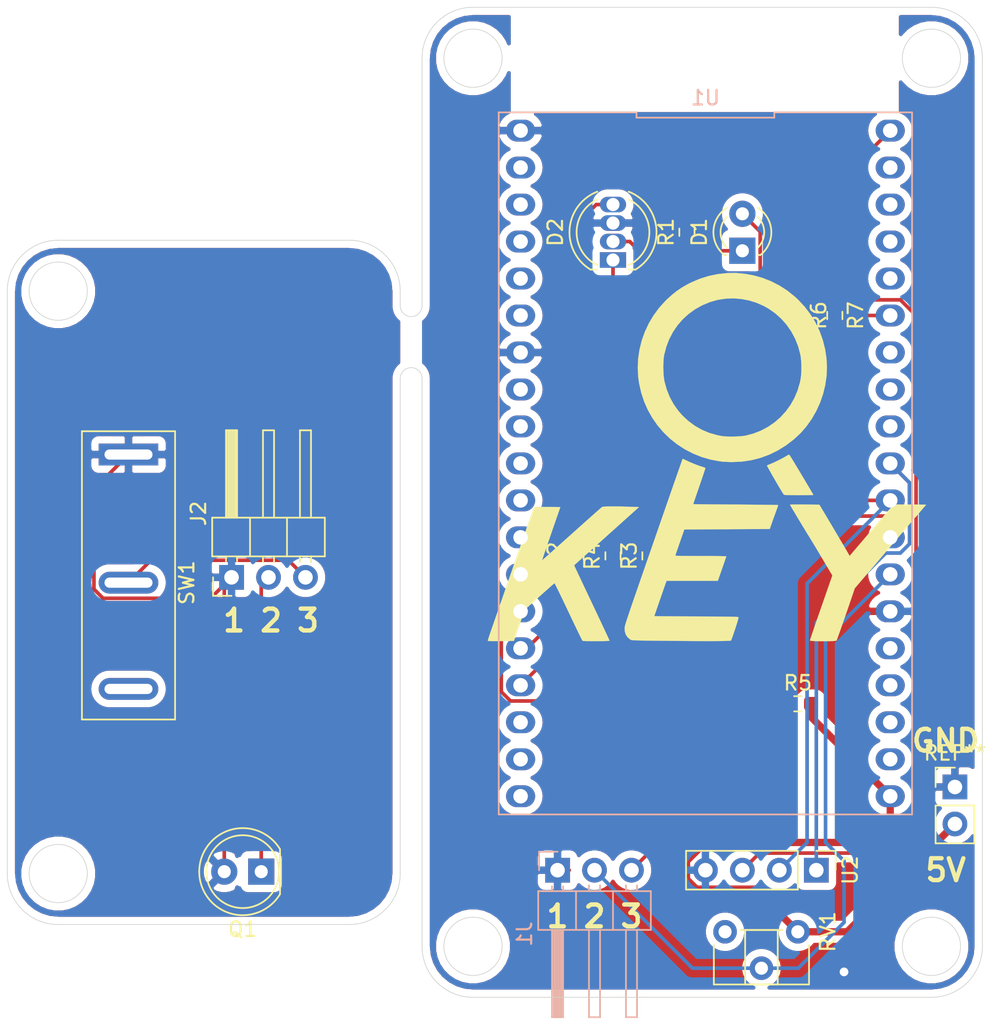
<source format=kicad_pcb>
(kicad_pcb (version 20171130) (host pcbnew 5.1.12-84ad8e8a86~92~ubuntu20.04.1)

  (general
    (thickness 1.6)
    (drawings 34)
    (tracks 118)
    (zones 0)
    (modules 18)
    (nets 45)
  )

  (page A4)
  (layers
    (0 F.Cu signal)
    (31 B.Cu signal)
    (32 B.Adhes user)
    (33 F.Adhes user)
    (34 B.Paste user)
    (35 F.Paste user)
    (36 B.SilkS user)
    (37 F.SilkS user)
    (38 B.Mask user)
    (39 F.Mask user)
    (40 Dwgs.User user)
    (41 Cmts.User user)
    (42 Eco1.User user)
    (43 Eco2.User user)
    (44 Edge.Cuts user)
    (45 Margin user)
    (46 B.CrtYd user)
    (47 F.CrtYd user)
    (48 B.Fab user hide)
    (49 F.Fab user hide)
  )

  (setup
    (last_trace_width 0.25)
    (user_trace_width 0.3)
    (user_trace_width 0.5)
    (user_trace_width 0.8)
    (trace_clearance 0.2)
    (zone_clearance 0.508)
    (zone_45_only no)
    (trace_min 0.2)
    (via_size 0.8)
    (via_drill 0.4)
    (via_min_size 0.4)
    (via_min_drill 0.3)
    (user_via 1 0.6)
    (uvia_size 0.3)
    (uvia_drill 0.1)
    (uvias_allowed no)
    (uvia_min_size 0.2)
    (uvia_min_drill 0.1)
    (edge_width 0.05)
    (segment_width 0.2)
    (pcb_text_width 0.3)
    (pcb_text_size 1.5 1.5)
    (mod_edge_width 0.12)
    (mod_text_size 1 1)
    (mod_text_width 0.15)
    (pad_size 1.7 1.7)
    (pad_drill 1)
    (pad_to_mask_clearance 0)
    (aux_axis_origin 0 0)
    (visible_elements 7FFFFFFF)
    (pcbplotparams
      (layerselection 0x010fc_ffffffff)
      (usegerberextensions true)
      (usegerberattributes false)
      (usegerberadvancedattributes false)
      (creategerberjobfile false)
      (excludeedgelayer true)
      (linewidth 0.100000)
      (plotframeref false)
      (viasonmask false)
      (mode 1)
      (useauxorigin false)
      (hpglpennumber 1)
      (hpglpenspeed 20)
      (hpglpendiameter 15.000000)
      (psnegative false)
      (psa4output false)
      (plotreference true)
      (plotvalue true)
      (plotinvisibletext false)
      (padsonsilk false)
      (subtractmaskfromsilk false)
      (outputformat 1)
      (mirror false)
      (drillshape 0)
      (scaleselection 1)
      (outputdirectory "Gerber/"))
  )

  (net 0 "")
  (net 1 "Net-(D1-Pad2)")
  (net 2 "Net-(D1-Pad1)")
  (net 3 "Net-(D2-Pad4)")
  (net 4 GND)
  (net 5 "Net-(D2-Pad2)")
  (net 6 "Net-(D2-Pad1)")
  (net 7 "Net-(R2-Pad1)")
  (net 8 "Net-(R3-Pad1)")
  (net 9 "Net-(R4-Pad1)")
  (net 10 "Net-(RV1-Pad3)")
  (net 11 "Net-(R6-Pad2)")
  (net 12 "Net-(R7-Pad2)")
  (net 13 "Net-(U1-Pad20)")
  (net 14 "Net-(U1-Pad18)")
  (net 15 "Net-(U1-Pad21)")
  (net 16 "Net-(U1-Pad17)")
  (net 17 "Net-(U1-Pad22)")
  (net 18 "Net-(U1-Pad16)")
  (net 19 "Net-(U1-Pad15)")
  (net 20 "Net-(U1-Pad12)")
  (net 21 "Net-(U1-Pad27)")
  (net 22 "Net-(U1-Pad28)")
  (net 23 "Net-(U1-Pad29)")
  (net 24 "Net-(U1-Pad9)")
  (net 25 "Net-(U1-Pad30)")
  (net 26 "Net-(U1-Pad8)")
  (net 27 "Net-(U1-Pad31)")
  (net 28 "Net-(U1-Pad7)")
  (net 29 "Net-(U1-Pad33)")
  (net 30 "Net-(U1-Pad5)")
  (net 31 "Net-(U1-Pad34)")
  (net 32 "Net-(U1-Pad4)")
  (net 33 "Net-(U1-Pad35)")
  (net 34 "Net-(U1-Pad3)")
  (net 35 "Net-(U1-Pad36)")
  (net 36 "Net-(U1-Pad2)")
  (net 37 "Net-(U1-Pad37)")
  (net 38 "Net-(J1-Pad3)")
  (net 39 "Net-(J1-Pad2)")
  (net 40 "Net-(J2-Pad3)")
  (net 41 "Net-(J2-Pad2)")
  (net 42 "Net-(J2-Pad1)")
  (net 43 +5V)
  (net 44 +3V3)

  (net_class Default "This is the default net class."
    (clearance 0.2)
    (trace_width 0.25)
    (via_dia 0.8)
    (via_drill 0.4)
    (uvia_dia 0.3)
    (uvia_drill 0.1)
    (add_net +3V3)
    (add_net +5V)
    (add_net GND)
    (add_net "Net-(D1-Pad1)")
    (add_net "Net-(D1-Pad2)")
    (add_net "Net-(D2-Pad1)")
    (add_net "Net-(D2-Pad2)")
    (add_net "Net-(D2-Pad4)")
    (add_net "Net-(J1-Pad2)")
    (add_net "Net-(J1-Pad3)")
    (add_net "Net-(J2-Pad1)")
    (add_net "Net-(J2-Pad2)")
    (add_net "Net-(J2-Pad3)")
    (add_net "Net-(R2-Pad1)")
    (add_net "Net-(R3-Pad1)")
    (add_net "Net-(R4-Pad1)")
    (add_net "Net-(R6-Pad2)")
    (add_net "Net-(R7-Pad2)")
    (add_net "Net-(RV1-Pad3)")
    (add_net "Net-(U1-Pad12)")
    (add_net "Net-(U1-Pad15)")
    (add_net "Net-(U1-Pad16)")
    (add_net "Net-(U1-Pad17)")
    (add_net "Net-(U1-Pad18)")
    (add_net "Net-(U1-Pad2)")
    (add_net "Net-(U1-Pad20)")
    (add_net "Net-(U1-Pad21)")
    (add_net "Net-(U1-Pad22)")
    (add_net "Net-(U1-Pad27)")
    (add_net "Net-(U1-Pad28)")
    (add_net "Net-(U1-Pad29)")
    (add_net "Net-(U1-Pad3)")
    (add_net "Net-(U1-Pad30)")
    (add_net "Net-(U1-Pad31)")
    (add_net "Net-(U1-Pad33)")
    (add_net "Net-(U1-Pad34)")
    (add_net "Net-(U1-Pad35)")
    (add_net "Net-(U1-Pad36)")
    (add_net "Net-(U1-Pad37)")
    (add_net "Net-(U1-Pad4)")
    (add_net "Net-(U1-Pad5)")
    (add_net "Net-(U1-Pad7)")
    (add_net "Net-(U1-Pad8)")
    (add_net "Net-(U1-Pad9)")
  )

  (module Connector_PinHeader_2.54mm:PinHeader_1x02_P2.54mm_Vertical (layer F.Cu) (tedit 61A97195) (tstamp 61AA0EC8)
    (at 221.615 59.055)
    (descr "Through hole straight pin header, 1x02, 2.54mm pitch, single row")
    (tags "Through hole pin header THT 1x02 2.54mm single row")
    (fp_text reference REF** (at 0 -2.33) (layer F.SilkS)
      (effects (font (size 1 1) (thickness 0.15)))
    )
    (fp_text value PinHeader_1x02_P2.54mm_Vertical (at 0 4.87) (layer F.Fab)
      (effects (font (size 1 1) (thickness 0.15)))
    )
    (fp_line (start -0.635 -1.27) (end 1.27 -1.27) (layer F.Fab) (width 0.1))
    (fp_line (start 1.27 -1.27) (end 1.27 3.81) (layer F.Fab) (width 0.1))
    (fp_line (start 1.27 3.81) (end -1.27 3.81) (layer F.Fab) (width 0.1))
    (fp_line (start -1.27 3.81) (end -1.27 -0.635) (layer F.Fab) (width 0.1))
    (fp_line (start -1.27 -0.635) (end -0.635 -1.27) (layer F.Fab) (width 0.1))
    (fp_line (start -1.33 3.87) (end 1.33 3.87) (layer F.SilkS) (width 0.12))
    (fp_line (start -1.33 1.27) (end -1.33 3.87) (layer F.SilkS) (width 0.12))
    (fp_line (start 1.33 1.27) (end 1.33 3.87) (layer F.SilkS) (width 0.12))
    (fp_line (start -1.33 1.27) (end 1.33 1.27) (layer F.SilkS) (width 0.12))
    (fp_line (start -1.33 0) (end -1.33 -1.33) (layer F.SilkS) (width 0.12))
    (fp_line (start -1.33 -1.33) (end 0 -1.33) (layer F.SilkS) (width 0.12))
    (fp_line (start -1.8 -1.8) (end -1.8 4.35) (layer F.CrtYd) (width 0.05))
    (fp_line (start -1.8 4.35) (end 1.8 4.35) (layer F.CrtYd) (width 0.05))
    (fp_line (start 1.8 4.35) (end 1.8 -1.8) (layer F.CrtYd) (width 0.05))
    (fp_line (start 1.8 -1.8) (end -1.8 -1.8) (layer F.CrtYd) (width 0.05))
    (fp_text user %R (at 0 1.27 90) (layer F.Fab)
      (effects (font (size 1 1) (thickness 0.15)))
    )
    (pad 2 thru_hole oval (at 0 2.54) (size 1.7 1.7) (drill 1) (layers *.Cu *.Mask)
      (net 43 +5V))
    (pad 1 thru_hole rect (at 0 0) (size 1.7 1.7) (drill 1) (layers *.Cu *.Mask)
      (net 4 GND))
    (model ${KISYS3DMOD}/Connector_PinHeader_2.54mm.3dshapes/PinHeader_1x02_P2.54mm_Vertical.wrl
      (at (xyz 0 0 0))
      (scale (xyz 1 1 1))
      (rotate (xyz 0 0 0))
    )
  )

  (module Resistor_SMD:R_0603_1608Metric_Pad0.98x0.95mm_HandSolder (layer F.Cu) (tedit 5F68FEEE) (tstamp 60DE98CB)
    (at 210.82 26.67 270)
    (descr "Resistor SMD 0603 (1608 Metric), square (rectangular) end terminal, IPC_7351 nominal with elongated pad for handsoldering. (Body size source: IPC-SM-782 page 72, https://www.pcb-3d.com/wordpress/wp-content/uploads/ipc-sm-782a_amendment_1_and_2.pdf), generated with kicad-footprint-generator")
    (tags "resistor handsolder")
    (path /60DD395E)
    (attr smd)
    (fp_text reference R6 (at 0 -1.43 90) (layer F.SilkS)
      (effects (font (size 1 1) (thickness 0.15)))
    )
    (fp_text value R (at 0 1.43 90) (layer F.Fab)
      (effects (font (size 1 1) (thickness 0.15)))
    )
    (fp_line (start -0.8 0.4125) (end -0.8 -0.4125) (layer F.Fab) (width 0.1))
    (fp_line (start -0.8 -0.4125) (end 0.8 -0.4125) (layer F.Fab) (width 0.1))
    (fp_line (start 0.8 -0.4125) (end 0.8 0.4125) (layer F.Fab) (width 0.1))
    (fp_line (start 0.8 0.4125) (end -0.8 0.4125) (layer F.Fab) (width 0.1))
    (fp_line (start -0.254724 -0.5225) (end 0.254724 -0.5225) (layer F.SilkS) (width 0.12))
    (fp_line (start -0.254724 0.5225) (end 0.254724 0.5225) (layer F.SilkS) (width 0.12))
    (fp_line (start -1.65 0.73) (end -1.65 -0.73) (layer F.CrtYd) (width 0.05))
    (fp_line (start -1.65 -0.73) (end 1.65 -0.73) (layer F.CrtYd) (width 0.05))
    (fp_line (start 1.65 -0.73) (end 1.65 0.73) (layer F.CrtYd) (width 0.05))
    (fp_line (start 1.65 0.73) (end -1.65 0.73) (layer F.CrtYd) (width 0.05))
    (fp_text user %R (at 0 0 90) (layer F.Fab)
      (effects (font (size 0.4 0.4) (thickness 0.06)))
    )
    (pad 2 smd roundrect (at 0.9125 0 270) (size 0.975 0.95) (layers F.Cu F.Paste F.Mask) (roundrect_rratio 0.25)
      (net 11 "Net-(R6-Pad2)"))
    (pad 1 smd roundrect (at -0.9125 0 270) (size 0.975 0.95) (layers F.Cu F.Paste F.Mask) (roundrect_rratio 0.25)
      (net 44 +3V3))
    (model ${KISYS3DMOD}/Resistor_SMD.3dshapes/R_0603_1608Metric.wrl
      (at (xyz 0 0 0))
      (scale (xyz 1 1 1))
      (rotate (xyz 0 0 0))
    )
  )

  (module Resistor_SMD:R_0603_1608Metric_Pad0.98x0.95mm_HandSolder (layer F.Cu) (tedit 5F68FEEE) (tstamp 60DE98DC)
    (at 213.36 26.67 270)
    (descr "Resistor SMD 0603 (1608 Metric), square (rectangular) end terminal, IPC_7351 nominal with elongated pad for handsoldering. (Body size source: IPC-SM-782 page 72, https://www.pcb-3d.com/wordpress/wp-content/uploads/ipc-sm-782a_amendment_1_and_2.pdf), generated with kicad-footprint-generator")
    (tags "resistor handsolder")
    (path /60DD4749)
    (attr smd)
    (fp_text reference R7 (at 0 -1.43 90) (layer F.SilkS)
      (effects (font (size 1 1) (thickness 0.15)))
    )
    (fp_text value R (at 0 1.43 90) (layer F.Fab)
      (effects (font (size 1 1) (thickness 0.15)))
    )
    (fp_line (start -0.8 0.4125) (end -0.8 -0.4125) (layer F.Fab) (width 0.1))
    (fp_line (start -0.8 -0.4125) (end 0.8 -0.4125) (layer F.Fab) (width 0.1))
    (fp_line (start 0.8 -0.4125) (end 0.8 0.4125) (layer F.Fab) (width 0.1))
    (fp_line (start 0.8 0.4125) (end -0.8 0.4125) (layer F.Fab) (width 0.1))
    (fp_line (start -0.254724 -0.5225) (end 0.254724 -0.5225) (layer F.SilkS) (width 0.12))
    (fp_line (start -0.254724 0.5225) (end 0.254724 0.5225) (layer F.SilkS) (width 0.12))
    (fp_line (start -1.65 0.73) (end -1.65 -0.73) (layer F.CrtYd) (width 0.05))
    (fp_line (start -1.65 -0.73) (end 1.65 -0.73) (layer F.CrtYd) (width 0.05))
    (fp_line (start 1.65 -0.73) (end 1.65 0.73) (layer F.CrtYd) (width 0.05))
    (fp_line (start 1.65 0.73) (end -1.65 0.73) (layer F.CrtYd) (width 0.05))
    (fp_text user %R (at 0 0 90) (layer F.Fab)
      (effects (font (size 0.4 0.4) (thickness 0.06)))
    )
    (pad 2 smd roundrect (at 0.9125 0 270) (size 0.975 0.95) (layers F.Cu F.Paste F.Mask) (roundrect_rratio 0.25)
      (net 12 "Net-(R7-Pad2)"))
    (pad 1 smd roundrect (at -0.9125 0 270) (size 0.975 0.95) (layers F.Cu F.Paste F.Mask) (roundrect_rratio 0.25)
      (net 44 +3V3))
    (model ${KISYS3DMOD}/Resistor_SMD.3dshapes/R_0603_1608Metric.wrl
      (at (xyz 0 0 0))
      (scale (xyz 1 1 1))
      (rotate (xyz 0 0 0))
    )
  )

  (module Potentiometer_THT:Potentiometer_ACP_CA6-H2,5_Horizontal (layer F.Cu) (tedit 5A3D4994) (tstamp 60DE98F8)
    (at 210.82 69 270)
    (descr "Potentiometer, horizontal, ACP CA6-H2,5, http://www.acptechnologies.com/wp-content/uploads/2017/06/01-ACP-CA6.pdf")
    (tags "Potentiometer horizontal ACP CA6-H2,5")
    (path /60DA33FC)
    (fp_text reference RV1 (at 0 -2.06 90) (layer F.SilkS)
      (effects (font (size 1 1) (thickness 0.15)))
    )
    (fp_text value R_POT (at 0 7.06 90) (layer F.Fab)
      (effects (font (size 1 1) (thickness 0.15)))
    )
    (fp_line (start 3.5 -0.65) (end 3.5 5.65) (layer F.Fab) (width 0.1))
    (fp_line (start 3.5 5.65) (end 0 5.65) (layer F.Fab) (width 0.1))
    (fp_line (start 0 5.65) (end 0 -0.65) (layer F.Fab) (width 0.1))
    (fp_line (start 0 -0.65) (end 3.5 -0.65) (layer F.Fab) (width 0.1))
    (fp_line (start 0 1.5) (end 0 3.5) (layer F.Fab) (width 0.1))
    (fp_line (start 0 3.5) (end 3.5 3.5) (layer F.Fab) (width 0.1))
    (fp_line (start 3.5 3.5) (end 3.5 1.5) (layer F.Fab) (width 0.1))
    (fp_line (start 3.5 1.5) (end 0 1.5) (layer F.Fab) (width 0.1))
    (fp_line (start 0.925 -0.77) (end 3.62 -0.77) (layer F.SilkS) (width 0.12))
    (fp_line (start 0.925 5.77) (end 3.62 5.77) (layer F.SilkS) (width 0.12))
    (fp_line (start 3.62 -0.77) (end 3.62 5.77) (layer F.SilkS) (width 0.12))
    (fp_line (start -0.121 1.066) (end -0.121 3.935) (layer F.SilkS) (width 0.12))
    (fp_line (start -0.121 1.38) (end 3.62 1.38) (layer F.SilkS) (width 0.12))
    (fp_line (start -0.121 3.62) (end 3.62 3.62) (layer F.SilkS) (width 0.12))
    (fp_line (start -0.121 1.38) (end -0.121 3.62) (layer F.SilkS) (width 0.12))
    (fp_line (start 3.62 1.38) (end 3.62 3.62) (layer F.SilkS) (width 0.12))
    (fp_line (start -1.1 -1.1) (end -1.1 6.1) (layer F.CrtYd) (width 0.05))
    (fp_line (start -1.1 6.1) (end 3.75 6.1) (layer F.CrtYd) (width 0.05))
    (fp_line (start 3.75 6.1) (end 3.75 -1.1) (layer F.CrtYd) (width 0.05))
    (fp_line (start 3.75 -1.1) (end -1.1 -1.1) (layer F.CrtYd) (width 0.05))
    (fp_text user %R (at 1.75 2.5 90) (layer F.Fab)
      (effects (font (size 0.78 0.78) (thickness 0.15)))
    )
    (pad 1 thru_hole circle (at 0 0 270) (size 1.62 1.62) (drill 0.9) (layers *.Cu *.Mask)
      (net 43 +5V))
    (pad 2 thru_hole circle (at 2.5 2.5 270) (size 1.62 1.62) (drill 0.9) (layers *.Cu *.Mask)
      (net 39 "Net-(J1-Pad2)"))
    (pad 3 thru_hole circle (at 0 5 270) (size 1.62 1.62) (drill 0.9) (layers *.Cu *.Mask)
      (net 10 "Net-(RV1-Pad3)"))
    (model ${KISYS3DMOD}/Potentiometer_THT.3dshapes/Potentiometer_ACP_CA6-H2,5_Horizontal.wrl
      (at (xyz 0 0 0))
      (scale (xyz 1 1 1))
      (rotate (xyz 0 0 0))
    )
  )

  (module switch_micro:SS-10GL (layer F.Cu) (tedit 60D5752C) (tstamp 60DE9903)
    (at 164.83 45.02 270)
    (path /60D33FE5)
    (fp_text reference SW1 (at 0 -4 90) (layer F.SilkS)
      (effects (font (size 1 1) (thickness 0.15)))
    )
    (fp_text value SW_DIP_x01 (at 0 -7 90) (layer F.Fab) hide
      (effects (font (size 1 1) (thickness 0.15)))
    )
    (fp_line (start -10.4 3.2) (end -10.4 -3.2) (layer F.SilkS) (width 0.12))
    (fp_line (start 9.4 3.2) (end -10.4 3.2) (layer F.SilkS) (width 0.12))
    (fp_line (start 9.4 -3.2) (end 9.4 3.2) (layer F.SilkS) (width 0.12))
    (fp_line (start 9.4 -3.2) (end -10.4 -3.2) (layer F.SilkS) (width 0.12))
    (pad 2 thru_hole oval (at 0 0 270) (size 1.5 4.1) (drill oval 0.7 3.3) (layers *.Cu *.Mask)
      (net 40 "Net-(J2-Pad3)"))
    (pad 3 thru_hole oval (at 7.3 0 270) (size 1.5 4.1) (drill oval 0.7 3.3) (layers *.Cu *.Mask))
    (pad 1 thru_hole rect (at -8.8 0 270) (size 1.5 4.1) (drill oval 0.7 3.3) (layers *.Cu *.Mask)
      (net 42 "Net-(J2-Pad1)"))
  )

  (module Connector_PinHeader_2.54mm:PinHeader_1x04_P2.54mm_Vertical (layer F.Cu) (tedit 59FED5CC) (tstamp 60DE9951)
    (at 212.09 64.77 270)
    (descr "Through hole straight pin header, 1x04, 2.54mm pitch, single row")
    (tags "Through hole pin header THT 1x04 2.54mm single row")
    (path /60DCFADD)
    (fp_text reference U2 (at 0 -2.33 90) (layer F.SilkS)
      (effects (font (size 1 1) (thickness 0.15)))
    )
    (fp_text value SSD1306 (at 0 9.95 90) (layer F.Fab)
      (effects (font (size 1 1) (thickness 0.15)))
    )
    (fp_line (start -0.635 -1.27) (end 1.27 -1.27) (layer F.Fab) (width 0.1))
    (fp_line (start 1.27 -1.27) (end 1.27 8.89) (layer F.Fab) (width 0.1))
    (fp_line (start 1.27 8.89) (end -1.27 8.89) (layer F.Fab) (width 0.1))
    (fp_line (start -1.27 8.89) (end -1.27 -0.635) (layer F.Fab) (width 0.1))
    (fp_line (start -1.27 -0.635) (end -0.635 -1.27) (layer F.Fab) (width 0.1))
    (fp_line (start -1.33 8.95) (end 1.33 8.95) (layer F.SilkS) (width 0.12))
    (fp_line (start -1.33 1.27) (end -1.33 8.95) (layer F.SilkS) (width 0.12))
    (fp_line (start 1.33 1.27) (end 1.33 8.95) (layer F.SilkS) (width 0.12))
    (fp_line (start -1.33 1.27) (end 1.33 1.27) (layer F.SilkS) (width 0.12))
    (fp_line (start -1.33 0) (end -1.33 -1.33) (layer F.SilkS) (width 0.12))
    (fp_line (start -1.33 -1.33) (end 0 -1.33) (layer F.SilkS) (width 0.12))
    (fp_line (start -1.8 -1.8) (end -1.8 9.4) (layer F.CrtYd) (width 0.05))
    (fp_line (start -1.8 9.4) (end 1.8 9.4) (layer F.CrtYd) (width 0.05))
    (fp_line (start 1.8 9.4) (end 1.8 -1.8) (layer F.CrtYd) (width 0.05))
    (fp_line (start 1.8 -1.8) (end -1.8 -1.8) (layer F.CrtYd) (width 0.05))
    (fp_text user %R (at 0 3.81) (layer F.Fab)
      (effects (font (size 1 1) (thickness 0.15)))
    )
    (pad 4 thru_hole oval (at 0 7.62 270) (size 1.7 1.7) (drill 1) (layers *.Cu *.Mask)
      (net 4 GND))
    (pad 3 thru_hole oval (at 0 5.08 270) (size 1.7 1.7) (drill 1) (layers *.Cu *.Mask)
      (net 44 +3V3))
    (pad 2 thru_hole oval (at 0 2.54 270) (size 1.7 1.7) (drill 1) (layers *.Cu *.Mask)
      (net 12 "Net-(R7-Pad2)"))
    (pad 1 thru_hole rect (at 0 0 270) (size 1.7 1.7) (drill 1) (layers *.Cu *.Mask)
      (net 11 "Net-(R6-Pad2)"))
    (model ${KISYS3DMOD}/Connector_PinHeader_2.54mm.3dshapes/PinHeader_1x04_P2.54mm_Vertical.wrl
      (at (xyz 0 0 0))
      (scale (xyz 1 1 1))
      (rotate (xyz 0 0 0))
    )
  )

  (module Connector_PinHeader_2.54mm:PinHeader_1x03_P2.54mm_Horizontal (layer B.Cu) (tedit 59FED5CB) (tstamp 60DE9813)
    (at 194.31 64.77 270)
    (descr "Through hole angled pin header, 1x03, 2.54mm pitch, 6mm pin length, single row")
    (tags "Through hole angled pin header THT 1x03 2.54mm single row")
    (path /60E05A12)
    (fp_text reference J1 (at 4.385 2.27 270) (layer B.SilkS)
      (effects (font (size 1 1) (thickness 0.15)) (justify mirror))
    )
    (fp_text value Conn_01x03_Male (at 4.385 -7.35 270) (layer B.Fab)
      (effects (font (size 1 1) (thickness 0.15)) (justify mirror))
    )
    (fp_line (start 2.135 1.27) (end 4.04 1.27) (layer B.Fab) (width 0.1))
    (fp_line (start 4.04 1.27) (end 4.04 -6.35) (layer B.Fab) (width 0.1))
    (fp_line (start 4.04 -6.35) (end 1.5 -6.35) (layer B.Fab) (width 0.1))
    (fp_line (start 1.5 -6.35) (end 1.5 0.635) (layer B.Fab) (width 0.1))
    (fp_line (start 1.5 0.635) (end 2.135 1.27) (layer B.Fab) (width 0.1))
    (fp_line (start -0.32 0.32) (end 1.5 0.32) (layer B.Fab) (width 0.1))
    (fp_line (start -0.32 0.32) (end -0.32 -0.32) (layer B.Fab) (width 0.1))
    (fp_line (start -0.32 -0.32) (end 1.5 -0.32) (layer B.Fab) (width 0.1))
    (fp_line (start 4.04 0.32) (end 10.04 0.32) (layer B.Fab) (width 0.1))
    (fp_line (start 10.04 0.32) (end 10.04 -0.32) (layer B.Fab) (width 0.1))
    (fp_line (start 4.04 -0.32) (end 10.04 -0.32) (layer B.Fab) (width 0.1))
    (fp_line (start -0.32 -2.22) (end 1.5 -2.22) (layer B.Fab) (width 0.1))
    (fp_line (start -0.32 -2.22) (end -0.32 -2.86) (layer B.Fab) (width 0.1))
    (fp_line (start -0.32 -2.86) (end 1.5 -2.86) (layer B.Fab) (width 0.1))
    (fp_line (start 4.04 -2.22) (end 10.04 -2.22) (layer B.Fab) (width 0.1))
    (fp_line (start 10.04 -2.22) (end 10.04 -2.86) (layer B.Fab) (width 0.1))
    (fp_line (start 4.04 -2.86) (end 10.04 -2.86) (layer B.Fab) (width 0.1))
    (fp_line (start -0.32 -4.76) (end 1.5 -4.76) (layer B.Fab) (width 0.1))
    (fp_line (start -0.32 -4.76) (end -0.32 -5.4) (layer B.Fab) (width 0.1))
    (fp_line (start -0.32 -5.4) (end 1.5 -5.4) (layer B.Fab) (width 0.1))
    (fp_line (start 4.04 -4.76) (end 10.04 -4.76) (layer B.Fab) (width 0.1))
    (fp_line (start 10.04 -4.76) (end 10.04 -5.4) (layer B.Fab) (width 0.1))
    (fp_line (start 4.04 -5.4) (end 10.04 -5.4) (layer B.Fab) (width 0.1))
    (fp_line (start 1.44 1.33) (end 1.44 -6.41) (layer B.SilkS) (width 0.12))
    (fp_line (start 1.44 -6.41) (end 4.1 -6.41) (layer B.SilkS) (width 0.12))
    (fp_line (start 4.1 -6.41) (end 4.1 1.33) (layer B.SilkS) (width 0.12))
    (fp_line (start 4.1 1.33) (end 1.44 1.33) (layer B.SilkS) (width 0.12))
    (fp_line (start 4.1 0.38) (end 10.1 0.38) (layer B.SilkS) (width 0.12))
    (fp_line (start 10.1 0.38) (end 10.1 -0.38) (layer B.SilkS) (width 0.12))
    (fp_line (start 10.1 -0.38) (end 4.1 -0.38) (layer B.SilkS) (width 0.12))
    (fp_line (start 4.1 0.32) (end 10.1 0.32) (layer B.SilkS) (width 0.12))
    (fp_line (start 4.1 0.2) (end 10.1 0.2) (layer B.SilkS) (width 0.12))
    (fp_line (start 4.1 0.08) (end 10.1 0.08) (layer B.SilkS) (width 0.12))
    (fp_line (start 4.1 -0.04) (end 10.1 -0.04) (layer B.SilkS) (width 0.12))
    (fp_line (start 4.1 -0.16) (end 10.1 -0.16) (layer B.SilkS) (width 0.12))
    (fp_line (start 4.1 -0.28) (end 10.1 -0.28) (layer B.SilkS) (width 0.12))
    (fp_line (start 1.11 0.38) (end 1.44 0.38) (layer B.SilkS) (width 0.12))
    (fp_line (start 1.11 -0.38) (end 1.44 -0.38) (layer B.SilkS) (width 0.12))
    (fp_line (start 1.44 -1.27) (end 4.1 -1.27) (layer B.SilkS) (width 0.12))
    (fp_line (start 4.1 -2.16) (end 10.1 -2.16) (layer B.SilkS) (width 0.12))
    (fp_line (start 10.1 -2.16) (end 10.1 -2.92) (layer B.SilkS) (width 0.12))
    (fp_line (start 10.1 -2.92) (end 4.1 -2.92) (layer B.SilkS) (width 0.12))
    (fp_line (start 1.042929 -2.16) (end 1.44 -2.16) (layer B.SilkS) (width 0.12))
    (fp_line (start 1.042929 -2.92) (end 1.44 -2.92) (layer B.SilkS) (width 0.12))
    (fp_line (start 1.44 -3.81) (end 4.1 -3.81) (layer B.SilkS) (width 0.12))
    (fp_line (start 4.1 -4.7) (end 10.1 -4.7) (layer B.SilkS) (width 0.12))
    (fp_line (start 10.1 -4.7) (end 10.1 -5.46) (layer B.SilkS) (width 0.12))
    (fp_line (start 10.1 -5.46) (end 4.1 -5.46) (layer B.SilkS) (width 0.12))
    (fp_line (start 1.042929 -4.7) (end 1.44 -4.7) (layer B.SilkS) (width 0.12))
    (fp_line (start 1.042929 -5.46) (end 1.44 -5.46) (layer B.SilkS) (width 0.12))
    (fp_line (start -1.27 0) (end -1.27 1.27) (layer B.SilkS) (width 0.12))
    (fp_line (start -1.27 1.27) (end 0 1.27) (layer B.SilkS) (width 0.12))
    (fp_line (start -1.8 1.8) (end -1.8 -6.85) (layer B.CrtYd) (width 0.05))
    (fp_line (start -1.8 -6.85) (end 10.55 -6.85) (layer B.CrtYd) (width 0.05))
    (fp_line (start 10.55 -6.85) (end 10.55 1.8) (layer B.CrtYd) (width 0.05))
    (fp_line (start 10.55 1.8) (end -1.8 1.8) (layer B.CrtYd) (width 0.05))
    (fp_text user %R (at 2.77 -2.54) (layer B.Fab)
      (effects (font (size 1 1) (thickness 0.15)) (justify mirror))
    )
    (pad 3 thru_hole oval (at 0 -5.08 270) (size 1.7 1.7) (drill 1) (layers *.Cu *.Mask)
      (net 38 "Net-(J1-Pad3)"))
    (pad 2 thru_hole oval (at 0 -2.54 270) (size 1.7 1.7) (drill 1) (layers *.Cu *.Mask)
      (net 39 "Net-(J1-Pad2)"))
    (pad 1 thru_hole rect (at 0 0 270) (size 1.7 1.7) (drill 1) (layers *.Cu *.Mask)
      (net 4 GND))
    (model ${KISYS3DMOD}/Connector_PinHeader_2.54mm.3dshapes/PinHeader_1x03_P2.54mm_Horizontal.wrl
      (at (xyz 0 0 0))
      (scale (xyz 1 1 1))
      (rotate (xyz 0 0 0))
    )
  )

  (module Resistor_SMD:R_0603_1608Metric_Pad0.98x0.95mm_HandSolder (layer F.Cu) (tedit 5F68FEEE) (tstamp 60DE9876)
    (at 203.2 20.955 90)
    (descr "Resistor SMD 0603 (1608 Metric), square (rectangular) end terminal, IPC_7351 nominal with elongated pad for handsoldering. (Body size source: IPC-SM-782 page 72, https://www.pcb-3d.com/wordpress/wp-content/uploads/ipc-sm-782a_amendment_1_and_2.pdf), generated with kicad-footprint-generator")
    (tags "resistor handsolder")
    (path /60D351D4)
    (attr smd)
    (fp_text reference R1 (at 0 -1.43 90) (layer F.SilkS)
      (effects (font (size 1 1) (thickness 0.15)))
    )
    (fp_text value R (at 0 1.43 90) (layer F.Fab)
      (effects (font (size 1 1) (thickness 0.15)))
    )
    (fp_line (start 1.65 0.73) (end -1.65 0.73) (layer F.CrtYd) (width 0.05))
    (fp_line (start 1.65 -0.73) (end 1.65 0.73) (layer F.CrtYd) (width 0.05))
    (fp_line (start -1.65 -0.73) (end 1.65 -0.73) (layer F.CrtYd) (width 0.05))
    (fp_line (start -1.65 0.73) (end -1.65 -0.73) (layer F.CrtYd) (width 0.05))
    (fp_line (start -0.254724 0.5225) (end 0.254724 0.5225) (layer F.SilkS) (width 0.12))
    (fp_line (start -0.254724 -0.5225) (end 0.254724 -0.5225) (layer F.SilkS) (width 0.12))
    (fp_line (start 0.8 0.4125) (end -0.8 0.4125) (layer F.Fab) (width 0.1))
    (fp_line (start 0.8 -0.4125) (end 0.8 0.4125) (layer F.Fab) (width 0.1))
    (fp_line (start -0.8 -0.4125) (end 0.8 -0.4125) (layer F.Fab) (width 0.1))
    (fp_line (start -0.8 0.4125) (end -0.8 -0.4125) (layer F.Fab) (width 0.1))
    (fp_text user %R (at 0 0 90) (layer F.Fab)
      (effects (font (size 0.4 0.4) (thickness 0.06)))
    )
    (pad 1 smd roundrect (at -0.9125 0 90) (size 0.975 0.95) (layers F.Cu F.Paste F.Mask) (roundrect_rratio 0.25)
      (net 2 "Net-(D1-Pad1)"))
    (pad 2 smd roundrect (at 0.9125 0 90) (size 0.975 0.95) (layers F.Cu F.Paste F.Mask) (roundrect_rratio 0.25)
      (net 4 GND))
    (model ${KISYS3DMOD}/Resistor_SMD.3dshapes/R_0603_1608Metric.wrl
      (at (xyz 0 0 0))
      (scale (xyz 1 1 1))
      (rotate (xyz 0 0 0))
    )
  )

  (module Resistor_SMD:R_0603_1608Metric_Pad0.98x0.95mm_HandSolder (layer F.Cu) (tedit 5F68FEEE) (tstamp 60DE9887)
    (at 195.58 43.18 90)
    (descr "Resistor SMD 0603 (1608 Metric), square (rectangular) end terminal, IPC_7351 nominal with elongated pad for handsoldering. (Body size source: IPC-SM-782 page 72, https://www.pcb-3d.com/wordpress/wp-content/uploads/ipc-sm-782a_amendment_1_and_2.pdf), generated with kicad-footprint-generator")
    (tags "resistor handsolder")
    (path /60D3B902)
    (attr smd)
    (fp_text reference R2 (at 0 -1.43 90) (layer F.SilkS)
      (effects (font (size 1 1) (thickness 0.15)))
    )
    (fp_text value R (at 0 1.43 90) (layer F.Fab)
      (effects (font (size 1 1) (thickness 0.15)))
    )
    (fp_line (start 1.65 0.73) (end -1.65 0.73) (layer F.CrtYd) (width 0.05))
    (fp_line (start 1.65 -0.73) (end 1.65 0.73) (layer F.CrtYd) (width 0.05))
    (fp_line (start -1.65 -0.73) (end 1.65 -0.73) (layer F.CrtYd) (width 0.05))
    (fp_line (start -1.65 0.73) (end -1.65 -0.73) (layer F.CrtYd) (width 0.05))
    (fp_line (start -0.254724 0.5225) (end 0.254724 0.5225) (layer F.SilkS) (width 0.12))
    (fp_line (start -0.254724 -0.5225) (end 0.254724 -0.5225) (layer F.SilkS) (width 0.12))
    (fp_line (start 0.8 0.4125) (end -0.8 0.4125) (layer F.Fab) (width 0.1))
    (fp_line (start 0.8 -0.4125) (end 0.8 0.4125) (layer F.Fab) (width 0.1))
    (fp_line (start -0.8 -0.4125) (end 0.8 -0.4125) (layer F.Fab) (width 0.1))
    (fp_line (start -0.8 0.4125) (end -0.8 -0.4125) (layer F.Fab) (width 0.1))
    (fp_text user %R (at 0 0 90) (layer F.Fab)
      (effects (font (size 0.4 0.4) (thickness 0.06)))
    )
    (pad 1 smd roundrect (at -0.9125 0 90) (size 0.975 0.95) (layers F.Cu F.Paste F.Mask) (roundrect_rratio 0.25)
      (net 7 "Net-(R2-Pad1)"))
    (pad 2 smd roundrect (at 0.9125 0 90) (size 0.975 0.95) (layers F.Cu F.Paste F.Mask) (roundrect_rratio 0.25)
      (net 6 "Net-(D2-Pad1)"))
    (model ${KISYS3DMOD}/Resistor_SMD.3dshapes/R_0603_1608Metric.wrl
      (at (xyz 0 0 0))
      (scale (xyz 1 1 1))
      (rotate (xyz 0 0 0))
    )
  )

  (module Connector_PinHeader_2.54mm:PinHeader_1x03_P2.54mm_Horizontal (layer F.Cu) (tedit 59FED5CB) (tstamp 60DE9853)
    (at 171.91 44.655 90)
    (descr "Through hole angled pin header, 1x03, 2.54mm pitch, 6mm pin length, single row")
    (tags "Through hole angled pin header THT 1x03 2.54mm single row")
    (path /60E08B69)
    (fp_text reference J2 (at 4.385 -2.27 90) (layer F.SilkS)
      (effects (font (size 1 1) (thickness 0.15)))
    )
    (fp_text value Conn_01x03_Male (at 4.385 7.35 90) (layer F.Fab)
      (effects (font (size 1 1) (thickness 0.15)))
    )
    (fp_line (start 10.55 -1.8) (end -1.8 -1.8) (layer F.CrtYd) (width 0.05))
    (fp_line (start 10.55 6.85) (end 10.55 -1.8) (layer F.CrtYd) (width 0.05))
    (fp_line (start -1.8 6.85) (end 10.55 6.85) (layer F.CrtYd) (width 0.05))
    (fp_line (start -1.8 -1.8) (end -1.8 6.85) (layer F.CrtYd) (width 0.05))
    (fp_line (start -1.27 -1.27) (end 0 -1.27) (layer F.SilkS) (width 0.12))
    (fp_line (start -1.27 0) (end -1.27 -1.27) (layer F.SilkS) (width 0.12))
    (fp_line (start 1.042929 5.46) (end 1.44 5.46) (layer F.SilkS) (width 0.12))
    (fp_line (start 1.042929 4.7) (end 1.44 4.7) (layer F.SilkS) (width 0.12))
    (fp_line (start 10.1 5.46) (end 4.1 5.46) (layer F.SilkS) (width 0.12))
    (fp_line (start 10.1 4.7) (end 10.1 5.46) (layer F.SilkS) (width 0.12))
    (fp_line (start 4.1 4.7) (end 10.1 4.7) (layer F.SilkS) (width 0.12))
    (fp_line (start 1.44 3.81) (end 4.1 3.81) (layer F.SilkS) (width 0.12))
    (fp_line (start 1.042929 2.92) (end 1.44 2.92) (layer F.SilkS) (width 0.12))
    (fp_line (start 1.042929 2.16) (end 1.44 2.16) (layer F.SilkS) (width 0.12))
    (fp_line (start 10.1 2.92) (end 4.1 2.92) (layer F.SilkS) (width 0.12))
    (fp_line (start 10.1 2.16) (end 10.1 2.92) (layer F.SilkS) (width 0.12))
    (fp_line (start 4.1 2.16) (end 10.1 2.16) (layer F.SilkS) (width 0.12))
    (fp_line (start 1.44 1.27) (end 4.1 1.27) (layer F.SilkS) (width 0.12))
    (fp_line (start 1.11 0.38) (end 1.44 0.38) (layer F.SilkS) (width 0.12))
    (fp_line (start 1.11 -0.38) (end 1.44 -0.38) (layer F.SilkS) (width 0.12))
    (fp_line (start 4.1 0.28) (end 10.1 0.28) (layer F.SilkS) (width 0.12))
    (fp_line (start 4.1 0.16) (end 10.1 0.16) (layer F.SilkS) (width 0.12))
    (fp_line (start 4.1 0.04) (end 10.1 0.04) (layer F.SilkS) (width 0.12))
    (fp_line (start 4.1 -0.08) (end 10.1 -0.08) (layer F.SilkS) (width 0.12))
    (fp_line (start 4.1 -0.2) (end 10.1 -0.2) (layer F.SilkS) (width 0.12))
    (fp_line (start 4.1 -0.32) (end 10.1 -0.32) (layer F.SilkS) (width 0.12))
    (fp_line (start 10.1 0.38) (end 4.1 0.38) (layer F.SilkS) (width 0.12))
    (fp_line (start 10.1 -0.38) (end 10.1 0.38) (layer F.SilkS) (width 0.12))
    (fp_line (start 4.1 -0.38) (end 10.1 -0.38) (layer F.SilkS) (width 0.12))
    (fp_line (start 4.1 -1.33) (end 1.44 -1.33) (layer F.SilkS) (width 0.12))
    (fp_line (start 4.1 6.41) (end 4.1 -1.33) (layer F.SilkS) (width 0.12))
    (fp_line (start 1.44 6.41) (end 4.1 6.41) (layer F.SilkS) (width 0.12))
    (fp_line (start 1.44 -1.33) (end 1.44 6.41) (layer F.SilkS) (width 0.12))
    (fp_line (start 4.04 5.4) (end 10.04 5.4) (layer F.Fab) (width 0.1))
    (fp_line (start 10.04 4.76) (end 10.04 5.4) (layer F.Fab) (width 0.1))
    (fp_line (start 4.04 4.76) (end 10.04 4.76) (layer F.Fab) (width 0.1))
    (fp_line (start -0.32 5.4) (end 1.5 5.4) (layer F.Fab) (width 0.1))
    (fp_line (start -0.32 4.76) (end -0.32 5.4) (layer F.Fab) (width 0.1))
    (fp_line (start -0.32 4.76) (end 1.5 4.76) (layer F.Fab) (width 0.1))
    (fp_line (start 4.04 2.86) (end 10.04 2.86) (layer F.Fab) (width 0.1))
    (fp_line (start 10.04 2.22) (end 10.04 2.86) (layer F.Fab) (width 0.1))
    (fp_line (start 4.04 2.22) (end 10.04 2.22) (layer F.Fab) (width 0.1))
    (fp_line (start -0.32 2.86) (end 1.5 2.86) (layer F.Fab) (width 0.1))
    (fp_line (start -0.32 2.22) (end -0.32 2.86) (layer F.Fab) (width 0.1))
    (fp_line (start -0.32 2.22) (end 1.5 2.22) (layer F.Fab) (width 0.1))
    (fp_line (start 4.04 0.32) (end 10.04 0.32) (layer F.Fab) (width 0.1))
    (fp_line (start 10.04 -0.32) (end 10.04 0.32) (layer F.Fab) (width 0.1))
    (fp_line (start 4.04 -0.32) (end 10.04 -0.32) (layer F.Fab) (width 0.1))
    (fp_line (start -0.32 0.32) (end 1.5 0.32) (layer F.Fab) (width 0.1))
    (fp_line (start -0.32 -0.32) (end -0.32 0.32) (layer F.Fab) (width 0.1))
    (fp_line (start -0.32 -0.32) (end 1.5 -0.32) (layer F.Fab) (width 0.1))
    (fp_line (start 1.5 -0.635) (end 2.135 -1.27) (layer F.Fab) (width 0.1))
    (fp_line (start 1.5 6.35) (end 1.5 -0.635) (layer F.Fab) (width 0.1))
    (fp_line (start 4.04 6.35) (end 1.5 6.35) (layer F.Fab) (width 0.1))
    (fp_line (start 4.04 -1.27) (end 4.04 6.35) (layer F.Fab) (width 0.1))
    (fp_line (start 2.135 -1.27) (end 4.04 -1.27) (layer F.Fab) (width 0.1))
    (fp_text user %R (at 2.77 2.54) (layer F.Fab)
      (effects (font (size 1 1) (thickness 0.15)))
    )
    (pad 1 thru_hole rect (at 0 0 90) (size 1.7 1.7) (drill 1) (layers *.Cu *.Mask)
      (net 42 "Net-(J2-Pad1)"))
    (pad 2 thru_hole oval (at 0 2.54 90) (size 1.7 1.7) (drill 1) (layers *.Cu *.Mask)
      (net 41 "Net-(J2-Pad2)"))
    (pad 3 thru_hole oval (at 0 5.08 90) (size 1.7 1.7) (drill 1) (layers *.Cu *.Mask)
      (net 40 "Net-(J2-Pad3)"))
    (model ${KISYS3DMOD}/Connector_PinHeader_2.54mm.3dshapes/PinHeader_1x03_P2.54mm_Horizontal.wrl
      (at (xyz 0 0 0))
      (scale (xyz 1 1 1))
      (rotate (xyz 0 0 0))
    )
  )

  (module Resistor_SMD:R_0603_1608Metric_Pad0.98x0.95mm_HandSolder (layer F.Cu) (tedit 5F68FEEE) (tstamp 60DE98A9)
    (at 198.12 43.18 90)
    (descr "Resistor SMD 0603 (1608 Metric), square (rectangular) end terminal, IPC_7351 nominal with elongated pad for handsoldering. (Body size source: IPC-SM-782 page 72, https://www.pcb-3d.com/wordpress/wp-content/uploads/ipc-sm-782a_amendment_1_and_2.pdf), generated with kicad-footprint-generator")
    (tags "resistor handsolder")
    (path /60D3BACF)
    (attr smd)
    (fp_text reference R4 (at 0 -1.43 90) (layer F.SilkS)
      (effects (font (size 1 1) (thickness 0.15)))
    )
    (fp_text value R (at 0 1.43 90) (layer F.Fab)
      (effects (font (size 1 1) (thickness 0.15)))
    )
    (fp_line (start -0.8 0.4125) (end -0.8 -0.4125) (layer F.Fab) (width 0.1))
    (fp_line (start -0.8 -0.4125) (end 0.8 -0.4125) (layer F.Fab) (width 0.1))
    (fp_line (start 0.8 -0.4125) (end 0.8 0.4125) (layer F.Fab) (width 0.1))
    (fp_line (start 0.8 0.4125) (end -0.8 0.4125) (layer F.Fab) (width 0.1))
    (fp_line (start -0.254724 -0.5225) (end 0.254724 -0.5225) (layer F.SilkS) (width 0.12))
    (fp_line (start -0.254724 0.5225) (end 0.254724 0.5225) (layer F.SilkS) (width 0.12))
    (fp_line (start -1.65 0.73) (end -1.65 -0.73) (layer F.CrtYd) (width 0.05))
    (fp_line (start -1.65 -0.73) (end 1.65 -0.73) (layer F.CrtYd) (width 0.05))
    (fp_line (start 1.65 -0.73) (end 1.65 0.73) (layer F.CrtYd) (width 0.05))
    (fp_line (start 1.65 0.73) (end -1.65 0.73) (layer F.CrtYd) (width 0.05))
    (fp_text user %R (at 0 0 90) (layer F.Fab)
      (effects (font (size 0.4 0.4) (thickness 0.06)))
    )
    (pad 2 smd roundrect (at 0.9125 0 90) (size 0.975 0.95) (layers F.Cu F.Paste F.Mask) (roundrect_rratio 0.25)
      (net 3 "Net-(D2-Pad4)"))
    (pad 1 smd roundrect (at -0.9125 0 90) (size 0.975 0.95) (layers F.Cu F.Paste F.Mask) (roundrect_rratio 0.25)
      (net 9 "Net-(R4-Pad1)"))
    (model ${KISYS3DMOD}/Resistor_SMD.3dshapes/R_0603_1608Metric.wrl
      (at (xyz 0 0 0))
      (scale (xyz 1 1 1))
      (rotate (xyz 0 0 0))
    )
  )

  (module ESP32:DIP-38_1000_ELL (layer B.Cu) (tedit 60D5706D) (tstamp 60DE9939)
    (at 204.47 36.83 270)
    (path /60DE68AD)
    (fp_text reference U1 (at -25.11 0 180) (layer B.SilkS)
      (effects (font (size 1 1) (thickness 0.15)) (justify mirror))
    )
    (fp_text value ESP32 (at 0 0 90) (layer B.Fab)
      (effects (font (size 1 1) (thickness 0.15)) (justify mirror))
    )
    (fp_line (start -23.86 -13.95) (end -23.86 13.95) (layer B.CrtYd) (width 0.05))
    (fp_line (start 23.86 -13.95) (end -23.86 -13.95) (layer B.CrtYd) (width 0.05))
    (fp_line (start 23.86 13.95) (end 23.86 -13.95) (layer B.CrtYd) (width 0.05))
    (fp_line (start -23.86 13.95) (end 23.86 13.95) (layer B.CrtYd) (width 0.05))
    (fp_line (start -24.11 -4.733333) (end -24.11 -14.199999) (layer B.SilkS) (width 0.12))
    (fp_line (start -23.75 -4.733333) (end -24.11 -4.733333) (layer B.SilkS) (width 0.12))
    (fp_line (start -23.75 4.733333) (end -23.75 -4.733333) (layer B.SilkS) (width 0.12))
    (fp_line (start -24.11 4.733333) (end -23.75 4.733333) (layer B.SilkS) (width 0.12))
    (fp_line (start -24.11 14.2) (end -24.11 4.733333) (layer B.SilkS) (width 0.12))
    (fp_line (start 24.11 14.199999) (end -24.11 14.2) (layer B.SilkS) (width 0.12))
    (fp_line (start 24.11 -14.2) (end 24.11 14.199999) (layer B.SilkS) (width 0.12))
    (fp_line (start -24.11 -14.199999) (end 24.11 -14.2) (layer B.SilkS) (width 0.12))
    (pad 19 thru_hole oval (at 22.86 -12.7 270) (size 1.5 2) (drill 1) (layers *.Cu *.Mask)
      (net 43 +5V))
    (pad 20 thru_hole oval (at 22.86 12.7 270) (size 1.5 2) (drill 1) (layers *.Cu *.Mask)
      (net 13 "Net-(U1-Pad20)"))
    (pad 18 thru_hole oval (at 20.32 -12.7 270) (size 1.5 2) (drill 1) (layers *.Cu *.Mask)
      (net 14 "Net-(U1-Pad18)"))
    (pad 21 thru_hole oval (at 20.32 12.7 270) (size 1.5 2) (drill 1) (layers *.Cu *.Mask)
      (net 15 "Net-(U1-Pad21)"))
    (pad 17 thru_hole oval (at 17.78 -12.7 270) (size 1.5 2) (drill 1) (layers *.Cu *.Mask)
      (net 16 "Net-(U1-Pad17)"))
    (pad 22 thru_hole oval (at 17.78 12.7 270) (size 1.5 2) (drill 1) (layers *.Cu *.Mask)
      (net 17 "Net-(U1-Pad22)"))
    (pad 16 thru_hole oval (at 15.24 -12.7 270) (size 1.5 2) (drill 1) (layers *.Cu *.Mask)
      (net 18 "Net-(U1-Pad16)"))
    (pad 23 thru_hole oval (at 15.24 12.7 270) (size 1.5 2) (drill 1) (layers *.Cu *.Mask)
      (net 8 "Net-(R3-Pad1)"))
    (pad 15 thru_hole oval (at 12.7 -12.7 270) (size 1.5 2) (drill 1) (layers *.Cu *.Mask)
      (net 19 "Net-(U1-Pad15)"))
    (pad 24 thru_hole oval (at 12.7 12.7 270) (size 1.5 2) (drill 1) (layers *.Cu *.Mask)
      (net 9 "Net-(R4-Pad1)"))
    (pad 14 thru_hole oval (at 10.16 -12.7 270) (size 1.5 2) (drill 1) (layers *.Cu *.Mask)
      (net 4 GND))
    (pad 25 thru_hole oval (at 10.16 12.7 270) (size 1.5 2) (drill 1) (layers *.Cu *.Mask)
      (net 1 "Net-(D1-Pad2)"))
    (pad 13 thru_hole oval (at 7.62 -12.7 270) (size 1.5 2) (drill 1) (layers *.Cu *.Mask)
      (net 39 "Net-(J1-Pad2)"))
    (pad 26 thru_hole oval (at 7.62 12.7 270) (size 1.5 2) (drill 1) (layers *.Cu *.Mask)
      (net 7 "Net-(R2-Pad1)"))
    (pad 12 thru_hole oval (at 5.08 -12.7 270) (size 1.5 2) (drill 1) (layers *.Cu *.Mask)
      (net 20 "Net-(U1-Pad12)"))
    (pad 27 thru_hole oval (at 5.08 12.7 270) (size 1.5 2) (drill 1) (layers *.Cu *.Mask)
      (net 21 "Net-(U1-Pad27)"))
    (pad 11 thru_hole oval (at 2.54 -12.7 270) (size 1.5 2) (drill 1) (layers *.Cu *.Mask)
      (net 12 "Net-(R7-Pad2)"))
    (pad 28 thru_hole oval (at 2.54 12.7 270) (size 1.5 2) (drill 1) (layers *.Cu *.Mask)
      (net 22 "Net-(U1-Pad28)"))
    (pad 10 thru_hole oval (at 0 -12.7 270) (size 1.5 2) (drill 1) (layers *.Cu *.Mask)
      (net 11 "Net-(R6-Pad2)"))
    (pad 29 thru_hole oval (at 0 12.7 270) (size 1.5 2) (drill 1) (layers *.Cu *.Mask)
      (net 23 "Net-(U1-Pad29)"))
    (pad 9 thru_hole oval (at -2.54 -12.7 270) (size 1.5 2) (drill 1) (layers *.Cu *.Mask)
      (net 24 "Net-(U1-Pad9)"))
    (pad 30 thru_hole oval (at -2.54 12.7 270) (size 1.5 2) (drill 1) (layers *.Cu *.Mask)
      (net 25 "Net-(U1-Pad30)"))
    (pad 8 thru_hole oval (at -5.08 -12.7 270) (size 1.5 2) (drill 1) (layers *.Cu *.Mask)
      (net 26 "Net-(U1-Pad8)"))
    (pad 31 thru_hole oval (at -5.08 12.7 270) (size 1.5 2) (drill 1) (layers *.Cu *.Mask)
      (net 27 "Net-(U1-Pad31)"))
    (pad 7 thru_hole oval (at -7.62 -12.7 270) (size 1.5 2) (drill 1) (layers *.Cu *.Mask)
      (net 28 "Net-(U1-Pad7)"))
    (pad 32 thru_hole oval (at -7.62 12.7 270) (size 1.5 2) (drill 1) (layers *.Cu *.Mask)
      (net 4 GND))
    (pad 6 thru_hole oval (at -10.16 -12.7 270) (size 1.5 2) (drill 1) (layers *.Cu *.Mask)
      (net 38 "Net-(J1-Pad3)"))
    (pad 33 thru_hole oval (at -10.16 12.7 270) (size 1.5 2) (drill 1) (layers *.Cu *.Mask)
      (net 29 "Net-(U1-Pad33)"))
    (pad 5 thru_hole oval (at -12.7 -12.7 270) (size 1.5 2) (drill 1) (layers *.Cu *.Mask)
      (net 30 "Net-(U1-Pad5)"))
    (pad 34 thru_hole oval (at -12.7 12.7 270) (size 1.5 2) (drill 1) (layers *.Cu *.Mask)
      (net 31 "Net-(U1-Pad34)"))
    (pad 4 thru_hole oval (at -15.24 -12.7 270) (size 1.5 2) (drill 1) (layers *.Cu *.Mask)
      (net 32 "Net-(U1-Pad4)"))
    (pad 35 thru_hole oval (at -15.24 12.7 270) (size 1.5 2) (drill 1) (layers *.Cu *.Mask)
      (net 33 "Net-(U1-Pad35)"))
    (pad 3 thru_hole oval (at -17.78 -12.7 270) (size 1.5 2) (drill 1) (layers *.Cu *.Mask)
      (net 34 "Net-(U1-Pad3)"))
    (pad 36 thru_hole oval (at -17.78 12.7 270) (size 1.5 2) (drill 1) (layers *.Cu *.Mask)
      (net 35 "Net-(U1-Pad36)"))
    (pad 2 thru_hole oval (at -20.32 -12.7 270) (size 1.5 2) (drill 1) (layers *.Cu *.Mask)
      (net 36 "Net-(U1-Pad2)"))
    (pad 37 thru_hole oval (at -20.32 12.7 270) (size 1.5 2) (drill 1) (layers *.Cu *.Mask)
      (net 37 "Net-(U1-Pad37)"))
    (pad 1 thru_hole oval (at -22.86 -12.7 270) (size 1.5 2) (drill 1) (layers *.Cu *.Mask)
      (net 44 +3V3))
    (pad 38 thru_hole oval (at -22.86 12.7 270) (size 1.5 2) (drill 1) (layers *.Cu *.Mask)
      (net 4 GND))
  )

  (module LED_THT:LED_D3.0mm (layer F.Cu) (tedit 587A3A7B) (tstamp 60DE97BD)
    (at 207.01 22.225 90)
    (descr "LED, diameter 3.0mm, 2 pins")
    (tags "LED diameter 3.0mm 2 pins")
    (path /60D30F49)
    (fp_text reference D1 (at 1.27 -2.96 90) (layer F.SilkS)
      (effects (font (size 1 1) (thickness 0.15)))
    )
    (fp_text value "White LED" (at 1.27 2.96 90) (layer F.Fab)
      (effects (font (size 1 1) (thickness 0.15)))
    )
    (fp_line (start 3.7 -2.25) (end -1.15 -2.25) (layer F.CrtYd) (width 0.05))
    (fp_line (start 3.7 2.25) (end 3.7 -2.25) (layer F.CrtYd) (width 0.05))
    (fp_line (start -1.15 2.25) (end 3.7 2.25) (layer F.CrtYd) (width 0.05))
    (fp_line (start -1.15 -2.25) (end -1.15 2.25) (layer F.CrtYd) (width 0.05))
    (fp_line (start -0.29 1.08) (end -0.29 1.236) (layer F.SilkS) (width 0.12))
    (fp_line (start -0.29 -1.236) (end -0.29 -1.08) (layer F.SilkS) (width 0.12))
    (fp_line (start -0.23 -1.16619) (end -0.23 1.16619) (layer F.Fab) (width 0.1))
    (fp_circle (center 1.27 0) (end 2.77 0) (layer F.Fab) (width 0.1))
    (fp_arc (start 1.27 0) (end -0.23 -1.16619) (angle 284.3) (layer F.Fab) (width 0.1))
    (fp_arc (start 1.27 0) (end -0.29 -1.235516) (angle 108.8) (layer F.SilkS) (width 0.12))
    (fp_arc (start 1.27 0) (end -0.29 1.235516) (angle -108.8) (layer F.SilkS) (width 0.12))
    (fp_arc (start 1.27 0) (end 0.229039 -1.08) (angle 87.9) (layer F.SilkS) (width 0.12))
    (fp_arc (start 1.27 0) (end 0.229039 1.08) (angle -87.9) (layer F.SilkS) (width 0.12))
    (pad 1 thru_hole rect (at 0 0 90) (size 1.8 1.8) (drill 0.9) (layers *.Cu *.Mask)
      (net 2 "Net-(D1-Pad1)"))
    (pad 2 thru_hole circle (at 2.54 0 90) (size 1.8 1.8) (drill 0.9) (layers *.Cu *.Mask)
      (net 1 "Net-(D1-Pad2)"))
    (model ${KISYS3DMOD}/LED_THT.3dshapes/LED_D3.0mm.wrl
      (at (xyz 0 0 0))
      (scale (xyz 1 1 1))
      (rotate (xyz 0 0 0))
    )
  )

  (module Resistor_SMD:R_0603_1608Metric_Pad0.98x0.95mm_HandSolder (layer F.Cu) (tedit 5F68FEEE) (tstamp 60DE9898)
    (at 200.66 43.18 90)
    (descr "Resistor SMD 0603 (1608 Metric), square (rectangular) end terminal, IPC_7351 nominal with elongated pad for handsoldering. (Body size source: IPC-SM-782 page 72, https://www.pcb-3d.com/wordpress/wp-content/uploads/ipc-sm-782a_amendment_1_and_2.pdf), generated with kicad-footprint-generator")
    (tags "resistor handsolder")
    (path /60D3BA89)
    (attr smd)
    (fp_text reference R3 (at 0 -1.43 90) (layer F.SilkS)
      (effects (font (size 1 1) (thickness 0.15)))
    )
    (fp_text value R (at 0 1.43 90) (layer F.Fab)
      (effects (font (size 1 1) (thickness 0.15)))
    )
    (fp_line (start 1.65 0.73) (end -1.65 0.73) (layer F.CrtYd) (width 0.05))
    (fp_line (start 1.65 -0.73) (end 1.65 0.73) (layer F.CrtYd) (width 0.05))
    (fp_line (start -1.65 -0.73) (end 1.65 -0.73) (layer F.CrtYd) (width 0.05))
    (fp_line (start -1.65 0.73) (end -1.65 -0.73) (layer F.CrtYd) (width 0.05))
    (fp_line (start -0.254724 0.5225) (end 0.254724 0.5225) (layer F.SilkS) (width 0.12))
    (fp_line (start -0.254724 -0.5225) (end 0.254724 -0.5225) (layer F.SilkS) (width 0.12))
    (fp_line (start 0.8 0.4125) (end -0.8 0.4125) (layer F.Fab) (width 0.1))
    (fp_line (start 0.8 -0.4125) (end 0.8 0.4125) (layer F.Fab) (width 0.1))
    (fp_line (start -0.8 -0.4125) (end 0.8 -0.4125) (layer F.Fab) (width 0.1))
    (fp_line (start -0.8 0.4125) (end -0.8 -0.4125) (layer F.Fab) (width 0.1))
    (fp_text user %R (at 0 0 90) (layer F.Fab)
      (effects (font (size 0.4 0.4) (thickness 0.06)))
    )
    (pad 1 smd roundrect (at -0.9125 0 90) (size 0.975 0.95) (layers F.Cu F.Paste F.Mask) (roundrect_rratio 0.25)
      (net 8 "Net-(R3-Pad1)"))
    (pad 2 smd roundrect (at 0.9125 0 90) (size 0.975 0.95) (layers F.Cu F.Paste F.Mask) (roundrect_rratio 0.25)
      (net 5 "Net-(D2-Pad2)"))
    (model ${KISYS3DMOD}/Resistor_SMD.3dshapes/R_0603_1608Metric.wrl
      (at (xyz 0 0 0))
      (scale (xyz 1 1 1))
      (rotate (xyz 0 0 0))
    )
  )

  (module Resistor_SMD:R_0603_1608Metric_Pad0.98x0.95mm_HandSolder (layer F.Cu) (tedit 5F68FEEE) (tstamp 60DE98BA)
    (at 210.82 53.34)
    (descr "Resistor SMD 0603 (1608 Metric), square (rectangular) end terminal, IPC_7351 nominal with elongated pad for handsoldering. (Body size source: IPC-SM-782 page 72, https://www.pcb-3d.com/wordpress/wp-content/uploads/ipc-sm-782a_amendment_1_and_2.pdf), generated with kicad-footprint-generator")
    (tags "resistor handsolder")
    (path /60D7AB9A)
    (attr smd)
    (fp_text reference R5 (at 0 -1.43) (layer F.SilkS)
      (effects (font (size 1 1) (thickness 0.15)))
    )
    (fp_text value R (at 0 1.43) (layer F.Fab)
      (effects (font (size 1 1) (thickness 0.15)))
    )
    (fp_line (start -0.8 0.4125) (end -0.8 -0.4125) (layer F.Fab) (width 0.1))
    (fp_line (start -0.8 -0.4125) (end 0.8 -0.4125) (layer F.Fab) (width 0.1))
    (fp_line (start 0.8 -0.4125) (end 0.8 0.4125) (layer F.Fab) (width 0.1))
    (fp_line (start 0.8 0.4125) (end -0.8 0.4125) (layer F.Fab) (width 0.1))
    (fp_line (start -0.254724 -0.5225) (end 0.254724 -0.5225) (layer F.SilkS) (width 0.12))
    (fp_line (start -0.254724 0.5225) (end 0.254724 0.5225) (layer F.SilkS) (width 0.12))
    (fp_line (start -1.65 0.73) (end -1.65 -0.73) (layer F.CrtYd) (width 0.05))
    (fp_line (start -1.65 -0.73) (end 1.65 -0.73) (layer F.CrtYd) (width 0.05))
    (fp_line (start 1.65 -0.73) (end 1.65 0.73) (layer F.CrtYd) (width 0.05))
    (fp_line (start 1.65 0.73) (end -1.65 0.73) (layer F.CrtYd) (width 0.05))
    (fp_text user %R (at 0 0) (layer F.Fab)
      (effects (font (size 0.4 0.4) (thickness 0.06)))
    )
    (pad 2 smd roundrect (at 0.9125 0) (size 0.975 0.95) (layers F.Cu F.Paste F.Mask) (roundrect_rratio 0.25)
      (net 43 +5V))
    (pad 1 smd roundrect (at -0.9125 0) (size 0.975 0.95) (layers F.Cu F.Paste F.Mask) (roundrect_rratio 0.25)
      (net 38 "Net-(J1-Pad3)"))
    (model ${KISYS3DMOD}/Resistor_SMD.3dshapes/R_0603_1608Metric.wrl
      (at (xyz 0 0 0))
      (scale (xyz 1 1 1))
      (rotate (xyz 0 0 0))
    )
  )

  (module LED_THT:LED_D5.0mm (layer F.Cu) (tedit 5995936A) (tstamp 60DE9865)
    (at 173.95 64.87 180)
    (descr "LED, diameter 5.0mm, 2 pins, http://cdn-reichelt.de/documents/datenblatt/A500/LL-504BC2E-009.pdf")
    (tags "LED diameter 5.0mm 2 pins")
    (path /60D33560)
    (fp_text reference Q1 (at 1.27 -3.96) (layer F.SilkS)
      (effects (font (size 1 1) (thickness 0.15)))
    )
    (fp_text value Q_Photo_NPN (at 1.27 3.96) (layer F.Fab)
      (effects (font (size 1 1) (thickness 0.15)))
    )
    (fp_line (start 4.5 -3.25) (end -1.95 -3.25) (layer F.CrtYd) (width 0.05))
    (fp_line (start 4.5 3.25) (end 4.5 -3.25) (layer F.CrtYd) (width 0.05))
    (fp_line (start -1.95 3.25) (end 4.5 3.25) (layer F.CrtYd) (width 0.05))
    (fp_line (start -1.95 -3.25) (end -1.95 3.25) (layer F.CrtYd) (width 0.05))
    (fp_line (start -1.29 -1.545) (end -1.29 1.545) (layer F.SilkS) (width 0.12))
    (fp_line (start -1.23 -1.469694) (end -1.23 1.469694) (layer F.Fab) (width 0.1))
    (fp_circle (center 1.27 0) (end 3.77 0) (layer F.SilkS) (width 0.12))
    (fp_circle (center 1.27 0) (end 3.77 0) (layer F.Fab) (width 0.1))
    (fp_arc (start 1.27 0) (end -1.23 -1.469694) (angle 299.1) (layer F.Fab) (width 0.1))
    (fp_arc (start 1.27 0) (end -1.29 -1.54483) (angle 148.9) (layer F.SilkS) (width 0.12))
    (fp_arc (start 1.27 0) (end -1.29 1.54483) (angle -148.9) (layer F.SilkS) (width 0.12))
    (fp_text user %R (at 1.25 0) (layer F.Fab)
      (effects (font (size 0.8 0.8) (thickness 0.2)))
    )
    (pad 1 thru_hole rect (at 0 0 180) (size 1.8 1.8) (drill 0.9) (layers *.Cu *.Mask)
      (net 41 "Net-(J2-Pad2)"))
    (pad 2 thru_hole circle (at 2.54 0 180) (size 1.8 1.8) (drill 0.9) (layers *.Cu *.Mask)
      (net 42 "Net-(J2-Pad1)"))
    (model ${KISYS3DMOD}/LED_THT.3dshapes/LED_D5.0mm.wrl
      (at (xyz 0 0 0))
      (scale (xyz 1 1 1))
      (rotate (xyz 0 0 0))
    )
  )

  (module LED_THT:LED_D5.0mm-4_RGB (layer F.Cu) (tedit 5B74EEBE) (tstamp 60DE97D3)
    (at 198.12 22.86 90)
    (descr "LED, diameter 5.0mm, 2 pins, diameter 5.0mm, 3 pins, diameter 5.0mm, 4 pins, http://www.kingbright.com/attachments/file/psearch/000/00/00/L-154A4SUREQBFZGEW(Ver.9A).pdf")
    (tags "LED diameter 5.0mm 2 pins diameter 5.0mm 3 pins diameter 5.0mm 4 pins RGB RGBLED")
    (path /60D90AA2)
    (fp_text reference D2 (at 1.905 -3.96 90) (layer F.SilkS)
      (effects (font (size 1 1) (thickness 0.15)))
    )
    (fp_text value LED_BRCG (at 1.905 3.96 90) (layer F.Fab)
      (effects (font (size 1 1) (thickness 0.15)))
    )
    (fp_circle (center 1.905 0) (end 4.405 0) (layer F.Fab) (width 0.1))
    (fp_line (start -0.595 -1.469694) (end -0.595 1.469694) (layer F.Fab) (width 0.1))
    (fp_line (start -0.655 -1.545) (end -0.655 -1.08) (layer F.SilkS) (width 0.12))
    (fp_line (start -0.655 1.08) (end -0.655 1.545) (layer F.SilkS) (width 0.12))
    (fp_line (start -1.35 -3.25) (end -1.35 3.25) (layer F.CrtYd) (width 0.05))
    (fp_line (start -1.35 3.25) (end 5.15 3.25) (layer F.CrtYd) (width 0.05))
    (fp_line (start 5.15 3.25) (end 5.15 -3.25) (layer F.CrtYd) (width 0.05))
    (fp_line (start 5.15 -3.25) (end -1.35 -3.25) (layer F.CrtYd) (width 0.05))
    (fp_text user %R (at 1.905 -3.96 90) (layer F.Fab)
      (effects (font (size 1 1) (thickness 0.15)))
    )
    (fp_arc (start 1.905 0) (end -0.349684 1.08) (angle -128.8) (layer F.SilkS) (width 0.12))
    (fp_arc (start 1.905 0) (end -0.349684 -1.08) (angle 128.8) (layer F.SilkS) (width 0.12))
    (fp_arc (start 1.905 0) (end -0.655 1.54483) (angle -127.7) (layer F.SilkS) (width 0.12))
    (fp_arc (start 1.905 0) (end -0.655 -1.54483) (angle 127.7) (layer F.SilkS) (width 0.12))
    (fp_arc (start 1.905 0) (end -0.595 -1.469694) (angle 299.1) (layer F.Fab) (width 0.1))
    (pad 4 thru_hole oval (at 3.81 0 90) (size 1.07 1.8) (drill 0.9) (layers *.Cu *.Mask)
      (net 3 "Net-(D2-Pad4)"))
    (pad 3 thru_hole oval (at 2.54 0 90) (size 1.07 1.8) (drill 0.9) (layers *.Cu *.Mask)
      (net 4 GND))
    (pad 2 thru_hole oval (at 1.27 0 90) (size 1.07 1.8) (drill 0.9) (layers *.Cu *.Mask)
      (net 5 "Net-(D2-Pad2)"))
    (pad 1 thru_hole rect (at 0 0 90) (size 1.07 1.8) (drill 0.9) (layers *.Cu *.Mask)
      (net 6 "Net-(D2-Pad1)"))
    (model ${KISYS3DMOD}/LED_THT.3dshapes/LED_D5.0mm-4_RGB.wrl
      (at (xyz 0 0 0))
      (scale (xyz 1 1 1))
      (rotate (xyz 0 0 0))
    )
  )

  (module other:Key_checker_logo (layer F.Cu) (tedit 0) (tstamp 60DF2B54)
    (at 204.5 34.5)
    (fp_text reference G*** (at 0 0) (layer F.SilkS) hide
      (effects (font (size 1.524 1.524) (thickness 0.3)))
    )
    (fp_text value LOGO (at 0.75 0) (layer F.SilkS) hide
      (effects (font (size 1.524 1.524) (thickness 0.3)))
    )
    (fp_poly (pts (xy -6.075436 5.287201) (xy -5.79062 5.291415) (xy -5.495815 5.298192) (xy -5.199136 5.307552)
      (xy -5.130278 5.310118) (xy -4.595688 5.330658) (xy -9.051226 9.328788) (xy -8.907777 9.635775)
      (xy -8.870033 9.716147) (xy -8.806299 9.851379) (xy -8.719196 10.035924) (xy -8.611349 10.264234)
      (xy -8.485379 10.530761) (xy -8.343909 10.829958) (xy -8.189561 11.156276) (xy -8.024959 11.504168)
      (xy -7.852724 11.868086) (xy -7.690848 12.210026) (xy -7.518231 12.575001) (xy -7.354204 12.922584)
      (xy -7.200985 13.248026) (xy -7.060792 13.546579) (xy -6.935844 13.813497) (xy -6.828359 14.04403)
      (xy -6.740555 14.233431) (xy -6.67465 14.376953) (xy -6.632862 14.469847) (xy -6.61741 14.507365)
      (xy -6.617368 14.507723) (xy -6.64906 14.515687) (xy -6.737237 14.522455) (xy -6.871554 14.527999)
      (xy -7.041663 14.532293) (xy -7.237219 14.535309) (xy -7.447875 14.537021) (xy -7.663285 14.537401)
      (xy -7.873103 14.536422) (xy -8.066983 14.534057) (xy -8.234577 14.53028) (xy -8.36554 14.525062)
      (xy -8.449526 14.518378) (xy -8.475192 14.51258) (xy -8.495417 14.478852) (xy -8.541598 14.389743)
      (xy -8.611255 14.250361) (xy -8.701908 14.065817) (xy -8.811077 13.841221) (xy -8.936282 13.581684)
      (xy -9.075042 13.292313) (xy -9.224877 12.978221) (xy -9.383308 12.644516) (xy -9.44009 12.524539)
      (xy -9.600619 12.185998) (xy -9.753232 11.865929) (xy -9.895477 11.56936) (xy -10.024903 11.301317)
      (xy -10.139059 11.066827) (xy -10.235492 10.870919) (xy -10.311752 10.718618) (xy -10.365386 10.614952)
      (xy -10.393943 10.564949) (xy -10.397616 10.561053) (xy -10.427936 10.582725) (xy -10.502368 10.644594)
      (xy -10.615525 10.741937) (xy -10.76202 10.870033) (xy -10.936465 11.02416) (xy -11.133473 11.199596)
      (xy -11.347657 11.391619) (xy -11.436668 11.471776) (xy -12.446717 12.3825) (xy -12.816724 13.451974)
      (xy -13.186732 14.521447) (xy -14.073577 14.530337) (xy -14.310395 14.532019) (xy -14.52479 14.532217)
      (xy -14.707827 14.531032) (xy -14.850574 14.528561) (xy -14.944097 14.524903) (xy -14.979341 14.520308)
      (xy -14.975172 14.484059) (xy -14.951636 14.395724) (xy -14.911995 14.266112) (xy -14.859515 14.106029)
      (xy -14.815162 13.976682) (xy -14.773594 13.857382) (xy -14.712373 13.681423) (xy -14.633754 13.455299)
      (xy -14.539992 13.1855) (xy -14.433341 12.878518) (xy -14.316058 12.540845) (xy -14.190397 12.178973)
      (xy -14.058613 11.799392) (xy -13.922962 11.408596) (xy -13.8202 11.1125) (xy -13.564243 10.375042)
      (xy -13.329353 9.698521) (xy -13.114747 9.080704) (xy -12.919643 8.519356) (xy -12.743261 8.012244)
      (xy -12.584817 7.557135) (xy -12.443531 7.151795) (xy -12.31862 6.79399) (xy -12.209302 6.481487)
      (xy -12.114796 6.212052) (xy -12.034319 5.983451) (xy -11.967091 5.793451) (xy -11.912328 5.639818)
      (xy -11.86925 5.520319) (xy -11.837074 5.43272) (xy -11.815018 5.374787) (xy -11.802301 5.344287)
      (xy -11.799058 5.338456) (xy -11.760898 5.33196) (xy -11.664876 5.326734) (xy -11.519961 5.322941)
      (xy -11.335125 5.320745) (xy -11.119337 5.320312) (xy -10.887525 5.321745) (xy -9.998587 5.330658)
      (xy -10.628809 7.151252) (xy -10.743819 7.484083) (xy -10.851753 7.797578) (xy -10.950709 8.086135)
      (xy -11.038785 8.344153) (xy -11.114079 8.566029) (xy -11.174689 8.746162) (xy -11.218712 8.878951)
      (xy -11.244246 8.958792) (xy -11.250055 8.980822) (xy -11.224411 8.960434) (xy -11.152769 8.898645)
      (xy -11.038835 8.798747) (xy -10.886312 8.664033) (xy -10.698904 8.497796) (xy -10.480316 8.30333)
      (xy -10.234251 8.083928) (xy -9.964415 7.842883) (xy -9.67451 7.583488) (xy -9.368241 7.309036)
      (xy -9.212518 7.169338) (xy -8.898017 6.88738) (xy -8.596897 6.617957) (xy -8.312994 6.36447)
      (xy -8.050144 6.13032) (xy -7.812184 5.918908) (xy -7.60295 5.733634) (xy -7.426279 5.577898)
      (xy -7.286008 5.455101) (xy -7.185972 5.368643) (xy -7.13001 5.321926) (xy -7.120096 5.314703)
      (xy -7.06564 5.303929) (xy -6.952501 5.295606) (xy -6.788796 5.289753) (xy -6.58264 5.286389)
      (xy -6.342148 5.285532) (xy -6.075436 5.287201)) (layer F.SilkS) (width 0.01))
    (fp_poly (pts (xy -1.562191 2.027166) (xy -1.483172 2.060369) (xy -1.370858 2.111809) (xy -1.285014 2.152905)
      (xy -1.081928 2.246315) (xy -0.853265 2.342764) (xy -0.619363 2.434348) (xy -0.400559 2.513161)
      (xy -0.217191 2.571296) (xy -0.187722 2.579436) (xy -0.097495 2.61065) (xy -0.041931 2.643516)
      (xy -0.033421 2.657968) (xy -0.04399 2.696928) (xy -0.074113 2.791922) (xy -0.121409 2.935844)
      (xy -0.183502 3.121585) (xy -0.258011 3.34204) (xy -0.34256 3.5901) (xy -0.434768 3.858658)
      (xy -0.451184 3.906274) (xy -0.544263 4.176339) (xy -0.630128 4.425937) (xy -0.706417 4.648167)
      (xy -0.770767 4.836126) (xy -0.820817 4.982912) (xy -0.854204 5.081624) (xy -0.868565 5.125358)
      (xy -0.868947 5.126878) (xy -0.836326 5.128518) (xy -0.741659 5.130497) (xy -0.58974 5.132767)
      (xy -0.385365 5.135282) (xy -0.133328 5.137995) (xy 0.161575 5.14086) (xy 0.49455 5.143828)
      (xy 0.860802 5.146853) (xy 1.255537 5.149889) (xy 1.673958 5.152888) (xy 2.041254 5.155351)
      (xy 2.476308 5.15834) (xy 2.892 5.161513) (xy 3.283503 5.164814) (xy 3.645991 5.168188)
      (xy 3.974635 5.171579) (xy 4.26461 5.174932) (xy 4.511088 5.178192) (xy 4.709243 5.181304)
      (xy 4.854247 5.184212) (xy 4.941273 5.186861) (xy 4.966031 5.188838) (xy 4.961978 5.224712)
      (xy 4.937866 5.306047) (xy 4.898684 5.416336) (xy 4.891898 5.434141) (xy 4.851163 5.542725)
      (xy 4.794002 5.698697) (xy 4.726099 5.886366) (xy 4.653139 6.090039) (xy 4.596441 6.249737)
      (xy 4.389692 6.834605) (xy 1.455363 6.851316) (xy -1.478965 6.868026) (xy -1.775589 7.720263)
      (xy -1.854993 7.948553) (xy -1.927782 8.158107) (xy -1.990875 8.340032) (xy -2.041189 8.485437)
      (xy -2.075646 8.585431) (xy -2.091121 8.630987) (xy -2.092299 8.643896) (xy -2.083299 8.654758)
      (xy -2.058892 8.663748) (xy -2.013847 8.671043) (xy -1.942935 8.676818) (xy -1.840927 8.681249)
      (xy -1.702593 8.684512) (xy -1.522703 8.686783) (xy -1.296028 8.688239) (xy -1.017338 8.689055)
      (xy -0.681403 8.689407) (xy -0.353173 8.689474) (xy -0.017521 8.689897) (xy 0.297106 8.691113)
      (xy 0.584537 8.693041) (xy 0.8386 8.6956) (xy 1.053125 8.698711) (xy 1.221939 8.702291)
      (xy 1.338871 8.706261) (xy 1.39775 8.71054) (xy 1.403684 8.712429) (xy 1.393089 8.748913)
      (xy 1.363238 8.839922) (xy 1.317032 8.976919) (xy 1.257372 9.151363) (xy 1.18716 9.354718)
      (xy 1.114109 9.564665) (xy 0.824534 10.393947) (xy -2.700567 10.393947) (xy -2.739624 10.502566)
      (xy -2.771159 10.591358) (xy -2.818456 10.725971) (xy -2.878567 10.897898) (xy -2.948544 11.098631)
      (xy -3.025437 11.319662) (xy -3.106299 11.552486) (xy -3.18818 11.788593) (xy -3.268132 12.019478)
      (xy -3.343206 12.236631) (xy -3.410454 12.431547) (xy -3.466927 12.595717) (xy -3.509677 12.720634)
      (xy -3.535755 12.797791) (xy -3.542632 12.819426) (xy -3.510015 12.821404) (xy -3.415383 12.823497)
      (xy -3.263561 12.825668) (xy -3.059377 12.82788) (xy -2.807655 12.830097) (xy -2.513223 12.832283)
      (xy -2.180907 12.8344) (xy -1.815533 12.836413) (xy -1.421927 12.838285) (xy -1.004916 12.839979)
      (xy -0.67008 12.841142) (xy -0.086371 12.843407) (xy 0.430932 12.846232) (xy 0.88226 12.849622)
      (xy 1.268048 12.853584) (xy 1.588728 12.858126) (xy 1.844734 12.863253) (xy 2.036498 12.868972)
      (xy 2.164453 12.87529) (xy 2.229034 12.882214) (xy 2.237269 12.885204) (xy 2.240937 12.923736)
      (xy 2.223833 13.013469) (xy 2.185232 13.157054) (xy 2.124403 13.357144) (xy 2.040621 13.616389)
      (xy 2.017149 13.687309) (xy 1.944582 13.903437) (xy 1.877306 14.09948) (xy 1.818629 14.266144)
      (xy 1.771858 14.394136) (xy 1.7403 14.47416) (xy 1.729261 14.496382) (xy 1.687739 14.506022)
      (xy 1.579997 14.514137) (xy 1.40664 14.520726) (xy 1.168272 14.525788) (xy 0.865497 14.529322)
      (xy 0.498921 14.531327) (xy 0.069147 14.531802) (xy -0.423219 14.530746) (xy -0.977574 14.528157)
      (xy -1.593311 14.524035) (xy -2.269828 14.518379) (xy -3.006519 14.511187) (xy -3.544144 14.50539)
      (xy -3.908601 14.501182) (xy -4.212217 14.497221) (xy -4.460989 14.493216) (xy -4.660917 14.488874)
      (xy -4.817998 14.483904) (xy -4.938232 14.478013) (xy -5.027615 14.470909) (xy -5.092147 14.462299)
      (xy -5.137827 14.451892) (xy -5.170652 14.439395) (xy -5.196012 14.424915) (xy -5.377471 14.272224)
      (xy -5.500465 14.088854) (xy -5.566833 13.871327) (xy -5.580582 13.697355) (xy -5.580917 13.671554)
      (xy -5.581171 13.647611) (xy -5.580487 13.622978) (xy -5.578011 13.595107) (xy -5.572885 13.561449)
      (xy -5.564255 13.519457) (xy -5.551265 13.466582) (xy -5.53306 13.400277) (xy -5.508782 13.317993)
      (xy -5.477578 13.217183) (xy -5.43859 13.095298) (xy -5.390964 12.949791) (xy -5.333843 12.778113)
      (xy -5.266373 12.577716) (xy -5.187696 12.346052) (xy -5.096959 12.080574) (xy -4.993304 11.778733)
      (xy -4.875876 11.437981) (xy -4.74382 11.055769) (xy -4.59628 10.629551) (xy -4.432399 10.156778)
      (xy -4.251324 9.634902) (xy -4.052196 9.061375) (xy -3.834162 8.433649) (xy -3.596365 7.749175)
      (xy -3.33795 7.005407) (xy -3.197327 6.600658) (xy -2.972133 5.952551) (xy -2.767912 5.364966)
      (xy -2.583742 4.835269) (xy -2.418702 4.360825) (xy -2.271873 3.939002) (xy -2.142331 3.567166)
      (xy -2.029157 3.242682) (xy -1.931429 2.962918) (xy -1.848227 2.72524) (xy -1.778628 2.527014)
      (xy -1.721713 2.365607) (xy -1.67656 2.238384) (xy -1.642248 2.142713) (xy -1.617856 2.07596)
      (xy -1.602463 2.03549) (xy -1.595148 2.018671) (xy -1.594649 2.017982) (xy -1.562191 2.027166)) (layer F.SilkS) (width 0.01))
    (fp_poly (pts (xy 13.616031 5.152184) (xy 13.897877 5.153738) (xy 14.030652 5.15474) (xy 15.137793 5.163553)
      (xy 12.683479 8.037763) (xy 10.229164 10.911974) (xy 10.140179 11.179342) (xy 10.074127 11.376253)
      (xy 9.995984 11.606629) (xy 9.908169 11.863545) (xy 9.813102 12.140078) (xy 9.713203 12.429305)
      (xy 9.610891 12.724303) (xy 9.508585 13.018148) (xy 9.408706 13.303916) (xy 9.313673 13.574684)
      (xy 9.225906 13.82353) (xy 9.147824 14.043528) (xy 9.081847 14.227757) (xy 9.030395 14.369292)
      (xy 8.995887 14.46121) (xy 8.980919 14.496382) (xy 8.938415 14.510345) (xy 8.841392 14.521769)
      (xy 8.700271 14.530679) (xy 8.525474 14.537096) (xy 8.327423 14.541045) (xy 8.116539 14.54255)
      (xy 7.903245 14.541634) (xy 7.697962 14.538321) (xy 7.511113 14.532633) (xy 7.353118 14.524596)
      (xy 7.234401 14.514232) (xy 7.165382 14.501565) (xy 7.152105 14.492241) (xy 7.162826 14.452864)
      (xy 7.193652 14.356304) (xy 7.242584 14.208461) (xy 7.307617 14.015232) (xy 7.386751 13.782515)
      (xy 7.477983 13.51621) (xy 7.579311 13.222213) (xy 7.688734 12.906423) (xy 7.756176 12.71257)
      (xy 7.875763 12.369338) (xy 7.993791 12.030577) (xy 8.107477 11.704271) (xy 8.21404 11.398406)
      (xy 8.310698 11.120967) (xy 8.394669 10.879939) (xy 8.46317 10.683307) (xy 8.513421 10.539056)
      (xy 8.526016 10.502896) (xy 8.691786 10.026976) (xy 8.032735 8.915396) (xy 7.87257 8.645893)
      (xy 7.711267 8.375644) (xy 7.554775 8.114533) (xy 7.409043 7.872447) (xy 7.280021 7.65927)
      (xy 7.173658 7.484888) (xy 7.102258 7.369342) (xy 7.005624 7.213529) (xy 6.892145 7.028692)
      (xy 6.766194 6.822125) (xy 6.632143 6.601124) (xy 6.494362 6.372983) (xy 6.357225 6.144996)
      (xy 6.225103 5.924457) (xy 6.102367 5.718662) (xy 5.993391 5.534905) (xy 5.902544 5.380481)
      (xy 5.8342 5.262683) (xy 5.792731 5.188807) (xy 5.781842 5.1662) (xy 5.813903 5.161402)
      (xy 5.904658 5.157582) (xy 6.045965 5.154832) (xy 6.229681 5.153247) (xy 6.447664 5.152917)
      (xy 6.691772 5.153937) (xy 6.79084 5.154707) (xy 7.799837 5.163553) (xy 8.139552 5.73171)
      (xy 8.26559 5.942912) (xy 8.408773 6.183543) (xy 8.564388 6.445623) (xy 8.727722 6.721172)
      (xy 8.894061 7.00221) (xy 9.058692 7.280757) (xy 9.216901 7.548834) (xy 9.363975 7.798458)
      (xy 9.495199 8.021652) (xy 9.605862 8.210434) (xy 9.691248 8.356825) (xy 9.742029 8.444755)
      (xy 9.879198 8.684642) (xy 11.345338 6.965979) (xy 11.594881 6.673673) (xy 11.832674 6.39555)
      (xy 12.055009 6.135921) (xy 12.258178 5.899095) (xy 12.438473 5.689384) (xy 12.592187 5.511096)
      (xy 12.71561 5.368543) (xy 12.805037 5.266034) (xy 12.856757 5.207879) (xy 12.867494 5.196622)
      (xy 12.890709 5.182638) (xy 12.930529 5.171607) (xy 12.993734 5.163283) (xy 13.087106 5.157423)
      (xy 13.217426 5.153783) (xy 13.391474 5.152118) (xy 13.616031 5.152184)) (layer F.SilkS) (width 0.01))
    (fp_poly (pts (xy 5.727808 1.738147) (xy 5.757807 1.765322) (xy 5.784009 1.804142) (xy 5.839421 1.89253)
      (xy 5.919932 2.023606) (xy 6.021435 2.190491) (xy 6.139822 2.386302) (xy 6.270985 2.604162)
      (xy 6.410815 2.837189) (xy 6.555204 3.078504) (xy 6.700044 3.321227) (xy 6.841226 3.558477)
      (xy 6.974643 3.783374) (xy 7.096187 3.989038) (xy 7.201749 4.16859) (xy 7.28722 4.315149)
      (xy 7.348493 4.421835) (xy 7.38146 4.481767) (xy 7.386053 4.492177) (xy 7.353996 4.497113)
      (xy 7.263284 4.501595) (xy 7.122102 4.505462) (xy 6.938636 4.508553) (xy 6.721071 4.510707)
      (xy 6.477594 4.511762) (xy 6.387513 4.511842) (xy 6.084015 4.51115) (xy 5.841772 4.508923)
      (xy 5.655211 4.504935) (xy 5.518758 4.498961) (xy 5.42684 4.490774) (xy 5.373883 4.48015)
      (xy 5.35607 4.470066) (xy 5.314777 4.410316) (xy 5.248537 4.305666) (xy 5.162006 4.164158)
      (xy 5.059842 3.993834) (xy 4.946702 3.802739) (xy 4.827244 3.598915) (xy 4.706125 3.390405)
      (xy 4.588003 3.185253) (xy 4.477536 2.9915) (xy 4.37938 2.817192) (xy 4.298193 2.67037)
      (xy 4.238634 2.559077) (xy 4.205358 2.491358) (xy 4.200275 2.474107) (xy 4.243974 2.450263)
      (xy 4.330575 2.411896) (xy 4.428289 2.372453) (xy 4.579012 2.309176) (xy 4.764929 2.223865)
      (xy 4.96794 2.125552) (xy 5.169944 2.023271) (xy 5.352839 1.926055) (xy 5.498526 1.842937)
      (xy 5.536497 1.819411) (xy 5.633041 1.760045) (xy 5.691215 1.734325) (xy 5.727808 1.738147)) (layer F.SilkS) (width 0.01))
    (fp_poly (pts (xy 2.693003 -10.69176) (xy 3.308445 -10.577866) (xy 3.91086 -10.404931) (xy 4.495714 -10.173676)
      (xy 5.058476 -9.884822) (xy 5.59461 -9.539089) (xy 6.099584 -9.137199) (xy 6.327383 -8.926679)
      (xy 6.783517 -8.439281) (xy 7.182745 -7.917276) (xy 7.524105 -7.362639) (xy 7.806635 -6.777348)
      (xy 8.029371 -6.163378) (xy 8.191351 -5.522705) (xy 8.28649 -4.905857) (xy 8.321138 -4.286203)
      (xy 8.29235 -3.664486) (xy 8.202533 -3.046723) (xy 8.054092 -2.438928) (xy 7.849433 -1.847118)
      (xy 7.590963 -1.277308) (xy 7.281087 -0.735514) (xy 6.922211 -0.227752) (xy 6.516741 0.239962)
      (xy 6.067084 0.661612) (xy 6.056157 0.670791) (xy 5.513606 1.084743) (xy 4.949588 1.435592)
      (xy 4.364677 1.723128) (xy 3.75945 1.947142) (xy 3.134481 2.107422) (xy 2.490346 2.203758)
      (xy 1.827619 2.23594) (xy 1.777959 2.235767) (xy 1.568833 2.231225) (xy 1.35085 2.221294)
      (xy 1.14825 2.207383) (xy 0.985275 2.1909) (xy 0.96921 2.188772) (xy 0.323185 2.067578)
      (xy -0.29747 1.886497) (xy -0.88973 1.64864) (xy -1.450572 1.357117) (xy -1.97697 1.015038)
      (xy -2.465901 0.625512) (xy -2.91434 0.191651) (xy -3.319263 -0.283435) (xy -3.677645 -0.796638)
      (xy -3.986462 -1.344846) (xy -4.242689 -1.92495) (xy -4.443303 -2.53384) (xy -4.585279 -3.168405)
      (xy -4.643596 -3.583091) (xy -4.679967 -4.221295) (xy -4.676117 -4.30703) (xy -2.925141 -4.30703)
      (xy -2.919135 -3.996871) (xy -2.900193 -3.700568) (xy -2.868504 -3.437943) (xy -2.846586 -3.319098)
      (xy -2.694082 -2.758463) (xy -2.484715 -2.232913) (xy -2.21853 -1.742533) (xy -1.895571 -1.287409)
      (xy -1.622835 -0.976273) (xy -1.205506 -0.585413) (xy -0.755743 -0.252985) (xy -0.27397 0.020789)
      (xy 0.239392 0.235687) (xy 0.783922 0.391487) (xy 1.091802 0.451136) (xy 1.277253 0.471959)
      (xy 1.509708 0.48388) (xy 1.770551 0.487257) (xy 2.041164 0.482448) (xy 2.302929 0.469809)
      (xy 2.537228 0.449698) (xy 2.725444 0.422473) (xy 2.740526 0.419474) (xy 3.283794 0.274923)
      (xy 3.79851 0.071996) (xy 4.281123 -0.185695) (xy 4.728082 -0.494536) (xy 5.135837 -0.850913)
      (xy 5.500837 -1.251213) (xy 5.819531 -1.691823) (xy 6.088368 -2.169129) (xy 6.303798 -2.679518)
      (xy 6.46227 -3.219376) (xy 6.502534 -3.408947) (xy 6.539819 -3.673472) (xy 6.56082 -3.979471)
      (xy 6.565706 -4.305337) (xy 6.554643 -4.629462) (xy 6.5278 -4.930239) (xy 6.488867 -5.169849)
      (xy 6.338673 -5.722081) (xy 6.130663 -6.245218) (xy 5.867722 -6.735447) (xy 5.552732 -7.188954)
      (xy 5.188575 -7.601926) (xy 4.778135 -7.970549) (xy 4.324293 -8.29101) (xy 3.983609 -8.483975)
      (xy 3.483398 -8.704632) (xy 2.962143 -8.865673) (xy 2.427128 -8.966574) (xy 1.885632 -9.00681)
      (xy 1.344937 -8.985855) (xy 0.812325 -8.903185) (xy 0.295078 -8.758274) (xy 0.275294 -8.751346)
      (xy -0.25265 -8.530808) (xy -0.742428 -8.256799) (xy -1.191216 -7.932586) (xy -1.59619 -7.561434)
      (xy -1.954524 -7.146609) (xy -2.263395 -6.691375) (xy -2.519977 -6.198999) (xy -2.721447 -5.672746)
      (xy -2.863669 -5.122442) (xy -2.897596 -4.889636) (xy -2.918024 -4.611225) (xy -2.925141 -4.30703)
      (xy -4.676117 -4.30703) (xy -4.651401 -4.857321) (xy -4.559739 -5.486112) (xy -4.406827 -6.102612)
      (xy -4.194504 -6.701767) (xy -3.924616 -7.27852) (xy -3.599004 -7.827815) (xy -3.219511 -8.344597)
      (xy -2.78798 -8.82381) (xy -2.702828 -8.907713) (xy -2.346242 -9.234039) (xy -1.997433 -9.512525)
      (xy -1.637398 -9.756572) (xy -1.247132 -9.979581) (xy -1.019342 -10.094898) (xy -0.420941 -10.350388)
      (xy 0.191634 -10.542511) (xy 0.81385 -10.671989) (xy 1.441172 -10.739543) (xy 2.069067 -10.745893)
      (xy 2.693003 -10.69176)) (layer F.SilkS) (width 0.01))
  )

  (gr_text 3 (at 177.165 47.625) (layer F.SilkS) (tstamp 61AA0FC7)
    (effects (font (size 1.5 1.5) (thickness 0.3)))
  )
  (gr_text 2 (at 174.625 47.625) (layer F.SilkS) (tstamp 61AA0FC7)
    (effects (font (size 1.5 1.5) (thickness 0.3)))
  )
  (gr_text 1 (at 172.085 47.625) (layer F.SilkS) (tstamp 61AA0FC7)
    (effects (font (size 1.5 1.5) (thickness 0.3)))
  )
  (gr_text 3 (at 199.39 67.945) (layer F.SilkS) (tstamp 61AA0FBD)
    (effects (font (size 1.5 1.5) (thickness 0.3)))
  )
  (gr_text 2 (at 196.85 67.945) (layer F.SilkS) (tstamp 61AA0FBD)
    (effects (font (size 1.5 1.5) (thickness 0.3)))
  )
  (gr_text 1 (at 194.31 67.945) (layer F.SilkS)
    (effects (font (size 1.5 1.5) (thickness 0.3)))
  )
  (gr_text GND (at 220.98 55.88) (layer F.SilkS)
    (effects (font (size 1.5 1.5) (thickness 0.3)))
  )
  (gr_text 5V (at 220.98 64.77) (layer F.SilkS)
    (effects (font (size 1.5 1.5) (thickness 0.3)))
  )
  (gr_line (start 185 26) (end 185 9) (layer Edge.Cuts) (width 0.05) (tstamp 61A98188))
  (gr_line (start 183.5 26) (end 183.5 25) (layer Edge.Cuts) (width 0.05) (tstamp 61A98187))
  (gr_line (start 183.5 65) (end 183.5 31) (layer Edge.Cuts) (width 0.05) (tstamp 61A98186))
  (gr_line (start 185 31) (end 185 70) (layer Edge.Cuts) (width 0.05) (tstamp 61A98185))
  (gr_arc (start 184.25 31) (end 185 31) (angle -180) (layer Edge.Cuts) (width 0.05) (tstamp 61A9816D))
  (gr_arc (start 184.25 26) (end 183.5 26) (angle -180) (layer Edge.Cuts) (width 0.05))
  (gr_line (start 180 68.5) (end 160 68.5) (layer Edge.Cuts) (width 0.05) (tstamp 61A98162))
  (gr_arc (start 180 65) (end 180 68.5) (angle -90) (layer Edge.Cuts) (width 0.05))
  (gr_line (start 160 21.5) (end 180 21.5) (layer Edge.Cuts) (width 0.05) (tstamp 61A98161))
  (gr_arc (start 180 25) (end 183.5 25) (angle -90) (layer Edge.Cuts) (width 0.05))
  (gr_line (start 156.5 25) (end 156.5 65) (layer Edge.Cuts) (width 0.05) (tstamp 61A98152))
  (gr_arc (start 160 65) (end 156.5 65) (angle -90) (layer Edge.Cuts) (width 0.05))
  (gr_arc (start 160 25) (end 160 21.5) (angle -90) (layer Edge.Cuts) (width 0.05))
  (gr_line (start 188.5 73.5) (end 220 73.5) (layer Edge.Cuts) (width 0.05) (tstamp 61A978A2))
  (gr_line (start 220 5.5) (end 188.5 5.5) (layer Edge.Cuts) (width 0.05) (tstamp 61A978A0))
  (gr_line (start 223.5 70) (end 223.5 9) (layer Edge.Cuts) (width 0.05) (tstamp 61A9789F))
  (gr_arc (start 220 70) (end 220 73.5) (angle -90) (layer Edge.Cuts) (width 0.05))
  (gr_arc (start 188.5 70) (end 185 70) (angle -90) (layer Edge.Cuts) (width 0.05))
  (gr_arc (start 188.5 9) (end 188.5 5.5) (angle -90) (layer Edge.Cuts) (width 0.05))
  (gr_arc (start 220 9) (end 223.5 9) (angle -90) (layer Edge.Cuts) (width 0.05))
  (gr_circle (center 160 65) (end 160 67) (layer Edge.Cuts) (width 0.05) (tstamp 61A9787C))
  (gr_circle (center 160 25) (end 160 27) (layer Edge.Cuts) (width 0.05) (tstamp 61A9787C))
  (gr_circle (center 220 9) (end 222 9) (layer Edge.Cuts) (width 0.05) (tstamp 61A9787C))
  (gr_circle (center 188.5 9) (end 190.5 9) (layer Edge.Cuts) (width 0.05) (tstamp 61A9787C))
  (gr_circle (center 188.5 70) (end 190.5 70) (layer Edge.Cuts) (width 0.05) (tstamp 61A9787C))
  (gr_circle (center 220 70) (end 222 70) (layer Edge.Cuts) (width 0.05))

  (segment (start 190.44499 48.31501) (end 191.77 46.99) (width 0.25) (layer F.Cu) (net 1))
  (segment (start 190.44499 52.515283) (end 190.44499 48.31501) (width 0.25) (layer F.Cu) (net 1))
  (segment (start 191.074717 53.14501) (end 190.44499 52.515283) (width 0.25) (layer F.Cu) (net 1))
  (segment (start 192.8905 53.14501) (end 191.074717 53.14501) (width 0.25) (layer F.Cu) (net 1))
  (segment (start 208.235001 37.800509) (end 192.8905 53.14501) (width 0.25) (layer F.Cu) (net 1))
  (segment (start 208.235001 20.910001) (end 208.235001 37.800509) (width 0.25) (layer F.Cu) (net 1))
  (segment (start 207.01 19.685) (end 208.235001 20.910001) (width 0.25) (layer F.Cu) (net 1))
  (segment (start 203.5575 22.225) (end 203.2 21.8675) (width 0.25) (layer F.Cu) (net 2))
  (segment (start 207.01 22.225) (end 203.5575 22.225) (width 0.25) (layer F.Cu) (net 2))
  (segment (start 196.97 19.05) (end 198.12 19.05) (width 0.25) (layer F.Cu) (net 3))
  (segment (start 196.72501 43.08001) (end 195.1095 43.08001) (width 0.25) (layer F.Cu) (net 3))
  (segment (start 196.215 19.805) (end 196.97 19.05) (width 0.25) (layer F.Cu) (net 3))
  (segment (start 197.31999 43.06751) (end 196.73751 43.06751) (width 0.25) (layer F.Cu) (net 3))
  (segment (start 197.485 40.63859) (end 197.485 24.765) (width 0.25) (layer F.Cu) (net 3))
  (segment (start 196.73751 43.06751) (end 196.72501 43.08001) (width 0.25) (layer F.Cu) (net 3))
  (segment (start 195.1095 43.08001) (end 194.779991 42.7505) (width 0.25) (layer F.Cu) (net 3))
  (segment (start 197.485 24.765) (end 196.215 23.495) (width 0.25) (layer F.Cu) (net 3))
  (segment (start 194.779991 41.744991) (end 195.249982 41.275) (width 0.25) (layer F.Cu) (net 3))
  (segment (start 195.249982 41.275) (end 196.84859 41.275) (width 0.25) (layer F.Cu) (net 3))
  (segment (start 194.779991 42.7505) (end 194.779991 41.744991) (width 0.25) (layer F.Cu) (net 3))
  (segment (start 196.84859 41.275) (end 197.485 40.63859) (width 0.25) (layer F.Cu) (net 3))
  (segment (start 198.12 42.2675) (end 197.31999 43.06751) (width 0.25) (layer F.Cu) (net 3))
  (segment (start 196.215 23.495) (end 196.215 19.805) (width 0.25) (layer F.Cu) (net 3))
  (segment (start 195.110998 64.77) (end 194.31 64.77) (width 0.25) (layer F.Cu) (net 4))
  (via (at 213.995 71.755) (size 1) (drill 0.6) (layers F.Cu B.Cu) (net 4))
  (segment (start 200.3825 42.2675) (end 200.66 42.2675) (width 0.25) (layer F.Cu) (net 5))
  (segment (start 198.755 40.64) (end 200.3825 42.2675) (width 0.25) (layer F.Cu) (net 5))
  (segment (start 198.755 24.765) (end 198.755 40.64) (width 0.25) (layer F.Cu) (net 5))
  (segment (start 199.6475 23.8725) (end 198.755 24.765) (width 0.25) (layer F.Cu) (net 5))
  (segment (start 199.6475 21.9675) (end 199.6475 23.8725) (width 0.25) (layer F.Cu) (net 5))
  (segment (start 199.27 21.59) (end 199.6475 21.9675) (width 0.25) (layer F.Cu) (net 5))
  (segment (start 198.12 21.59) (end 199.27 21.59) (width 0.25) (layer F.Cu) (net 5))
  (segment (start 195.58 42.2675) (end 196.4925 42.2675) (width 0.25) (layer F.Cu) (net 6))
  (segment (start 198.12 40.64) (end 198.12 22.86) (width 0.25) (layer F.Cu) (net 6))
  (segment (start 196.4925 42.2675) (end 198.12 40.64) (width 0.25) (layer F.Cu) (net 6))
  (segment (start 192.1275 44.0925) (end 191.77 44.45) (width 0.25) (layer F.Cu) (net 7))
  (segment (start 195.58 44.0925) (end 192.1275 44.0925) (width 0.25) (layer F.Cu) (net 7))
  (segment (start 199.7475 44.0925) (end 191.77 52.07) (width 0.25) (layer F.Cu) (net 8))
  (segment (start 200.66 44.0925) (end 199.7475 44.0925) (width 0.25) (layer F.Cu) (net 8))
  (segment (start 192.2075 49.53) (end 191.77 49.53) (width 0.25) (layer F.Cu) (net 9))
  (segment (start 197.645 44.0925) (end 192.2075 49.53) (width 0.25) (layer F.Cu) (net 9))
  (segment (start 198.12 44.0925) (end 197.645 44.0925) (width 0.25) (layer F.Cu) (net 9))
  (segment (start 218.49501 38.15501) (end 217.17 36.83) (width 0.25) (layer B.Cu) (net 11))
  (segment (start 218.49501 42.355283) (end 218.49501 38.15501) (width 0.25) (layer B.Cu) (net 11))
  (segment (start 217.865283 42.98501) (end 218.49501 42.355283) (width 0.25) (layer B.Cu) (net 11))
  (segment (start 216.864697 42.98501) (end 217.865283 42.98501) (width 0.25) (layer B.Cu) (net 11))
  (segment (start 212.09 47.759707) (end 216.864697 42.98501) (width 0.25) (layer B.Cu) (net 11))
  (segment (start 212.09 64.77) (end 212.09 47.759707) (width 0.25) (layer B.Cu) (net 11))
  (segment (start 218.49501 38.15501) (end 217.17 36.83) (width 0.25) (layer F.Cu) (net 11))
  (segment (start 218.49501 39.815283) (end 218.49501 38.15501) (width 0.25) (layer F.Cu) (net 11))
  (segment (start 217.865283 40.44501) (end 218.49501 39.815283) (width 0.25) (layer F.Cu) (net 11))
  (segment (start 211.26001 40.44501) (end 217.865283 40.44501) (width 0.25) (layer F.Cu) (net 11))
  (segment (start 209.55 38.735) (end 211.26001 40.44501) (width 0.25) (layer F.Cu) (net 11))
  (segment (start 209.55 27.94) (end 209.55 38.735) (width 0.25) (layer F.Cu) (net 11))
  (segment (start 209.9075 27.5825) (end 209.55 27.94) (width 0.25) (layer F.Cu) (net 11))
  (segment (start 210.82 27.5825) (end 209.9075 27.5825) (width 0.25) (layer F.Cu) (net 11))
  (segment (start 210.82 28.575) (end 212.3675 28.575) (width 0.25) (layer F.Cu) (net 12))
  (segment (start 210.185 29.21) (end 210.82 28.575) (width 0.25) (layer F.Cu) (net 12))
  (segment (start 210.185 38.1) (end 210.185 29.21) (width 0.25) (layer F.Cu) (net 12))
  (segment (start 211.455 39.37) (end 210.185 38.1) (width 0.25) (layer F.Cu) (net 12))
  (segment (start 212.3675 28.575) (end 213.36 27.5825) (width 0.25) (layer F.Cu) (net 12))
  (segment (start 217.17 39.37) (end 211.455 39.37) (width 0.25) (layer F.Cu) (net 12))
  (segment (start 214.63 41.91) (end 217.17 39.37) (width 0.25) (layer B.Cu) (net 12))
  (segment (start 211.455 62.865) (end 211.455 45.085) (width 0.25) (layer B.Cu) (net 12))
  (segment (start 211.455 45.085) (end 214.63 41.91) (width 0.25) (layer B.Cu) (net 12))
  (segment (start 209.55 64.77) (end 211.455 62.865) (width 0.25) (layer B.Cu) (net 12))
  (segment (start 208.915 52.3475) (end 209.9075 53.34) (width 0.25) (layer F.Cu) (net 38))
  (segment (start 208.915 27.305) (end 208.915 52.3475) (width 0.25) (layer F.Cu) (net 38))
  (segment (start 209.55 26.67) (end 208.915 27.305) (width 0.25) (layer F.Cu) (net 38))
  (segment (start 217.17 26.67) (end 209.55 26.67) (width 0.25) (layer F.Cu) (net 38))
  (segment (start 209.9075 53.34) (end 209.9075 61.2375) (width 0.25) (layer F.Cu) (net 38))
  (segment (start 209.9075 61.2375) (end 208.915 62.23) (width 0.25) (layer F.Cu) (net 38))
  (segment (start 201.93 62.23) (end 199.39 64.77) (width 0.25) (layer F.Cu) (net 38))
  (segment (start 208.915 62.23) (end 201.93 62.23) (width 0.25) (layer F.Cu) (net 38))
  (segment (start 203.58 71.5) (end 196.85 64.77) (width 0.25) (layer B.Cu) (net 39))
  (segment (start 208.32 71.5) (end 203.58 71.5) (width 0.25) (layer B.Cu) (net 39))
  (segment (start 210.849802 71.5) (end 208.32 71.5) (width 0.25) (layer B.Cu) (net 39))
  (segment (start 213.995 68.354802) (end 210.849802 71.5) (width 0.25) (layer B.Cu) (net 39))
  (segment (start 213.995 64.135) (end 213.995 68.354802) (width 0.25) (layer B.Cu) (net 39))
  (segment (start 212.725 62.865) (end 213.995 64.135) (width 0.25) (layer B.Cu) (net 39))
  (segment (start 212.725 48.895) (end 212.725 62.865) (width 0.25) (layer B.Cu) (net 39))
  (segment (start 217.17 44.45) (end 212.725 48.895) (width 0.25) (layer B.Cu) (net 39))
  (segment (start 166.370001 43.479999) (end 175.814999 43.479999) (width 0.25) (layer F.Cu) (net 40))
  (segment (start 164.83 45.02) (end 166.370001 43.479999) (width 0.25) (layer F.Cu) (net 40))
  (segment (start 175.814999 43.479999) (end 176.99 44.655) (width 0.25) (layer F.Cu) (net 40))
  (segment (start 173.95 45.155) (end 174.45 44.655) (width 0.25) (layer F.Cu) (net 41))
  (segment (start 173.95 64.87) (end 173.95 45.155) (width 0.25) (layer F.Cu) (net 41))
  (segment (start 170.46999 46.09501) (end 171.91 44.655) (width 0.25) (layer F.Cu) (net 42))
  (segment (start 162.45499 45.465283) (end 163.084717 46.09501) (width 0.25) (layer F.Cu) (net 42))
  (segment (start 163.084717 46.09501) (end 170.46999 46.09501) (width 0.25) (layer F.Cu) (net 42))
  (segment (start 162.45499 38.59501) (end 162.45499 45.465283) (width 0.25) (layer F.Cu) (net 42))
  (segment (start 164.83 36.22) (end 162.45499 38.59501) (width 0.25) (layer F.Cu) (net 42))
  (segment (start 171.41 45.155) (end 171.91 44.655) (width 0.25) (layer F.Cu) (net 42))
  (segment (start 171.41 59.41) (end 171.41 45.155) (width 0.25) (layer F.Cu) (net 42))
  (segment (start 171.41 59.155) (end 171.41 59.41) (width 0.25) (layer F.Cu) (net 42))
  (segment (start 171.41 59.41) (end 171.41 64.87) (width 0.25) (layer F.Cu) (net 42))
  (segment (start 211.7325 54.2525) (end 211.7325 53.34) (width 0.5) (layer F.Cu) (net 43))
  (segment (start 217.17 59.69) (end 211.7325 54.2525) (width 0.5) (layer F.Cu) (net 43))
  (segment (start 214.21 69) (end 210.82 69) (width 0.5) (layer F.Cu) (net 43))
  (segment (start 221.615 61.595) (end 214.21 69) (width 0.5) (layer F.Cu) (net 43))
  (segment (start 204.450998 62.865) (end 215.466816 62.865) (width 0.5) (layer F.Cu) (net 43))
  (segment (start 203.169999 64.145999) (end 204.450998 62.865) (width 0.5) (layer F.Cu) (net 43))
  (segment (start 217.17 61.161816) (end 217.17 59.69) (width 0.5) (layer F.Cu) (net 43))
  (segment (start 203.169999 65.394001) (end 203.169999 64.145999) (width 0.5) (layer F.Cu) (net 43))
  (segment (start 203.845999 66.070001) (end 203.169999 65.394001) (width 0.5) (layer F.Cu) (net 43))
  (segment (start 207.890001 66.070001) (end 203.845999 66.070001) (width 0.5) (layer F.Cu) (net 43))
  (segment (start 215.466816 62.865) (end 217.17 61.161816) (width 0.5) (layer F.Cu) (net 43))
  (segment (start 210.82 69) (end 207.890001 66.070001) (width 0.5) (layer F.Cu) (net 43))
  (segment (start 213.36 17.78) (end 213.36 25.7575) (width 0.25) (layer F.Cu) (net 44))
  (segment (start 217.17 13.97) (end 213.36 17.78) (width 0.25) (layer F.Cu) (net 44))
  (segment (start 213.36 25.7575) (end 210.82 25.7575) (width 0.25) (layer F.Cu) (net 44))
  (segment (start 208.185001 63.594999) (end 207.01 64.77) (width 0.25) (layer F.Cu) (net 44))
  (segment (start 215.550003 63.594999) (end 208.185001 63.594999) (width 0.25) (layer F.Cu) (net 44))
  (segment (start 218.94502 60.199982) (end 215.550003 63.594999) (width 0.25) (layer F.Cu) (net 44))
  (segment (start 218.94502 26.674727) (end 218.94502 60.199982) (width 0.25) (layer F.Cu) (net 44))
  (segment (start 217.865283 25.59499) (end 218.94502 26.674727) (width 0.25) (layer F.Cu) (net 44))
  (segment (start 213.52251 25.59499) (end 217.865283 25.59499) (width 0.25) (layer F.Cu) (net 44))
  (segment (start 213.36 25.7575) (end 213.52251 25.59499) (width 0.25) (layer F.Cu) (net 44))

  (zone (net 4) (net_name GND) (layer F.Cu) (tstamp 0) (hatch edge 0.508)
    (connect_pads (clearance 0.508))
    (min_thickness 0.254)
    (fill yes (arc_segments 32) (thermal_gap 0.508) (thermal_bridge_width 0.508))
    (polygon
      (pts
        (xy 224 74) (xy 184 74) (xy 184 5) (xy 225 5)
      )
    )
    (filled_polygon
      (pts
        (xy 190.968846 7.990866) (xy 190.863549 7.736657) (xy 190.571668 7.299826) (xy 190.200174 6.928332) (xy 189.763343 6.636451)
        (xy 189.277963 6.4354) (xy 188.762686 6.332905) (xy 188.237314 6.332905) (xy 187.722037 6.4354) (xy 187.236657 6.636451)
        (xy 186.799826 6.928332) (xy 186.428332 7.299826) (xy 186.136451 7.736657) (xy 185.9354 8.222037) (xy 185.832905 8.737314)
        (xy 185.832905 9.262686) (xy 185.9354 9.777963) (xy 186.136451 10.263343) (xy 186.428332 10.700174) (xy 186.799826 11.071668)
        (xy 187.236657 11.363549) (xy 187.722037 11.5646) (xy 188.237314 11.667095) (xy 188.762686 11.667095) (xy 189.277963 11.5646)
        (xy 189.763343 11.363549) (xy 190.200174 11.071668) (xy 190.571668 10.700174) (xy 190.863549 10.263343) (xy 190.968846 10.009134)
        (xy 190.968846 12.693196) (xy 190.898276 12.720032) (xy 190.666366 12.865342) (xy 190.46726 13.053103) (xy 190.30861 13.2761)
        (xy 190.196513 13.525764) (xy 190.177682 13.628815) (xy 190.300344 13.843) (xy 191.643 13.843) (xy 191.643 13.823)
        (xy 191.897 13.823) (xy 191.897 13.843) (xy 193.239656 13.843) (xy 193.362318 13.628815) (xy 193.343487 13.525764)
        (xy 193.23139 13.2761) (xy 193.07274 13.053103) (xy 192.873634 12.865342) (xy 192.812441 12.827) (xy 216.129562 12.827)
        (xy 215.935919 12.985919) (xy 215.762843 13.196812) (xy 215.634236 13.437419) (xy 215.55504 13.698493) (xy 215.528299 13.97)
        (xy 215.55504 14.241507) (xy 215.617567 14.447631) (xy 212.849003 17.216196) (xy 212.819999 17.239999) (xy 212.784555 17.283188)
        (xy 212.725026 17.355724) (xy 212.654455 17.487753) (xy 212.654454 17.487754) (xy 212.610997 17.631015) (xy 212.6 17.742668)
        (xy 212.6 17.742678) (xy 212.596324 17.78) (xy 212.6 17.817322) (xy 212.600001 24.809079) (xy 212.503377 24.888377)
        (xy 212.413822 24.9975) (xy 211.766178 24.9975) (xy 211.676623 24.888377) (xy 211.543942 24.779488) (xy 211.392567 24.698577)
        (xy 211.228316 24.648752) (xy 211.0575 24.631928) (xy 210.5825 24.631928) (xy 210.411684 24.648752) (xy 210.247433 24.698577)
        (xy 210.096058 24.779488) (xy 209.963377 24.888377) (xy 209.854488 25.021058) (xy 209.773577 25.172433) (xy 209.723752 25.336684)
        (xy 209.706928 25.5075) (xy 209.706928 25.91) (xy 209.587333 25.91) (xy 209.55 25.906323) (xy 209.512667 25.91)
        (xy 209.401014 25.920997) (xy 209.257753 25.964454) (xy 209.125724 26.035026) (xy 209.009999 26.129999) (xy 208.995001 26.148274)
        (xy 208.995001 20.947323) (xy 208.998677 20.91) (xy 208.995001 20.872677) (xy 208.995001 20.872668) (xy 208.984004 20.761015)
        (xy 208.940547 20.617754) (xy 208.914314 20.568676) (xy 208.869975 20.485724) (xy 208.7988 20.398998) (xy 208.775002 20.37)
        (xy 208.746005 20.346203) (xy 208.493731 20.09393) (xy 208.545 19.836184) (xy 208.545 19.533816) (xy 208.486011 19.237257)
        (xy 208.370299 18.957905) (xy 208.202312 18.706495) (xy 207.988505 18.492688) (xy 207.737095 18.324701) (xy 207.457743 18.208989)
        (xy 207.161184 18.15) (xy 206.858816 18.15) (xy 206.562257 18.208989) (xy 206.282905 18.324701) (xy 206.031495 18.492688)
        (xy 205.817688 18.706495) (xy 205.649701 18.957905) (xy 205.533989 19.237257) (xy 205.475 19.533816) (xy 205.475 19.836184)
        (xy 205.533989 20.132743) (xy 205.649701 20.412095) (xy 205.817688 20.663505) (xy 205.884127 20.729944) (xy 205.86582 20.735498)
        (xy 205.755506 20.794463) (xy 205.658815 20.873815) (xy 205.579463 20.970506) (xy 205.520498 21.08082) (xy 205.484188 21.200518)
        (xy 205.471928 21.325) (xy 205.471928 21.465) (xy 204.298052 21.465) (xy 204.296248 21.446684) (xy 204.246423 21.282433)
        (xy 204.165512 21.131058) (xy 204.076188 21.022217) (xy 204.126185 20.981185) (xy 204.205537 20.884494) (xy 204.264502 20.77418)
        (xy 204.300812 20.654482) (xy 204.313072 20.53) (xy 204.31 20.32825) (xy 204.15125 20.1695) (xy 203.327 20.1695)
        (xy 203.327 20.1895) (xy 203.073 20.1895) (xy 203.073 20.1695) (xy 202.24875 20.1695) (xy 202.09 20.32825)
        (xy 202.086928 20.53) (xy 202.099188 20.654482) (xy 202.135498 20.77418) (xy 202.194463 20.884494) (xy 202.273815 20.981185)
        (xy 202.323812 21.022217) (xy 202.234488 21.131058) (xy 202.153577 21.282433) (xy 202.103752 21.446684) (xy 202.086928 21.6175)
        (xy 202.086928 22.1175) (xy 202.103752 22.288316) (xy 202.153577 22.452567) (xy 202.234488 22.603942) (xy 202.343377 22.736623)
        (xy 202.476058 22.845512) (xy 202.627433 22.926423) (xy 202.791684 22.976248) (xy 202.9625 22.993072) (xy 203.4375 22.993072)
        (xy 203.519811 22.984965) (xy 203.520167 22.985) (xy 203.520176 22.985) (xy 203.557499 22.988676) (xy 203.594822 22.985)
        (xy 205.471928 22.985) (xy 205.471928 23.125) (xy 205.484188 23.249482) (xy 205.520498 23.36918) (xy 205.579463 23.479494)
        (xy 205.658815 23.576185) (xy 205.755506 23.655537) (xy 205.86582 23.714502) (xy 205.985518 23.750812) (xy 206.11 23.763072)
        (xy 207.475001 23.763072) (xy 207.475002 37.485705) (xy 201.616108 43.3446) (xy 201.516623 43.223377) (xy 201.463768 43.18)
        (xy 201.516623 43.136623) (xy 201.625512 43.003942) (xy 201.706423 42.852567) (xy 201.756248 42.688316) (xy 201.773072 42.5175)
        (xy 201.773072 42.0175) (xy 201.756248 41.846684) (xy 201.706423 41.682433) (xy 201.625512 41.531058) (xy 201.516623 41.398377)
        (xy 201.383942 41.289488) (xy 201.232567 41.208577) (xy 201.068316 41.158752) (xy 200.8975 41.141928) (xy 200.4225 41.141928)
        (xy 200.339868 41.150067) (xy 199.515 40.325199) (xy 199.515 25.079801) (xy 200.158503 24.436299) (xy 200.187501 24.412501)
        (xy 200.282474 24.296776) (xy 200.353046 24.164747) (xy 200.396503 24.021486) (xy 200.4075 23.909833) (xy 200.411177 23.8725)
        (xy 200.4075 23.835167) (xy 200.4075 22.004833) (xy 200.411177 21.9675) (xy 200.396503 21.818514) (xy 200.353046 21.675253)
        (xy 200.321132 21.615547) (xy 200.282474 21.543224) (xy 200.187501 21.427499) (xy 200.158498 21.403697) (xy 199.833804 21.079003)
        (xy 199.810001 21.049999) (xy 199.694276 20.955026) (xy 199.562247 20.884454) (xy 199.523052 20.872565) (xy 199.528377 20.864421)
        (xy 199.6139 20.627383) (xy 199.488244 20.447) (xy 198.74756 20.447) (xy 198.71436 20.436929) (xy 198.542477 20.42)
        (xy 197.973 20.42) (xy 197.973 20.22) (xy 198.542477 20.22) (xy 198.71436 20.203071) (xy 198.74756 20.193)
        (xy 199.488244 20.193) (xy 199.6139 20.012617) (xy 199.528377 19.775579) (xy 199.470846 19.687596) (xy 199.54172 19.555)
        (xy 202.086928 19.555) (xy 202.09 19.75675) (xy 202.24875 19.9155) (xy 203.073 19.9155) (xy 203.073 19.07875)
        (xy 203.327 19.07875) (xy 203.327 19.9155) (xy 204.15125 19.9155) (xy 204.31 19.75675) (xy 204.313072 19.555)
        (xy 204.300812 19.430518) (xy 204.264502 19.31082) (xy 204.205537 19.200506) (xy 204.126185 19.103815) (xy 204.029494 19.024463)
        (xy 203.91918 18.965498) (xy 203.799482 18.929188) (xy 203.675 18.916928) (xy 203.48575 18.92) (xy 203.327 19.07875)
        (xy 203.073 19.07875) (xy 202.91425 18.92) (xy 202.725 18.916928) (xy 202.600518 18.929188) (xy 202.48082 18.965498)
        (xy 202.370506 19.024463) (xy 202.273815 19.103815) (xy 202.194463 19.200506) (xy 202.135498 19.31082) (xy 202.099188 19.430518)
        (xy 202.086928 19.555) (xy 199.54172 19.555) (xy 199.571169 19.499906) (xy 199.638071 19.27936) (xy 199.660661 19.05)
        (xy 199.638071 18.82064) (xy 199.571169 18.600094) (xy 199.462526 18.396838) (xy 199.316318 18.218682) (xy 199.138162 18.072474)
        (xy 198.934906 17.963831) (xy 198.71436 17.896929) (xy 198.542477 17.88) (xy 197.697523 17.88) (xy 197.52564 17.896929)
        (xy 197.305094 17.963831) (xy 197.101838 18.072474) (xy 196.923682 18.218682) (xy 196.859216 18.297234) (xy 196.821014 18.300997)
        (xy 196.677753 18.344454) (xy 196.545724 18.415026) (xy 196.429999 18.509999) (xy 196.406201 18.538998) (xy 195.703998 19.241201)
        (xy 195.675 19.264999) (xy 195.651202 19.293997) (xy 195.651201 19.293998) (xy 195.580026 19.380724) (xy 195.509454 19.512754)
        (xy 195.465998 19.656015) (xy 195.451324 19.805) (xy 195.455001 19.842332) (xy 195.455 23.457677) (xy 195.451324 23.495)
        (xy 195.455 23.532322) (xy 195.455 23.532332) (xy 195.465997 23.643985) (xy 195.498402 23.750812) (xy 195.509454 23.787246)
        (xy 195.580026 23.919276) (xy 195.611484 23.957607) (xy 195.674999 24.035001) (xy 195.704003 24.058804) (xy 196.725001 25.079803)
        (xy 196.725 40.323788) (xy 196.533789 40.515) (xy 195.287307 40.515) (xy 195.249982 40.511324) (xy 195.212657 40.515)
        (xy 195.212649 40.515) (xy 195.100996 40.525997) (xy 194.957735 40.569454) (xy 194.825706 40.640026) (xy 194.709981 40.734999)
        (xy 194.686178 40.764003) (xy 194.268989 41.181192) (xy 194.239991 41.20499) (xy 194.216193 41.233988) (xy 194.216192 41.233989)
        (xy 194.145017 41.320715) (xy 194.074445 41.452745) (xy 194.058951 41.503824) (xy 194.030989 41.596005) (xy 194.020818 41.699276)
        (xy 194.016315 41.744991) (xy 194.019992 41.782323) (xy 194.019991 42.713176) (xy 194.016315 42.750499) (xy 194.019991 42.787824)
        (xy 194.019991 42.787832) (xy 194.030988 42.899485) (xy 194.074445 43.042746) (xy 194.145017 43.174775) (xy 194.23999 43.290501)
        (xy 194.268993 43.314303) (xy 194.28719 43.3325) (xy 192.84151 43.3325) (xy 192.793188 43.292843) (xy 192.582073 43.18)
        (xy 192.793188 43.067157) (xy 193.004081 42.894081) (xy 193.177157 42.683188) (xy 193.305764 42.442581) (xy 193.38496 42.181507)
        (xy 193.411701 41.91) (xy 193.38496 41.638493) (xy 193.305764 41.377419) (xy 193.177157 41.136812) (xy 193.004081 40.925919)
        (xy 192.793188 40.752843) (xy 192.582073 40.64) (xy 192.793188 40.527157) (xy 193.004081 40.354081) (xy 193.177157 40.143188)
        (xy 193.305764 39.902581) (xy 193.38496 39.641507) (xy 193.411701 39.37) (xy 193.38496 39.098493) (xy 193.305764 38.837419)
        (xy 193.177157 38.596812) (xy 193.004081 38.385919) (xy 192.793188 38.212843) (xy 192.582073 38.1) (xy 192.793188 37.987157)
        (xy 193.004081 37.814081) (xy 193.177157 37.603188) (xy 193.305764 37.362581) (xy 193.38496 37.101507) (xy 193.411701 36.83)
        (xy 193.38496 36.558493) (xy 193.305764 36.297419) (xy 193.177157 36.056812) (xy 193.004081 35.845919) (xy 192.793188 35.672843)
        (xy 192.582073 35.56) (xy 192.793188 35.447157) (xy 193.004081 35.274081) (xy 193.177157 35.063188) (xy 193.305764 34.822581)
        (xy 193.38496 34.561507) (xy 193.411701 34.29) (xy 193.38496 34.018493) (xy 193.305764 33.757419) (xy 193.177157 33.516812)
        (xy 193.004081 33.305919) (xy 192.793188 33.132843) (xy 192.582073 33.02) (xy 192.793188 32.907157) (xy 193.004081 32.734081)
        (xy 193.177157 32.523188) (xy 193.305764 32.282581) (xy 193.38496 32.021507) (xy 193.411701 31.75) (xy 193.38496 31.478493)
        (xy 193.305764 31.217419) (xy 193.177157 30.976812) (xy 193.004081 30.765919) (xy 192.793188 30.592843) (xy 192.584972 30.481549)
        (xy 192.641724 30.459968) (xy 192.873634 30.314658) (xy 193.07274 30.126897) (xy 193.23139 29.9039) (xy 193.343487 29.654236)
        (xy 193.362318 29.551185) (xy 193.239656 29.337) (xy 191.897 29.337) (xy 191.897 29.357) (xy 191.643 29.357)
        (xy 191.643 29.337) (xy 190.300344 29.337) (xy 190.177682 29.551185) (xy 190.196513 29.654236) (xy 190.30861 29.9039)
        (xy 190.46726 30.126897) (xy 190.666366 30.314658) (xy 190.898276 30.459968) (xy 190.955028 30.481549) (xy 190.746812 30.592843)
        (xy 190.535919 30.765919) (xy 190.362843 30.976812) (xy 190.234236 31.217419) (xy 190.15504 31.478493) (xy 190.128299 31.75)
        (xy 190.15504 32.021507) (xy 190.234236 32.282581) (xy 190.362843 32.523188) (xy 190.535919 32.734081) (xy 190.746812 32.907157)
        (xy 190.957927 33.02) (xy 190.746812 33.132843) (xy 190.535919 33.305919) (xy 190.362843 33.516812) (xy 190.234236 33.757419)
        (xy 190.15504 34.018493) (xy 190.128299 34.29) (xy 190.15504 34.561507) (xy 190.234236 34.822581) (xy 190.362843 35.063188)
        (xy 190.535919 35.274081) (xy 190.746812 35.447157) (xy 190.957927 35.56) (xy 190.746812 35.672843) (xy 190.535919 35.845919)
        (xy 190.362843 36.056812) (xy 190.234236 36.297419) (xy 190.15504 36.558493) (xy 190.128299 36.83) (xy 190.15504 37.101507)
        (xy 190.234236 37.362581) (xy 190.362843 37.603188) (xy 190.535919 37.814081) (xy 190.746812 37.987157) (xy 190.957927 38.1)
        (xy 190.746812 38.212843) (xy 190.535919 38.385919) (xy 190.362843 38.596812) (xy 190.234236 38.837419) (xy 190.15504 39.098493)
        (xy 190.128299 39.37) (xy 190.15504 39.641507) (xy 190.234236 39.902581) (xy 190.362843 40.143188) (xy 190.535919 40.354081)
        (xy 190.746812 40.527157) (xy 190.957927 40.64) (xy 190.746812 40.752843) (xy 190.535919 40.925919) (xy 190.362843 41.136812)
        (xy 190.234236 41.377419) (xy 190.15504 41.638493) (xy 190.128299 41.91) (xy 190.15504 42.181507) (xy 190.234236 42.442581)
        (xy 190.362843 42.683188) (xy 190.535919 42.894081) (xy 190.746812 43.067157) (xy 190.957927 43.18) (xy 190.746812 43.292843)
        (xy 190.535919 43.465919) (xy 190.362843 43.676812) (xy 190.234236 43.917419) (xy 190.15504 44.178493) (xy 190.128299 44.45)
        (xy 190.15504 44.721507) (xy 190.234236 44.982581) (xy 190.362843 45.223188) (xy 190.535919 45.434081) (xy 190.746812 45.607157)
        (xy 190.957927 45.72) (xy 190.746812 45.832843) (xy 190.535919 46.005919) (xy 190.362843 46.216812) (xy 190.234236 46.457419)
        (xy 190.15504 46.718493) (xy 190.128299 46.99) (xy 190.15504 47.261507) (xy 190.217567 47.467632) (xy 189.933988 47.751211)
        (xy 189.90499 47.775009) (xy 189.881192 47.804007) (xy 189.881191 47.804008) (xy 189.810016 47.890734) (xy 189.739444 48.022764)
        (xy 189.717636 48.094658) (xy 189.696287 48.16504) (xy 189.695988 48.166025) (xy 189.681314 48.31501) (xy 189.684991 48.352342)
        (xy 189.68499 52.47796) (xy 189.681314 52.515283) (xy 189.68499 52.552605) (xy 189.68499 52.552615) (xy 189.695987 52.664268)
        (xy 189.728599 52.771776) (xy 189.739444 52.807529) (xy 189.810016 52.939559) (xy 189.845236 52.982474) (xy 189.904989 53.055284)
        (xy 189.933992 53.079086) (xy 190.510922 53.656018) (xy 190.51107 53.656198) (xy 190.362843 53.836812) (xy 190.234236 54.077419)
        (xy 190.15504 54.338493) (xy 190.128299 54.61) (xy 190.15504 54.881507) (xy 190.234236 55.142581) (xy 190.362843 55.383188)
        (xy 190.535919 55.594081) (xy 190.746812 55.767157) (xy 190.957927 55.88) (xy 190.746812 55.992843) (xy 190.535919 56.165919)
        (xy 190.362843 56.376812) (xy 190.234236 56.617419) (xy 190.15504 56.878493) (xy 190.128299 57.15) (xy 190.15504 57.421507)
        (xy 190.234236 57.682581) (xy 190.362843 57.923188) (xy 190.535919 58.134081) (xy 190.746812 58.307157) (xy 190.957927 58.42)
        (xy 190.746812 58.532843) (xy 190.535919 58.705919) (xy 190.362843 58.916812) (xy 190.234236 59.157419) (xy 190.15504 59.418493)
        (xy 190.128299 59.69) (xy 190.15504 59.961507) (xy 190.234236 60.222581) (xy 190.362843 60.463188) (xy 190.535919 60.674081)
        (xy 190.746812 60.847157) (xy 190.987419 60.975764) (xy 191.248493 61.05496) (xy 191.451963 61.075) (xy 192.088037 61.075)
        (xy 192.291507 61.05496) (xy 192.552581 60.975764) (xy 192.793188 60.847157) (xy 193.004081 60.674081) (xy 193.177157 60.463188)
        (xy 193.305764 60.222581) (xy 193.38496 59.961507) (xy 193.411701 59.69) (xy 193.38496 59.418493) (xy 193.305764 59.157419)
        (xy 193.177157 58.916812) (xy 193.004081 58.705919) (xy 192.793188 58.532843) (xy 192.582073 58.42) (xy 192.793188 58.307157)
        (xy 193.004081 58.134081) (xy 193.177157 57.923188) (xy 193.305764 57.682581) (xy 193.38496 57.421507) (xy 193.411701 57.15)
        (xy 193.38496 56.878493) (xy 193.305764 56.617419) (xy 193.177157 56.376812) (xy 193.004081 56.165919) (xy 192.793188 55.992843)
        (xy 192.582073 55.88) (xy 192.793188 55.767157) (xy 193.004081 55.594081) (xy 193.177157 55.383188) (xy 193.305764 55.142581)
        (xy 193.38496 54.881507) (xy 193.411701 54.61) (xy 193.38496 54.338493) (xy 193.305764 54.077419) (xy 193.184113 53.849826)
        (xy 193.314776 53.779984) (xy 193.430501 53.685011) (xy 193.454304 53.656007) (xy 208.155 38.955312) (xy 208.155001 52.310167)
        (xy 208.151324 52.3475) (xy 208.165998 52.496485) (xy 208.209454 52.639746) (xy 208.280026 52.771776) (xy 208.346491 52.852763)
        (xy 208.375 52.887501) (xy 208.403998 52.911299) (xy 208.781928 53.289229) (xy 208.781928 53.5775) (xy 208.798752 53.748316)
        (xy 208.848577 53.912567) (xy 208.929488 54.063942) (xy 209.038377 54.196623) (xy 209.1475 54.286178) (xy 209.147501 60.922697)
        (xy 208.600199 61.47) (xy 201.967322 61.47) (xy 201.929999 61.466324) (xy 201.892676 61.47) (xy 201.892667 61.47)
        (xy 201.781014 61.480997) (xy 201.637753 61.524454) (xy 201.505724 61.595026) (xy 201.505722 61.595027) (xy 201.505723 61.595027)
        (xy 201.418996 61.666201) (xy 201.418992 61.666205) (xy 201.389999 61.689999) (xy 201.366205 61.718992) (xy 199.756408 63.32879)
        (xy 199.53626 63.285) (xy 199.24374 63.285) (xy 198.956842 63.342068) (xy 198.686589 63.45401) (xy 198.443368 63.616525)
        (xy 198.236525 63.823368) (xy 198.12 63.99776) (xy 198.003475 63.823368) (xy 197.796632 63.616525) (xy 197.553411 63.45401)
        (xy 197.283158 63.342068) (xy 196.99626 63.285) (xy 196.70374 63.285) (xy 196.416842 63.342068) (xy 196.146589 63.45401)
        (xy 195.903368 63.616525) (xy 195.771513 63.74838) (xy 195.749502 63.67582) (xy 195.690537 63.565506) (xy 195.611185 63.468815)
        (xy 195.514494 63.389463) (xy 195.40418 63.330498) (xy 195.284482 63.294188) (xy 195.16 63.281928) (xy 194.59575 63.285)
        (xy 194.437 63.44375) (xy 194.437 64.643) (xy 194.457 64.643) (xy 194.457 64.897) (xy 194.437 64.897)
        (xy 194.437 66.09625) (xy 194.59575 66.255) (xy 195.16 66.258072) (xy 195.284482 66.245812) (xy 195.40418 66.209502)
        (xy 195.514494 66.150537) (xy 195.611185 66.071185) (xy 195.690537 65.974494) (xy 195.749502 65.86418) (xy 195.771513 65.79162)
        (xy 195.903368 65.923475) (xy 196.146589 66.08599) (xy 196.416842 66.197932) (xy 196.70374 66.255) (xy 196.99626 66.255)
        (xy 197.283158 66.197932) (xy 197.553411 66.08599) (xy 197.796632 65.923475) (xy 198.003475 65.716632) (xy 198.12 65.54224)
        (xy 198.236525 65.716632) (xy 198.443368 65.923475) (xy 198.686589 66.08599) (xy 198.956842 66.197932) (xy 199.24374 66.255)
        (xy 199.53626 66.255) (xy 199.823158 66.197932) (xy 200.093411 66.08599) (xy 200.336632 65.923475) (xy 200.543475 65.716632)
        (xy 200.70599 65.473411) (xy 200.817932 65.203158) (xy 200.875 64.91626) (xy 200.875 64.62374) (xy 200.83121 64.403592)
        (xy 202.244803 62.99) (xy 203.07442 62.99) (xy 202.57495 63.48947) (xy 202.541183 63.517182) (xy 202.51347 63.55095)
        (xy 202.513467 63.550953) (xy 202.430589 63.65194) (xy 202.348411 63.805686) (xy 202.297804 63.972509) (xy 202.280718 64.145999)
        (xy 202.285 64.189477) (xy 202.284999 65.350531) (xy 202.280718 65.394001) (xy 202.284999 65.43747) (xy 202.284999 65.437477)
        (xy 202.294474 65.533676) (xy 202.297804 65.567491) (xy 202.300368 65.575942) (xy 202.34841 65.734313) (xy 202.430588 65.888059)
        (xy 202.541182 66.022818) (xy 202.574955 66.050535) (xy 203.189469 66.66505) (xy 203.217182 66.698818) (xy 203.25095 66.726531)
        (xy 203.250952 66.726533) (xy 203.280626 66.750886) (xy 203.35194 66.809412) (xy 203.505686 66.89159) (xy 203.672509 66.942196)
        (xy 203.802522 66.955001) (xy 203.802532 66.955001) (xy 203.845998 66.959282) (xy 203.889464 66.955001) (xy 207.523423 66.955001)
        (xy 209.383478 68.815057) (xy 209.375 68.85768) (xy 209.375 69.14232) (xy 209.43053 69.421491) (xy 209.539457 69.684464)
        (xy 209.697595 69.921134) (xy 209.898866 70.122405) (xy 210.135536 70.280543) (xy 210.398509 70.38947) (xy 210.67768 70.445)
        (xy 210.96232 70.445) (xy 211.241491 70.38947) (xy 211.504464 70.280543) (xy 211.741134 70.122405) (xy 211.942405 69.921134)
        (xy 211.966549 69.885) (xy 214.166531 69.885) (xy 214.21 69.889281) (xy 214.253469 69.885) (xy 214.253477 69.885)
        (xy 214.38349 69.872195) (xy 214.550313 69.821589) (xy 214.704059 69.739411) (xy 214.706614 69.737314) (xy 217.332905 69.737314)
        (xy 217.332905 70.262686) (xy 217.4354 70.777963) (xy 217.636451 71.263343) (xy 217.928332 71.700174) (xy 218.299826 72.071668)
        (xy 218.736657 72.363549) (xy 219.222037 72.5646) (xy 219.737314 72.667095) (xy 220.262686 72.667095) (xy 220.777963 72.5646)
        (xy 221.263343 72.363549) (xy 221.700174 72.071668) (xy 222.071668 71.700174) (xy 222.363549 71.263343) (xy 222.5646 70.777963)
        (xy 222.667095 70.262686) (xy 222.667095 69.737314) (xy 222.5646 69.222037) (xy 222.363549 68.736657) (xy 222.071668 68.299826)
        (xy 221.700174 67.928332) (xy 221.263343 67.636451) (xy 220.777963 67.4354) (xy 220.262686 67.332905) (xy 219.737314 67.332905)
        (xy 219.222037 67.4354) (xy 218.736657 67.636451) (xy 218.299826 67.928332) (xy 217.928332 68.299826) (xy 217.636451 68.736657)
        (xy 217.4354 69.222037) (xy 217.332905 69.737314) (xy 214.706614 69.737314) (xy 214.838817 69.628817) (xy 214.866534 69.595044)
        (xy 221.39604 63.065539) (xy 221.46874 63.08) (xy 221.76126 63.08) (xy 222.048158 63.022932) (xy 222.318411 62.91099)
        (xy 222.561632 62.748475) (xy 222.768475 62.541632) (xy 222.84 62.434587) (xy 222.84 69.967721) (xy 222.782808 70.55101)
        (xy 222.622783 71.081036) (xy 222.36286 71.56988) (xy 222.012935 71.998931) (xy 221.586335 72.351845) (xy 221.09932 72.615173)
        (xy 220.570422 72.778894) (xy 219.98904 72.84) (xy 208.860922 72.84) (xy 209.004464 72.780543) (xy 209.241134 72.622405)
        (xy 209.442405 72.421134) (xy 209.600543 72.184464) (xy 209.70947 71.921491) (xy 209.765 71.64232) (xy 209.765 71.35768)
        (xy 209.70947 71.078509) (xy 209.600543 70.815536) (xy 209.442405 70.578866) (xy 209.241134 70.377595) (xy 209.004464 70.219457)
        (xy 208.741491 70.11053) (xy 208.46232 70.055) (xy 208.17768 70.055) (xy 207.898509 70.11053) (xy 207.635536 70.219457)
        (xy 207.398866 70.377595) (xy 207.197595 70.578866) (xy 207.039457 70.815536) (xy 206.93053 71.078509) (xy 206.875 71.35768)
        (xy 206.875 71.64232) (xy 206.93053 71.921491) (xy 207.039457 72.184464) (xy 207.197595 72.421134) (xy 207.398866 72.622405)
        (xy 207.635536 72.780543) (xy 207.779078 72.84) (xy 188.532279 72.84) (xy 187.94899 72.782808) (xy 187.418964 72.622783)
        (xy 186.93012 72.36286) (xy 186.501069 72.012935) (xy 186.148155 71.586335) (xy 185.884827 71.09932) (xy 185.721106 70.570422)
        (xy 185.66 69.98904) (xy 185.66 69.737314) (xy 185.832905 69.737314) (xy 185.832905 70.262686) (xy 185.9354 70.777963)
        (xy 186.136451 71.263343) (xy 186.428332 71.700174) (xy 186.799826 72.071668) (xy 187.236657 72.363549) (xy 187.722037 72.5646)
        (xy 188.237314 72.667095) (xy 188.762686 72.667095) (xy 189.277963 72.5646) (xy 189.763343 72.363549) (xy 190.200174 72.071668)
        (xy 190.571668 71.700174) (xy 190.863549 71.263343) (xy 191.0646 70.777963) (xy 191.167095 70.262686) (xy 191.167095 69.737314)
        (xy 191.0646 69.222037) (xy 190.913679 68.85768) (xy 204.375 68.85768) (xy 204.375 69.14232) (xy 204.43053 69.421491)
        (xy 204.539457 69.684464) (xy 204.697595 69.921134) (xy 204.898866 70.122405) (xy 205.135536 70.280543) (xy 205.398509 70.38947)
        (xy 205.67768 70.445) (xy 205.96232 70.445) (xy 206.241491 70.38947) (xy 206.504464 70.280543) (xy 206.741134 70.122405)
        (xy 206.942405 69.921134) (xy 207.100543 69.684464) (xy 207.20947 69.421491) (xy 207.265 69.14232) (xy 207.265 68.85768)
        (xy 207.20947 68.578509) (xy 207.100543 68.315536) (xy 206.942405 68.078866) (xy 206.741134 67.877595) (xy 206.504464 67.719457)
        (xy 206.241491 67.61053) (xy 205.96232 67.555) (xy 205.67768 67.555) (xy 205.398509 67.61053) (xy 205.135536 67.719457)
        (xy 204.898866 67.877595) (xy 204.697595 68.078866) (xy 204.539457 68.315536) (xy 204.43053 68.578509) (xy 204.375 68.85768)
        (xy 190.913679 68.85768) (xy 190.863549 68.736657) (xy 190.571668 68.299826) (xy 190.200174 67.928332) (xy 189.763343 67.636451)
        (xy 189.277963 67.4354) (xy 188.762686 67.332905) (xy 188.237314 67.332905) (xy 187.722037 67.4354) (xy 187.236657 67.636451)
        (xy 186.799826 67.928332) (xy 186.428332 68.299826) (xy 186.136451 68.736657) (xy 185.9354 69.222037) (xy 185.832905 69.737314)
        (xy 185.66 69.737314) (xy 185.66 65.62) (xy 192.821928 65.62) (xy 192.834188 65.744482) (xy 192.870498 65.86418)
        (xy 192.929463 65.974494) (xy 193.008815 66.071185) (xy 193.105506 66.150537) (xy 193.21582 66.209502) (xy 193.335518 66.245812)
        (xy 193.46 66.258072) (xy 194.02425 66.255) (xy 194.183 66.09625) (xy 194.183 64.897) (xy 192.98375 64.897)
        (xy 192.825 65.05575) (xy 192.821928 65.62) (xy 185.66 65.62) (xy 185.66 63.92) (xy 192.821928 63.92)
        (xy 192.825 64.48425) (xy 192.98375 64.643) (xy 194.183 64.643) (xy 194.183 63.44375) (xy 194.02425 63.285)
        (xy 193.46 63.281928) (xy 193.335518 63.294188) (xy 193.21582 63.330498) (xy 193.105506 63.389463) (xy 193.008815 63.468815)
        (xy 192.929463 63.565506) (xy 192.870498 63.67582) (xy 192.834188 63.795518) (xy 192.821928 63.92) (xy 185.66 63.92)
        (xy 185.66 30.967581) (xy 185.656777 30.934857) (xy 185.656777 30.925124) (xy 185.655814 30.915959) (xy 185.639498 30.770497)
        (xy 185.627059 30.711976) (xy 185.615442 30.653305) (xy 185.612717 30.644502) (xy 185.568458 30.50498) (xy 185.544892 30.449997)
        (xy 185.522097 30.394691) (xy 185.517714 30.386585) (xy 185.447196 30.258316) (xy 185.413453 30.209036) (xy 185.380302 30.159139)
        (xy 185.374427 30.152039) (xy 185.28034 30.039908) (xy 185.237606 29.99806) (xy 185.195444 29.955603) (xy 185.188303 29.949779)
        (xy 185.127 29.900491) (xy 185.127 27.099786) (xy 185.202877 27.037015) (xy 185.245018 26.994579) (xy 185.287767 26.952716)
        (xy 185.293641 26.945616) (xy 185.386154 26.832184) (xy 185.419246 26.782375) (xy 185.453053 26.733003) (xy 185.457436 26.724896)
        (xy 185.526155 26.595655) (xy 185.54894 26.540374) (xy 185.572517 26.485364) (xy 185.575242 26.476561) (xy 185.617548 26.336434)
        (xy 185.629164 26.277768) (xy 185.641603 26.219247) (xy 185.642566 26.210082) (xy 185.65685 26.064406) (xy 185.65685 26.064402)
        (xy 185.66 26.032419) (xy 185.66 16.51) (xy 190.128299 16.51) (xy 190.15504 16.781507) (xy 190.234236 17.042581)
        (xy 190.362843 17.283188) (xy 190.535919 17.494081) (xy 190.746812 17.667157) (xy 190.957927 17.78) (xy 190.746812 17.892843)
        (xy 190.535919 18.065919) (xy 190.362843 18.276812) (xy 190.234236 18.517419) (xy 190.15504 18.778493) (xy 190.128299 19.05)
        (xy 190.15504 19.321507) (xy 190.234236 19.582581) (xy 190.362843 19.823188) (xy 190.535919 20.034081) (xy 190.746812 20.207157)
        (xy 190.957927 20.32) (xy 190.746812 20.432843) (xy 190.535919 20.605919) (xy 190.362843 20.816812) (xy 190.234236 21.057419)
        (xy 190.15504 21.318493) (xy 190.128299 21.59) (xy 190.15504 21.861507) (xy 190.234236 22.122581) (xy 190.362843 22.363188)
        (xy 190.535919 22.574081) (xy 190.746812 22.747157) (xy 190.957927 22.86) (xy 190.746812 22.972843) (xy 190.535919 23.145919)
        (xy 190.362843 23.356812) (xy 190.234236 23.597419) (xy 190.15504 23.858493) (xy 190.128299 24.13) (xy 190.15504 24.401507)
        (xy 190.234236 24.662581) (xy 190.362843 24.903188) (xy 190.535919 25.114081) (xy 190.746812 25.287157) (xy 190.957927 25.4)
        (xy 190.746812 25.512843) (xy 190.535919 25.685919) (xy 190.362843 25.896812) (xy 190.234236 26.137419) (xy 190.15504 26.398493)
        (xy 190.128299 26.67) (xy 190.15504 26.941507) (xy 190.234236 27.202581) (xy 190.362843 27.443188) (xy 190.535919 27.654081)
        (xy 190.746812 27.827157) (xy 190.955028 27.938451) (xy 190.898276 27.960032) (xy 190.666366 28.105342) (xy 190.46726 28.293103)
        (xy 190.30861 28.5161) (xy 190.196513 28.765764) (xy 190.177682 28.868815) (xy 190.300344 29.083) (xy 191.643 29.083)
        (xy 191.643 29.063) (xy 191.897 29.063) (xy 191.897 29.083) (xy 193.239656 29.083) (xy 193.362318 28.868815)
        (xy 193.343487 28.765764) (xy 193.23139 28.5161) (xy 193.07274 28.293103) (xy 192.873634 28.105342) (xy 192.641724 27.960032)
        (xy 192.584972 27.938451) (xy 192.793188 27.827157) (xy 193.004081 27.654081) (xy 193.177157 27.443188) (xy 193.305764 27.202581)
        (xy 193.38496 26.941507) (xy 193.411701 26.67) (xy 193.38496 26.398493) (xy 193.305764 26.137419) (xy 193.177157 25.896812)
        (xy 193.004081 25.685919) (xy 192.793188 25.512843) (xy 192.582073 25.4) (xy 192.793188 25.287157) (xy 193.004081 25.114081)
        (xy 193.177157 24.903188) (xy 193.305764 24.662581) (xy 193.38496 24.401507) (xy 193.411701 24.13) (xy 193.38496 23.858493)
        (xy 193.305764 23.597419) (xy 193.177157 23.356812) (xy 193.004081 23.145919) (xy 192.793188 22.972843) (xy 192.582073 22.86)
        (xy 192.793188 22.747157) (xy 193.004081 22.574081) (xy 193.177157 22.363188) (xy 193.305764 22.122581) (xy 193.38496 21.861507)
        (xy 193.411701 21.59) (xy 193.38496 21.318493) (xy 193.305764 21.057419) (xy 193.177157 20.816812) (xy 193.004081 20.605919)
        (xy 192.793188 20.432843) (xy 192.582073 20.32) (xy 192.793188 20.207157) (xy 193.004081 20.034081) (xy 193.177157 19.823188)
        (xy 193.305764 19.582581) (xy 193.38496 19.321507) (xy 193.411701 19.05) (xy 193.38496 18.778493) (xy 193.305764 18.517419)
        (xy 193.177157 18.276812) (xy 193.004081 18.065919) (xy 192.793188 17.892843) (xy 192.582073 17.78) (xy 192.793188 17.667157)
        (xy 193.004081 17.494081) (xy 193.177157 17.283188) (xy 193.305764 17.042581) (xy 193.38496 16.781507) (xy 193.411701 16.51)
        (xy 193.38496 16.238493) (xy 193.305764 15.977419) (xy 193.177157 15.736812) (xy 193.004081 15.525919) (xy 192.793188 15.352843)
        (xy 192.584972 15.241549) (xy 192.641724 15.219968) (xy 192.873634 15.074658) (xy 193.07274 14.886897) (xy 193.23139 14.6639)
        (xy 193.343487 14.414236) (xy 193.362318 14.311185) (xy 193.239656 14.097) (xy 191.897 14.097) (xy 191.897 14.117)
        (xy 191.643 14.117) (xy 191.643 14.097) (xy 190.300344 14.097) (xy 190.177682 14.311185) (xy 190.196513 14.414236)
        (xy 190.30861 14.6639) (xy 190.46726 14.886897) (xy 190.666366 15.074658) (xy 190.898276 15.219968) (xy 190.955028 15.241549)
        (xy 190.746812 15.352843) (xy 190.535919 15.525919) (xy 190.362843 15.736812) (xy 190.234236 15.977419) (xy 190.15504 16.238493)
        (xy 190.128299 16.51) (xy 185.66 16.51) (xy 185.66 9.032279) (xy 185.717192 8.44899) (xy 185.877216 7.918964)
        (xy 186.13714 7.430121) (xy 186.487065 7.001069) (xy 186.913664 6.648156) (xy 187.400681 6.384827) (xy 187.929578 6.221106)
        (xy 188.51096 6.16) (xy 190.968846 6.16)
      )
    )
    (filled_polygon
      (pts
        (xy 220.55101 6.217192) (xy 221.081036 6.377216) (xy 221.569879 6.63714) (xy 221.998931 6.987065) (xy 222.351844 7.413664)
        (xy 222.615173 7.900681) (xy 222.778894 8.429578) (xy 222.840001 9.01097) (xy 222.84 57.691292) (xy 222.819494 57.674463)
        (xy 222.70918 57.615498) (xy 222.589482 57.579188) (xy 222.465 57.566928) (xy 221.90075 57.57) (xy 221.742 57.72875)
        (xy 221.742 58.928) (xy 221.762 58.928) (xy 221.762 59.182) (xy 221.742 59.182) (xy 221.742 59.202)
        (xy 221.488 59.202) (xy 221.488 59.182) (xy 220.28875 59.182) (xy 220.13 59.34075) (xy 220.126928 59.905)
        (xy 220.139188 60.029482) (xy 220.175498 60.14918) (xy 220.234463 60.259494) (xy 220.313815 60.356185) (xy 220.410506 60.435537)
        (xy 220.52082 60.494502) (xy 220.59338 60.516513) (xy 220.461525 60.648368) (xy 220.29901 60.891589) (xy 220.187068 61.161842)
        (xy 220.13 61.44874) (xy 220.13 61.74126) (xy 220.144461 61.81396) (xy 213.843422 68.115) (xy 211.966549 68.115)
        (xy 211.942405 68.078866) (xy 211.741134 67.877595) (xy 211.504464 67.719457) (xy 211.241491 67.61053) (xy 210.96232 67.555)
        (xy 210.67768 67.555) (xy 210.635057 67.563478) (xy 209.307419 66.23584) (xy 209.40374 66.255) (xy 209.69626 66.255)
        (xy 209.983158 66.197932) (xy 210.253411 66.08599) (xy 210.496632 65.923475) (xy 210.628487 65.79162) (xy 210.650498 65.86418)
        (xy 210.709463 65.974494) (xy 210.788815 66.071185) (xy 210.885506 66.150537) (xy 210.99582 66.209502) (xy 211.115518 66.245812)
        (xy 211.24 66.258072) (xy 212.94 66.258072) (xy 213.064482 66.245812) (xy 213.18418 66.209502) (xy 213.294494 66.150537)
        (xy 213.391185 66.071185) (xy 213.470537 65.974494) (xy 213.529502 65.86418) (xy 213.565812 65.744482) (xy 213.578072 65.62)
        (xy 213.578072 64.354999) (xy 215.512681 64.354999) (xy 215.550003 64.358675) (xy 215.587325 64.354999) (xy 215.587336 64.354999)
        (xy 215.698989 64.344002) (xy 215.84225 64.300545) (xy 215.974279 64.229973) (xy 216.090004 64.135) (xy 216.113807 64.105996)
        (xy 219.456023 60.763781) (xy 219.485021 60.739983) (xy 219.519887 60.697499) (xy 219.579994 60.624259) (xy 219.650566 60.492229)
        (xy 219.659375 60.463188) (xy 219.694023 60.348968) (xy 219.70502 60.237315) (xy 219.70502 60.237306) (xy 219.708696 60.199983)
        (xy 219.70502 60.16266) (xy 219.70502 58.205) (xy 220.126928 58.205) (xy 220.13 58.76925) (xy 220.28875 58.928)
        (xy 221.488 58.928) (xy 221.488 57.72875) (xy 221.32925 57.57) (xy 220.765 57.566928) (xy 220.640518 57.579188)
        (xy 220.52082 57.615498) (xy 220.410506 57.674463) (xy 220.313815 57.753815) (xy 220.234463 57.850506) (xy 220.175498 57.96082)
        (xy 220.139188 58.080518) (xy 220.126928 58.205) (xy 219.70502 58.205) (xy 219.70502 26.712052) (xy 219.708696 26.674727)
        (xy 219.70502 26.637402) (xy 219.70502 26.637394) (xy 219.694023 26.525741) (xy 219.650566 26.38248) (xy 219.579994 26.250451)
        (xy 219.485021 26.134726) (xy 219.456024 26.110929) (xy 218.429087 25.083992) (xy 218.42893 25.083802) (xy 218.577157 24.903188)
        (xy 218.705764 24.662581) (xy 218.78496 24.401507) (xy 218.811701 24.13) (xy 218.78496 23.858493) (xy 218.705764 23.597419)
        (xy 218.577157 23.356812) (xy 218.404081 23.145919) (xy 218.193188 22.972843) (xy 217.982073 22.86) (xy 218.193188 22.747157)
        (xy 218.404081 22.574081) (xy 218.577157 22.363188) (xy 218.705764 22.122581) (xy 218.78496 21.861507) (xy 218.811701 21.59)
        (xy 218.78496 21.318493) (xy 218.705764 21.057419) (xy 218.577157 20.816812) (xy 218.404081 20.605919) (xy 218.193188 20.432843)
        (xy 217.982073 20.32) (xy 218.193188 20.207157) (xy 218.404081 20.034081) (xy 218.577157 19.823188) (xy 218.705764 19.582581)
        (xy 218.78496 19.321507) (xy 218.811701 19.05) (xy 218.78496 18.778493) (xy 218.705764 18.517419) (xy 218.577157 18.276812)
        (xy 218.404081 18.065919) (xy 218.193188 17.892843) (xy 217.982073 17.78) (xy 218.193188 17.667157) (xy 218.404081 17.494081)
        (xy 218.577157 17.283188) (xy 218.705764 17.042581) (xy 218.78496 16.781507) (xy 218.811701 16.51) (xy 218.78496 16.238493)
        (xy 218.705764 15.977419) (xy 218.577157 15.736812) (xy 218.404081 15.525919) (xy 218.193188 15.352843) (xy 217.982073 15.24)
        (xy 218.193188 15.127157) (xy 218.404081 14.954081) (xy 218.577157 14.743188) (xy 218.705764 14.502581) (xy 218.78496 14.241507)
        (xy 218.811701 13.97) (xy 218.78496 13.698493) (xy 218.705764 13.437419) (xy 218.577157 13.196812) (xy 218.404081 12.985919)
        (xy 218.193188 12.812843) (xy 217.952581 12.684236) (xy 217.892846 12.666116) (xy 217.892846 10.647065) (xy 217.928332 10.700174)
        (xy 218.299826 11.071668) (xy 218.736657 11.363549) (xy 219.222037 11.5646) (xy 219.737314 11.667095) (xy 220.262686 11.667095)
        (xy 220.777963 11.5646) (xy 221.263343 11.363549) (xy 221.700174 11.071668) (xy 222.071668 10.700174) (xy 222.363549 10.263343)
        (xy 222.5646 9.777963) (xy 222.667095 9.262686) (xy 222.667095 8.737314) (xy 222.5646 8.222037) (xy 222.363549 7.736657)
        (xy 222.071668 7.299826) (xy 221.700174 6.928332) (xy 221.263343 6.636451) (xy 220.777963 6.4354) (xy 220.262686 6.332905)
        (xy 219.737314 6.332905) (xy 219.222037 6.4354) (xy 218.736657 6.636451) (xy 218.299826 6.928332) (xy 217.928332 7.299826)
        (xy 217.892846 7.352935) (xy 217.892846 6.16) (xy 219.967721 6.16)
      )
    )
    (filled_polygon
      (pts
        (xy 204.597 64.643) (xy 204.617 64.643) (xy 204.617 64.897) (xy 204.597 64.897) (xy 204.597 64.917)
        (xy 204.343 64.917) (xy 204.343 64.897) (xy 204.323 64.897) (xy 204.323 64.643) (xy 204.343 64.643)
        (xy 204.343 64.623) (xy 204.597 64.623)
      )
    )
    (filled_polygon
      (pts
        (xy 210.696211 40.956013) (xy 210.720009 40.985011) (xy 210.835734 41.079984) (xy 210.967763 41.150556) (xy 211.111024 41.194013)
        (xy 211.222677 41.20501) (xy 211.222686 41.20501) (xy 211.260009 41.208686) (xy 211.297332 41.20501) (xy 215.72639 41.20501)
        (xy 215.634236 41.377419) (xy 215.55504 41.638493) (xy 215.528299 41.91) (xy 215.55504 42.181507) (xy 215.634236 42.442581)
        (xy 215.762843 42.683188) (xy 215.935919 42.894081) (xy 216.146812 43.067157) (xy 216.357927 43.18) (xy 216.146812 43.292843)
        (xy 215.935919 43.465919) (xy 215.762843 43.676812) (xy 215.634236 43.917419) (xy 215.55504 44.178493) (xy 215.528299 44.45)
        (xy 215.55504 44.721507) (xy 215.634236 44.982581) (xy 215.762843 45.223188) (xy 215.935919 45.434081) (xy 216.146812 45.607157)
        (xy 216.355028 45.718451) (xy 216.298276 45.740032) (xy 216.066366 45.885342) (xy 215.86726 46.073103) (xy 215.70861 46.2961)
        (xy 215.596513 46.545764) (xy 215.577682 46.648815) (xy 215.700344 46.863) (xy 217.043 46.863) (xy 217.043 46.843)
        (xy 217.297 46.843) (xy 217.297 46.863) (xy 217.317 46.863) (xy 217.317 47.117) (xy 217.297 47.117)
        (xy 217.297 47.137) (xy 217.043 47.137) (xy 217.043 47.117) (xy 215.700344 47.117) (xy 215.577682 47.331185)
        (xy 215.596513 47.434236) (xy 215.70861 47.6839) (xy 215.86726 47.906897) (xy 216.066366 48.094658) (xy 216.298276 48.239968)
        (xy 216.355028 48.261549) (xy 216.146812 48.372843) (xy 215.935919 48.545919) (xy 215.762843 48.756812) (xy 215.634236 48.997419)
        (xy 215.55504 49.258493) (xy 215.528299 49.53) (xy 215.55504 49.801507) (xy 215.634236 50.062581) (xy 215.762843 50.303188)
        (xy 215.935919 50.514081) (xy 216.146812 50.687157) (xy 216.357927 50.8) (xy 216.146812 50.912843) (xy 215.935919 51.085919)
        (xy 215.762843 51.296812) (xy 215.634236 51.537419) (xy 215.55504 51.798493) (xy 215.528299 52.07) (xy 215.55504 52.341507)
        (xy 215.634236 52.602581) (xy 215.762843 52.843188) (xy 215.935919 53.054081) (xy 216.146812 53.227157) (xy 216.357927 53.34)
        (xy 216.146812 53.452843) (xy 215.935919 53.625919) (xy 215.762843 53.836812) (xy 215.634236 54.077419) (xy 215.55504 54.338493)
        (xy 215.528299 54.61) (xy 215.55504 54.881507) (xy 215.634236 55.142581) (xy 215.762843 55.383188) (xy 215.935919 55.594081)
        (xy 216.146812 55.767157) (xy 216.357927 55.88) (xy 216.146812 55.992843) (xy 215.935919 56.165919) (xy 215.762843 56.376812)
        (xy 215.634236 56.617419) (xy 215.567848 56.83627) (xy 212.740122 54.008544) (xy 212.791423 53.912567) (xy 212.841248 53.748316)
        (xy 212.858072 53.5775) (xy 212.858072 53.1025) (xy 212.841248 52.931684) (xy 212.791423 52.767433) (xy 212.710512 52.616058)
        (xy 212.601623 52.483377) (xy 212.468942 52.374488) (xy 212.317567 52.293577) (xy 212.153316 52.243752) (xy 211.9825 52.226928)
        (xy 211.4825 52.226928) (xy 211.311684 52.243752) (xy 211.147433 52.293577) (xy 210.996058 52.374488) (xy 210.863377 52.483377)
        (xy 210.82 52.536232) (xy 210.776623 52.483377) (xy 210.643942 52.374488) (xy 210.492567 52.293577) (xy 210.328316 52.243752)
        (xy 210.1575 52.226928) (xy 209.869229 52.226928) (xy 209.675 52.032699) (xy 209.675 39.934801)
      )
    )
  )
  (zone (net 4) (net_name GND) (layer B.Cu) (tstamp 0) (hatch edge 0.508)
    (connect_pads (clearance 0.508))
    (min_thickness 0.254)
    (fill yes (arc_segments 32) (thermal_gap 0.508) (thermal_bridge_width 0.508))
    (polygon
      (pts
        (xy 224 74) (xy 184 74) (xy 184 5) (xy 225 5)
      )
    )
    (filled_polygon
      (pts
        (xy 190.968846 7.990866) (xy 190.863549 7.736657) (xy 190.571668 7.299826) (xy 190.200174 6.928332) (xy 189.763343 6.636451)
        (xy 189.277963 6.4354) (xy 188.762686 6.332905) (xy 188.237314 6.332905) (xy 187.722037 6.4354) (xy 187.236657 6.636451)
        (xy 186.799826 6.928332) (xy 186.428332 7.299826) (xy 186.136451 7.736657) (xy 185.9354 8.222037) (xy 185.832905 8.737314)
        (xy 185.832905 9.262686) (xy 185.9354 9.777963) (xy 186.136451 10.263343) (xy 186.428332 10.700174) (xy 186.799826 11.071668)
        (xy 187.236657 11.363549) (xy 187.722037 11.5646) (xy 188.237314 11.667095) (xy 188.762686 11.667095) (xy 189.277963 11.5646)
        (xy 189.763343 11.363549) (xy 190.200174 11.071668) (xy 190.571668 10.700174) (xy 190.863549 10.263343) (xy 190.968846 10.009134)
        (xy 190.968846 12.693196) (xy 190.898276 12.720032) (xy 190.666366 12.865342) (xy 190.46726 13.053103) (xy 190.30861 13.2761)
        (xy 190.196513 13.525764) (xy 190.177682 13.628815) (xy 190.300344 13.843) (xy 191.643 13.843) (xy 191.643 13.823)
        (xy 191.897 13.823) (xy 191.897 13.843) (xy 193.239656 13.843) (xy 193.362318 13.628815) (xy 193.343487 13.525764)
        (xy 193.23139 13.2761) (xy 193.07274 13.053103) (xy 192.873634 12.865342) (xy 192.812441 12.827) (xy 216.129562 12.827)
        (xy 215.935919 12.985919) (xy 215.762843 13.196812) (xy 215.634236 13.437419) (xy 215.55504 13.698493) (xy 215.528299 13.97)
        (xy 215.55504 14.241507) (xy 215.634236 14.502581) (xy 215.762843 14.743188) (xy 215.935919 14.954081) (xy 216.146812 15.127157)
        (xy 216.357927 15.24) (xy 216.146812 15.352843) (xy 215.935919 15.525919) (xy 215.762843 15.736812) (xy 215.634236 15.977419)
        (xy 215.55504 16.238493) (xy 215.528299 16.51) (xy 215.55504 16.781507) (xy 215.634236 17.042581) (xy 215.762843 17.283188)
        (xy 215.935919 17.494081) (xy 216.146812 17.667157) (xy 216.357927 17.78) (xy 216.146812 17.892843) (xy 215.935919 18.065919)
        (xy 215.762843 18.276812) (xy 215.634236 18.517419) (xy 215.55504 18.778493) (xy 215.528299 19.05) (xy 215.55504 19.321507)
        (xy 215.634236 19.582581) (xy 215.762843 19.823188) (xy 215.935919 20.034081) (xy 216.146812 20.207157) (xy 216.357927 20.32)
        (xy 216.146812 20.432843) (xy 215.935919 20.605919) (xy 215.762843 20.816812) (xy 215.634236 21.057419) (xy 215.55504 21.318493)
        (xy 215.528299 21.59) (xy 215.55504 21.861507) (xy 215.634236 22.122581) (xy 215.762843 22.363188) (xy 215.935919 22.574081)
        (xy 216.146812 22.747157) (xy 216.357927 22.86) (xy 216.146812 22.972843) (xy 215.935919 23.145919) (xy 215.762843 23.356812)
        (xy 215.634236 23.597419) (xy 215.55504 23.858493) (xy 215.528299 24.13) (xy 215.55504 24.401507) (xy 215.634236 24.662581)
        (xy 215.762843 24.903188) (xy 215.935919 25.114081) (xy 216.146812 25.287157) (xy 216.357927 25.4) (xy 216.146812 25.512843)
        (xy 215.935919 25.685919) (xy 215.762843 25.896812) (xy 215.634236 26.137419) (xy 215.55504 26.398493) (xy 215.528299 26.67)
        (xy 215.55504 26.941507) (xy 215.634236 27.202581) (xy 215.762843 27.443188) (xy 215.935919 27.654081) (xy 216.146812 27.827157)
        (xy 216.357927 27.94) (xy 216.146812 28.052843) (xy 215.935919 28.225919) (xy 215.762843 28.436812) (xy 215.634236 28.677419)
        (xy 215.55504 28.938493) (xy 215.528299 29.21) (xy 215.55504 29.481507) (xy 215.634236 29.742581) (xy 215.762843 29.983188)
        (xy 215.935919 30.194081) (xy 216.146812 30.367157) (xy 216.357927 30.48) (xy 216.146812 30.592843) (xy 215.935919 30.765919)
        (xy 215.762843 30.976812) (xy 215.634236 31.217419) (xy 215.55504 31.478493) (xy 215.528299 31.75) (xy 215.55504 32.021507)
        (xy 215.634236 32.282581) (xy 215.762843 32.523188) (xy 215.935919 32.734081) (xy 216.146812 32.907157) (xy 216.357927 33.02)
        (xy 216.146812 33.132843) (xy 215.935919 33.305919) (xy 215.762843 33.516812) (xy 215.634236 33.757419) (xy 215.55504 34.018493)
        (xy 215.528299 34.29) (xy 215.55504 34.561507) (xy 215.634236 34.822581) (xy 215.762843 35.063188) (xy 215.935919 35.274081)
        (xy 216.146812 35.447157) (xy 216.357927 35.56) (xy 216.146812 35.672843) (xy 215.935919 35.845919) (xy 215.762843 36.056812)
        (xy 215.634236 36.297419) (xy 215.55504 36.558493) (xy 215.528299 36.83) (xy 215.55504 37.101507) (xy 215.634236 37.362581)
        (xy 215.762843 37.603188) (xy 215.935919 37.814081) (xy 216.146812 37.987157) (xy 216.357927 38.1) (xy 216.146812 38.212843)
        (xy 215.935919 38.385919) (xy 215.762843 38.596812) (xy 215.634236 38.837419) (xy 215.55504 39.098493) (xy 215.528299 39.37)
        (xy 215.55504 39.641507) (xy 215.617567 39.847631) (xy 214.119002 41.346197) (xy 214.118997 41.346201) (xy 210.943998 44.521201)
        (xy 210.915 44.544999) (xy 210.891202 44.573997) (xy 210.891201 44.573998) (xy 210.820026 44.660724) (xy 210.749454 44.792754)
        (xy 210.724725 44.874277) (xy 210.705998 44.936014) (xy 210.695001 45.047667) (xy 210.691324 45.085) (xy 210.695001 45.122333)
        (xy 210.695 62.550198) (xy 209.916408 63.328791) (xy 209.69626 63.285) (xy 209.40374 63.285) (xy 209.116842 63.342068)
        (xy 208.846589 63.45401) (xy 208.603368 63.616525) (xy 208.396525 63.823368) (xy 208.28 63.99776) (xy 208.163475 63.823368)
        (xy 207.956632 63.616525) (xy 207.713411 63.45401) (xy 207.443158 63.342068) (xy 207.15626 63.285) (xy 206.86374 63.285)
        (xy 206.576842 63.342068) (xy 206.306589 63.45401) (xy 206.063368 63.616525) (xy 205.856525 63.823368) (xy 205.734805 64.005534)
        (xy 205.665178 63.888645) (xy 205.470269 63.672412) (xy 205.23692 63.498359) (xy 204.974099 63.373175) (xy 204.82689 63.328524)
        (xy 204.597 63.449845) (xy 204.597 64.643) (xy 204.617 64.643) (xy 204.617 64.897) (xy 204.597 64.897)
        (xy 204.597 66.090155) (xy 204.82689 66.211476) (xy 204.974099 66.166825) (xy 205.23692 66.041641) (xy 205.470269 65.867588)
        (xy 205.665178 65.651355) (xy 205.734805 65.534466) (xy 205.856525 65.716632) (xy 206.063368 65.923475) (xy 206.306589 66.08599)
        (xy 206.576842 66.197932) (xy 206.86374 66.255) (xy 207.15626 66.255) (xy 207.443158 66.197932) (xy 207.713411 66.08599)
        (xy 207.956632 65.923475) (xy 208.163475 65.716632) (xy 208.28 65.54224) (xy 208.396525 65.716632) (xy 208.603368 65.923475)
        (xy 208.846589 66.08599) (xy 209.116842 66.197932) (xy 209.40374 66.255) (xy 209.69626 66.255) (xy 209.983158 66.197932)
        (xy 210.253411 66.08599) (xy 210.496632 65.923475) (xy 210.628487 65.79162) (xy 210.650498 65.86418) (xy 210.709463 65.974494)
        (xy 210.788815 66.071185) (xy 210.885506 66.150537) (xy 210.99582 66.209502) (xy 211.115518 66.245812) (xy 211.24 66.258072)
        (xy 212.94 66.258072) (xy 213.064482 66.245812) (xy 213.18418 66.209502) (xy 213.235 66.182337) (xy 213.235001 68.039999)
        (xy 212.265 69.01) (xy 212.265 68.85768) (xy 212.20947 68.578509) (xy 212.100543 68.315536) (xy 211.942405 68.078866)
        (xy 211.741134 67.877595) (xy 211.504464 67.719457) (xy 211.241491 67.61053) (xy 210.96232 67.555) (xy 210.67768 67.555)
        (xy 210.398509 67.61053) (xy 210.135536 67.719457) (xy 209.898866 67.877595) (xy 209.697595 68.078866) (xy 209.539457 68.315536)
        (xy 209.43053 68.578509) (xy 209.375 68.85768) (xy 209.375 69.14232) (xy 209.43053 69.421491) (xy 209.539457 69.684464)
        (xy 209.697595 69.921134) (xy 209.898866 70.122405) (xy 210.135536 70.280543) (xy 210.398509 70.38947) (xy 210.67768 70.445)
        (xy 210.830001 70.445) (xy 210.535001 70.74) (xy 209.550071 70.74) (xy 209.442405 70.578866) (xy 209.241134 70.377595)
        (xy 209.004464 70.219457) (xy 208.741491 70.11053) (xy 208.46232 70.055) (xy 208.17768 70.055) (xy 207.898509 70.11053)
        (xy 207.635536 70.219457) (xy 207.398866 70.377595) (xy 207.197595 70.578866) (xy 207.089929 70.74) (xy 203.894802 70.74)
        (xy 202.012482 68.85768) (xy 204.375 68.85768) (xy 204.375 69.14232) (xy 204.43053 69.421491) (xy 204.539457 69.684464)
        (xy 204.697595 69.921134) (xy 204.898866 70.122405) (xy 205.135536 70.280543) (xy 205.398509 70.38947) (xy 205.67768 70.445)
        (xy 205.96232 70.445) (xy 206.241491 70.38947) (xy 206.504464 70.280543) (xy 206.741134 70.122405) (xy 206.942405 69.921134)
        (xy 207.100543 69.684464) (xy 207.20947 69.421491) (xy 207.265 69.14232) (xy 207.265 68.85768) (xy 207.20947 68.578509)
        (xy 207.100543 68.315536) (xy 206.942405 68.078866) (xy 206.741134 67.877595) (xy 206.504464 67.719457) (xy 206.241491 67.61053)
        (xy 205.96232 67.555) (xy 205.67768 67.555) (xy 205.398509 67.61053) (xy 205.135536 67.719457) (xy 204.898866 67.877595)
        (xy 204.697595 68.078866) (xy 204.539457 68.315536) (xy 204.43053 68.578509) (xy 204.375 68.85768) (xy 202.012482 68.85768)
        (xy 199.409801 66.255) (xy 199.53626 66.255) (xy 199.823158 66.197932) (xy 200.093411 66.08599) (xy 200.336632 65.923475)
        (xy 200.543475 65.716632) (xy 200.70599 65.473411) (xy 200.817932 65.203158) (xy 200.833102 65.126891) (xy 203.028519 65.126891)
        (xy 203.125843 65.401252) (xy 203.274822 65.651355) (xy 203.469731 65.867588) (xy 203.70308 66.041641) (xy 203.965901 66.166825)
        (xy 204.11311 66.211476) (xy 204.343 66.090155) (xy 204.343 64.897) (xy 203.149186 64.897) (xy 203.028519 65.126891)
        (xy 200.833102 65.126891) (xy 200.875 64.91626) (xy 200.875 64.62374) (xy 200.833103 64.413109) (xy 203.028519 64.413109)
        (xy 203.149186 64.643) (xy 204.343 64.643) (xy 204.343 63.449845) (xy 204.11311 63.328524) (xy 203.965901 63.373175)
        (xy 203.70308 63.498359) (xy 203.469731 63.672412) (xy 203.274822 63.888645) (xy 203.125843 64.138748) (xy 203.028519 64.413109)
        (xy 200.833103 64.413109) (xy 200.817932 64.336842) (xy 200.70599 64.066589) (xy 200.543475 63.823368) (xy 200.336632 63.616525)
        (xy 200.093411 63.45401) (xy 199.823158 63.342068) (xy 199.53626 63.285) (xy 199.24374 63.285) (xy 198.956842 63.342068)
        (xy 198.686589 63.45401) (xy 198.443368 63.616525) (xy 198.236525 63.823368) (xy 198.12 63.99776) (xy 198.003475 63.823368)
        (xy 197.796632 63.616525) (xy 197.553411 63.45401) (xy 197.283158 63.342068) (xy 196.99626 63.285) (xy 196.70374 63.285)
        (xy 196.416842 63.342068) (xy 196.146589 63.45401) (xy 195.903368 63.616525) (xy 195.771513 63.74838) (xy 195.749502 63.67582)
        (xy 195.690537 63.565506) (xy 195.611185 63.468815) (xy 195.514494 63.389463) (xy 195.40418 63.330498) (xy 195.284482 63.294188)
        (xy 195.16 63.281928) (xy 194.59575 63.285) (xy 194.437 63.44375) (xy 194.437 64.643) (xy 194.457 64.643)
        (xy 194.457 64.897) (xy 194.437 64.897) (xy 194.437 66.09625) (xy 194.59575 66.255) (xy 195.16 66.258072)
        (xy 195.284482 66.245812) (xy 195.40418 66.209502) (xy 195.514494 66.150537) (xy 195.611185 66.071185) (xy 195.690537 65.974494)
        (xy 195.749502 65.86418) (xy 195.771513 65.79162) (xy 195.903368 65.923475) (xy 196.146589 66.08599) (xy 196.416842 66.197932)
        (xy 196.70374 66.255) (xy 196.99626 66.255) (xy 197.216408 66.211209) (xy 203.016201 72.011003) (xy 203.039999 72.040001)
        (xy 203.155724 72.134974) (xy 203.287753 72.205546) (xy 203.431014 72.249003) (xy 203.542667 72.26) (xy 203.542676 72.26)
        (xy 203.579999 72.263676) (xy 203.617322 72.26) (xy 207.089929 72.26) (xy 207.197595 72.421134) (xy 207.398866 72.622405)
        (xy 207.635536 72.780543) (xy 207.779078 72.84) (xy 188.532279 72.84) (xy 187.94899 72.782808) (xy 187.418964 72.622783)
        (xy 186.93012 72.36286) (xy 186.501069 72.012935) (xy 186.148155 71.586335) (xy 185.884827 71.09932) (xy 185.721106 70.570422)
        (xy 185.66 69.98904) (xy 185.66 69.737314) (xy 185.832905 69.737314) (xy 185.832905 70.262686) (xy 185.9354 70.777963)
        (xy 186.136451 71.263343) (xy 186.428332 71.700174) (xy 186.799826 72.071668) (xy 187.236657 72.363549) (xy 187.722037 72.5646)
        (xy 188.237314 72.667095) (xy 188.762686 72.667095) (xy 189.277963 72.5646) (xy 189.763343 72.363549) (xy 190.200174 72.071668)
        (xy 190.571668 71.700174) (xy 190.863549 71.263343) (xy 191.0646 70.777963) (xy 191.167095 70.262686) (xy 191.167095 69.737314)
        (xy 191.0646 69.222037) (xy 190.863549 68.736657) (xy 190.571668 68.299826) (xy 190.200174 67.928332) (xy 189.763343 67.636451)
        (xy 189.277963 67.4354) (xy 188.762686 67.332905) (xy 188.237314 67.332905) (xy 187.722037 67.4354) (xy 187.236657 67.636451)
        (xy 186.799826 67.928332) (xy 186.428332 68.299826) (xy 186.136451 68.736657) (xy 185.9354 69.222037) (xy 185.832905 69.737314)
        (xy 185.66 69.737314) (xy 185.66 65.62) (xy 192.821928 65.62) (xy 192.834188 65.744482) (xy 192.870498 65.86418)
        (xy 192.929463 65.974494) (xy 193.008815 66.071185) (xy 193.105506 66.150537) (xy 193.21582 66.209502) (xy 193.335518 66.245812)
        (xy 193.46 66.258072) (xy 194.02425 66.255) (xy 194.183 66.09625) (xy 194.183 64.897) (xy 192.98375 64.897)
        (xy 192.825 65.05575) (xy 192.821928 65.62) (xy 185.66 65.62) (xy 185.66 63.92) (xy 192.821928 63.92)
        (xy 192.825 64.48425) (xy 192.98375 64.643) (xy 194.183 64.643) (xy 194.183 63.44375) (xy 194.02425 63.285)
        (xy 193.46 63.281928) (xy 193.335518 63.294188) (xy 193.21582 63.330498) (xy 193.105506 63.389463) (xy 193.008815 63.468815)
        (xy 192.929463 63.565506) (xy 192.870498 63.67582) (xy 192.834188 63.795518) (xy 192.821928 63.92) (xy 185.66 63.92)
        (xy 185.66 31.75) (xy 190.128299 31.75) (xy 190.15504 32.021507) (xy 190.234236 32.282581) (xy 190.362843 32.523188)
        (xy 190.535919 32.734081) (xy 190.746812 32.907157) (xy 190.957927 33.02) (xy 190.746812 33.132843) (xy 190.535919 33.305919)
        (xy 190.362843 33.516812) (xy 190.234236 33.757419) (xy 190.15504 34.018493) (xy 190.128299 34.29) (xy 190.15504 34.561507)
        (xy 190.234236 34.822581) (xy 190.362843 35.063188) (xy 190.535919 35.274081) (xy 190.746812 35.447157) (xy 190.957927 35.56)
        (xy 190.746812 35.672843) (xy 190.535919 35.845919) (xy 190.362843 36.056812) (xy 190.234236 36.297419) (xy 190.15504 36.558493)
        (xy 190.128299 36.83) (xy 190.15504 37.101507) (xy 190.234236 37.362581) (xy 190.362843 37.603188) (xy 190.535919 37.814081)
        (xy 190.746812 37.987157) (xy 190.957927 38.1) (xy 190.746812 38.212843) (xy 190.535919 38.385919) (xy 190.362843 38.596812)
        (xy 190.234236 38.837419) (xy 190.15504 39.098493) (xy 190.128299 39.37) (xy 190.15504 39.641507) (xy 190.234236 39.902581)
        (xy 190.362843 40.143188) (xy 190.535919 40.354081) (xy 190.746812 40.527157) (xy 190.957927 40.64) (xy 190.746812 40.752843)
        (xy 190.535919 40.925919) (xy 190.362843 41.136812) (xy 190.234236 41.377419) (xy 190.15504 41.638493) (xy 190.128299 41.91)
        (xy 190.15504 42.181507) (xy 190.234236 42.442581) (xy 190.362843 42.683188) (xy 190.535919 42.894081) (xy 190.746812 43.067157)
        (xy 190.957927 43.18) (xy 190.746812 43.292843) (xy 190.535919 43.465919) (xy 190.362843 43.676812) (xy 190.234236 43.917419)
        (xy 190.15504 44.178493) (xy 190.128299 44.45) (xy 190.15504 44.721507) (xy 190.234236 44.982581) (xy 190.362843 45.223188)
        (xy 190.535919 45.434081) (xy 190.746812 45.607157) (xy 190.957927 45.72) (xy 190.746812 45.832843) (xy 190.535919 46.005919)
        (xy 190.362843 46.216812) (xy 190.234236 46.457419) (xy 190.15504 46.718493) (xy 190.128299 46.99) (xy 190.15504 47.261507)
        (xy 190.234236 47.522581) (xy 190.362843 47.763188) (xy 190.535919 47.974081) (xy 190.746812 48.147157) (xy 190.957927 48.26)
        (xy 190.746812 48.372843) (xy 190.535919 48.545919) (xy 190.362843 48.756812) (xy 190.234236 48.997419) (xy 190.15504 49.258493)
        (xy 190.128299 49.53) (xy 190.15504 49.801507) (xy 190.234236 50.062581) (xy 190.362843 50.303188) (xy 190.535919 50.514081)
        (xy 190.746812 50.687157) (xy 190.957927 50.8) (xy 190.746812 50.912843) (xy 190.535919 51.085919) (xy 190.362843 51.296812)
        (xy 190.234236 51.537419) (xy 190.15504 51.798493) (xy 190.128299 52.07) (xy 190.15504 52.341507) (xy 190.234236 52.602581)
        (xy 190.362843 52.843188) (xy 190.535919 53.054081) (xy 190.746812 53.227157) (xy 190.957927 53.34) (xy 190.746812 53.452843)
        (xy 190.535919 53.625919) (xy 190.362843 53.836812) (xy 190.234236 54.077419) (xy 190.15504 54.338493) (xy 190.128299 54.61)
        (xy 190.15504 54.881507) (xy 190.234236 55.142581) (xy 190.362843 55.383188) (xy 190.535919 55.594081) (xy 190.746812 55.767157)
        (xy 190.957927 55.88) (xy 190.746812 55.992843) (xy 190.535919 56.165919) (xy 190.362843 56.376812) (xy 190.234236 56.617419)
        (xy 190.15504 56.878493) (xy 190.128299 57.15) (xy 190.15504 57.421507) (xy 190.234236 57.682581) (xy 190.362843 57.923188)
        (xy 190.535919 58.134081) (xy 190.746812 58.307157) (xy 190.957927 58.42) (xy 190.746812 58.532843) (xy 190.535919 58.705919)
        (xy 190.362843 58.916812) (xy 190.234236 59.157419) (xy 190.15504 59.418493) (xy 190.128299 59.69) (xy 190.15504 59.961507)
        (xy 190.234236 60.222581) (xy 190.362843 60.463188) (xy 190.535919 60.674081) (xy 190.746812 60.847157) (xy 190.987419 60.975764)
        (xy 191.248493 61.05496) (xy 191.451963 61.075) (xy 192.088037 61.075) (xy 192.291507 61.05496) (xy 192.552581 60.975764)
        (xy 192.793188 60.847157) (xy 193.004081 60.674081) (xy 193.177157 60.463188) (xy 193.305764 60.222581) (xy 193.38496 59.961507)
        (xy 193.411701 59.69) (xy 193.38496 59.418493) (xy 193.305764 59.157419) (xy 193.177157 58.916812) (xy 193.004081 58.705919)
        (xy 192.793188 58.532843) (xy 192.582073 58.42) (xy 192.793188 58.307157) (xy 193.004081 58.134081) (xy 193.177157 57.923188)
        (xy 193.305764 57.682581) (xy 193.38496 57.421507) (xy 193.411701 57.15) (xy 193.38496 56.878493) (xy 193.305764 56.617419)
        (xy 193.177157 56.376812) (xy 193.004081 56.165919) (xy 192.793188 55.992843) (xy 192.582073 55.88) (xy 192.793188 55.767157)
        (xy 193.004081 55.594081) (xy 193.177157 55.383188) (xy 193.305764 55.142581) (xy 193.38496 54.881507) (xy 193.411701 54.61)
        (xy 193.38496 54.338493) (xy 193.305764 54.077419) (xy 193.177157 53.836812) (xy 193.004081 53.625919) (xy 192.793188 53.452843)
        (xy 192.582073 53.34) (xy 192.793188 53.227157) (xy 193.004081 53.054081) (xy 193.177157 52.843188) (xy 193.305764 52.602581)
        (xy 193.38496 52.341507) (xy 193.411701 52.07) (xy 193.38496 51.798493) (xy 193.305764 51.537419) (xy 193.177157 51.296812)
        (xy 193.004081 51.085919) (xy 192.793188 50.912843) (xy 192.582073 50.8) (xy 192.793188 50.687157) (xy 193.004081 50.514081)
        (xy 193.177157 50.303188) (xy 193.305764 50.062581) (xy 193.38496 49.801507) (xy 193.411701 49.53) (xy 193.38496 49.258493)
        (xy 193.305764 48.997419) (xy 193.177157 48.756812) (xy 193.004081 48.545919) (xy 192.793188 48.372843) (xy 192.582073 48.26)
        (xy 192.793188 48.147157) (xy 193.004081 47.974081) (xy 193.177157 47.763188) (xy 193.305764 47.522581) (xy 193.38496 47.261507)
        (xy 193.411701 46.99) (xy 193.38496 46.718493) (xy 193.305764 46.457419) (xy 193.177157 46.216812) (xy 193.004081 46.005919)
        (xy 192.793188 45.832843) (xy 192.582073 45.72) (xy 192.793188 45.607157) (xy 193.004081 45.434081) (xy 193.177157 45.223188)
        (xy 193.305764 44.982581) (xy 193.38496 44.721507) (xy 193.411701 44.45) (xy 193.38496 44.178493) (xy 193.305764 43.917419)
        (xy 193.177157 43.676812) (xy 193.004081 43.465919) (xy 192.793188 43.292843) (xy 192.582073 43.18) (xy 192.793188 43.067157)
        (xy 193.004081 42.894081) (xy 193.177157 42.683188) (xy 193.305764 42.442581) (xy 193.38496 42.181507) (xy 193.411701 41.91)
        (xy 193.38496 41.638493) (xy 193.305764 41.377419) (xy 193.177157 41.136812) (xy 193.004081 40.925919) (xy 192.793188 40.752843)
        (xy 192.582073 40.64) (xy 192.793188 40.527157) (xy 193.004081 40.354081) (xy 193.177157 40.143188) (xy 193.305764 39.902581)
        (xy 193.38496 39.641507) (xy 193.411701 39.37) (xy 193.38496 39.098493) (xy 193.305764 38.837419) (xy 193.177157 38.596812)
        (xy 193.004081 38.385919) (xy 192.793188 38.212843) (xy 192.582073 38.1) (xy 192.793188 37.987157) (xy 193.004081 37.814081)
        (xy 193.177157 37.603188) (xy 193.305764 37.362581) (xy 193.38496 37.101507) (xy 193.411701 36.83) (xy 193.38496 36.558493)
        (xy 193.305764 36.297419) (xy 193.177157 36.056812) (xy 193.004081 35.845919) (xy 192.793188 35.672843) (xy 192.582073 35.56)
        (xy 192.793188 35.447157) (xy 193.004081 35.274081) (xy 193.177157 35.063188) (xy 193.305764 34.822581) (xy 193.38496 34.561507)
        (xy 193.411701 34.29) (xy 193.38496 34.018493) (xy 193.305764 33.757419) (xy 193.177157 33.516812) (xy 193.004081 33.305919)
        (xy 192.793188 33.132843) (xy 192.582073 33.02) (xy 192.793188 32.907157) (xy 193.004081 32.734081) (xy 193.177157 32.523188)
        (xy 193.305764 32.282581) (xy 193.38496 32.021507) (xy 193.411701 31.75) (xy 193.38496 31.478493) (xy 193.305764 31.217419)
        (xy 193.177157 30.976812) (xy 193.004081 30.765919) (xy 192.793188 30.592843) (xy 192.584972 30.481549) (xy 192.641724 30.459968)
        (xy 192.873634 30.314658) (xy 193.07274 30.126897) (xy 193.23139 29.9039) (xy 193.343487 29.654236) (xy 193.362318 29.551185)
        (xy 193.239656 29.337) (xy 191.897 29.337) (xy 191.897 29.357) (xy 191.643 29.357) (xy 191.643 29.337)
        (xy 190.300344 29.337) (xy 190.177682 29.551185) (xy 190.196513 29.654236) (xy 190.30861 29.9039) (xy 190.46726 30.126897)
        (xy 190.666366 30.314658) (xy 190.898276 30.459968) (xy 190.955028 30.481549) (xy 190.746812 30.592843) (xy 190.535919 30.765919)
        (xy 190.362843 30.976812) (xy 190.234236 31.217419) (xy 190.15504 31.478493) (xy 190.128299 31.75) (xy 185.66 31.75)
        (xy 185.66 30.967581) (xy 185.656777 30.934857) (xy 185.656777 30.925124) (xy 185.655814 30.915959) (xy 185.639498 30.770497)
        (xy 185.627059 30.711976) (xy 185.615442 30.653305) (xy 185.612717 30.644502) (xy 185.568458 30.50498) (xy 185.544892 30.449997)
        (xy 185.522097 30.394691) (xy 185.517714 30.386585) (xy 185.447196 30.258316) (xy 185.413453 30.209036) (xy 185.380302 30.159139)
        (xy 185.374427 30.152039) (xy 185.28034 30.039908) (xy 185.237606 29.99806) (xy 185.195444 29.955603) (xy 185.188303 29.949779)
        (xy 185.127 29.900491) (xy 185.127 27.099786) (xy 185.202877 27.037015) (xy 185.245018 26.994579) (xy 185.287767 26.952716)
        (xy 185.293641 26.945616) (xy 185.386154 26.832184) (xy 185.419246 26.782375) (xy 185.453053 26.733003) (xy 185.457436 26.724896)
        (xy 185.526155 26.595655) (xy 185.54894 26.540374) (xy 185.572517 26.485364) (xy 185.575242 26.476561) (xy 185.617548 26.336434)
        (xy 185.629164 26.277768) (xy 185.641603 26.219247) (xy 185.642566 26.210082) (xy 185.65685 26.064406) (xy 185.65685 26.064402)
        (xy 185.66 26.032419) (xy 185.66 16.51) (xy 190.128299 16.51) (xy 190.15504 16.781507) (xy 190.234236 17.042581)
        (xy 190.362843 17.283188) (xy 190.535919 17.494081) (xy 190.746812 17.667157) (xy 190.957927 17.78) (xy 190.746812 17.892843)
        (xy 190.535919 18.065919) (xy 190.362843 18.276812) (xy 190.234236 18.517419) (xy 190.15504 18.778493) (xy 190.128299 19.05)
        (xy 190.15504 19.321507) (xy 190.234236 19.582581) (xy 190.362843 19.823188) (xy 190.535919 20.034081) (xy 190.746812 20.207157)
        (xy 190.957927 20.32) (xy 190.746812 20.432843) (xy 190.535919 20.605919) (xy 190.362843 20.816812) (xy 190.234236 21.057419)
        (xy 190.15504 21.318493) (xy 190.128299 21.59) (xy 190.15504 21.861507) (xy 190.234236 22.122581) (xy 190.362843 22.363188)
        (xy 190.535919 22.574081) (xy 190.746812 22.747157) (xy 190.957927 22.86) (xy 190.746812 22.972843) (xy 190.535919 23.145919)
        (xy 190.362843 23.356812) (xy 190.234236 23.597419) (xy 190.15504 23.858493) (xy 190.128299 24.13) (xy 190.15504 24.401507)
        (xy 190.234236 24.662581) (xy 190.362843 24.903188) (xy 190.535919 25.114081) (xy 190.746812 25.287157) (xy 190.957927 25.4)
        (xy 190.746812 25.512843) (xy 190.535919 25.685919) (xy 190.362843 25.896812) (xy 190.234236 26.137419) (xy 190.15504 26.398493)
        (xy 190.128299 26.67) (xy 190.15504 26.941507) (xy 190.234236 27.202581) (xy 190.362843 27.443188) (xy 190.535919 27.654081)
        (xy 190.746812 27.827157) (xy 190.955028 27.938451) (xy 190.898276 27.960032) (xy 190.666366 28.105342) (xy 190.46726 28.293103)
        (xy 190.30861 28.5161) (xy 190.196513 28.765764) (xy 190.177682 28.868815) (xy 190.300344 29.083) (xy 191.643 29.083)
        (xy 191.643 29.063) (xy 191.897 29.063) (xy 191.897 29.083) (xy 193.239656 29.083) (xy 193.362318 28.868815)
        (xy 193.343487 28.765764) (xy 193.23139 28.5161) (xy 193.07274 28.293103) (xy 192.873634 28.105342) (xy 192.641724 27.960032)
        (xy 192.584972 27.938451) (xy 192.793188 27.827157) (xy 193.004081 27.654081) (xy 193.177157 27.443188) (xy 193.305764 27.202581)
        (xy 193.38496 26.941507) (xy 193.411701 26.67) (xy 193.38496 26.398493) (xy 193.305764 26.137419) (xy 193.177157 25.896812)
        (xy 193.004081 25.685919) (xy 192.793188 25.512843) (xy 192.582073 25.4) (xy 192.793188 25.287157) (xy 193.004081 25.114081)
        (xy 193.177157 24.903188) (xy 193.305764 24.662581) (xy 193.38496 24.401507) (xy 193.411701 24.13) (xy 193.38496 23.858493)
        (xy 193.305764 23.597419) (xy 193.177157 23.356812) (xy 193.004081 23.145919) (xy 192.793188 22.972843) (xy 192.582073 22.86)
        (xy 192.793188 22.747157) (xy 193.004081 22.574081) (xy 193.177157 22.363188) (xy 193.305764 22.122581) (xy 193.38496 21.861507)
        (xy 193.411701 21.59) (xy 196.579339 21.59) (xy 196.601929 21.81936) (xy 196.66287 22.020257) (xy 196.630498 22.08082)
        (xy 196.594188 22.200518) (xy 196.581928 22.325) (xy 196.581928 23.395) (xy 196.594188 23.519482) (xy 196.630498 23.63918)
        (xy 196.689463 23.749494) (xy 196.768815 23.846185) (xy 196.865506 23.925537) (xy 196.97582 23.984502) (xy 197.095518 24.020812)
        (xy 197.22 24.033072) (xy 199.02 24.033072) (xy 199.144482 24.020812) (xy 199.26418 23.984502) (xy 199.374494 23.925537)
        (xy 199.471185 23.846185) (xy 199.550537 23.749494) (xy 199.609502 23.63918) (xy 199.645812 23.519482) (xy 199.658072 23.395)
        (xy 199.658072 22.325) (xy 199.645812 22.200518) (xy 199.609502 22.08082) (xy 199.57713 22.020257) (xy 199.638071 21.81936)
        (xy 199.660661 21.59) (xy 199.638071 21.36064) (xy 199.62726 21.325) (xy 205.471928 21.325) (xy 205.471928 23.125)
        (xy 205.484188 23.249482) (xy 205.520498 23.36918) (xy 205.579463 23.479494) (xy 205.658815 23.576185) (xy 205.755506 23.655537)
        (xy 205.86582 23.714502) (xy 205.985518 23.750812) (xy 206.11 23.763072) (xy 207.91 23.763072) (xy 208.034482 23.750812)
        (xy 208.15418 23.714502) (xy 208.264494 23.655537) (xy 208.361185 23.576185) (xy 208.440537 23.479494) (xy 208.499502 23.36918)
        (xy 208.535812 23.249482) (xy 208.548072 23.125) (xy 208.548072 21.325) (xy 208.535812 21.200518) (xy 208.499502 21.08082)
        (xy 208.440537 20.970506) (xy 208.361185 20.873815) (xy 208.264494 20.794463) (xy 208.15418 20.735498) (xy 208.135873 20.729944)
        (xy 208.202312 20.663505) (xy 208.370299 20.412095) (xy 208.486011 20.132743) (xy 208.545 19.836184) (xy 208.545 19.533816)
        (xy 208.486011 19.237257) (xy 208.370299 18.957905) (xy 208.202312 18.706495) (xy 207.988505 18.492688) (xy 207.737095 18.324701)
        (xy 207.457743 18.208989) (xy 207.161184 18.15) (xy 206.858816 18.15) (xy 206.562257 18.208989) (xy 206.282905 18.324701)
        (xy 206.031495 18.492688) (xy 205.817688 18.706495) (xy 205.649701 18.957905) (xy 205.533989 19.237257) (xy 205.475 19.533816)
        (xy 205.475 19.836184) (xy 205.533989 20.132743) (xy 205.649701 20.412095) (xy 205.817688 20.663505) (xy 205.884127 20.729944)
        (xy 205.86582 20.735498) (xy 205.755506 20.794463) (xy 205.658815 20.873815) (xy 205.579463 20.970506) (xy 205.520498 21.08082)
        (xy 205.484188 21.200518) (xy 205.471928 21.325) (xy 199.62726 21.325) (xy 199.571169 21.140094) (xy 199.470846 20.952404)
        (xy 199.528377 20.864421) (xy 199.6139 20.627383) (xy 199.488244 20.447) (xy 198.74756 20.447) (xy 198.71436 20.436929)
        (xy 198.542477 20.42) (xy 197.697523 20.42) (xy 197.52564 20.436929) (xy 197.49244 20.447) (xy 196.751756 20.447)
        (xy 196.6261 20.627383) (xy 196.711623 20.864421) (xy 196.769154 20.952404) (xy 196.668831 21.140094) (xy 196.601929 21.36064)
        (xy 196.579339 21.59) (xy 193.411701 21.59) (xy 193.38496 21.318493) (xy 193.305764 21.057419) (xy 193.177157 20.816812)
        (xy 193.004081 20.605919) (xy 192.793188 20.432843) (xy 192.582073 20.32) (xy 192.793188 20.207157) (xy 193.004081 20.034081)
        (xy 193.177157 19.823188) (xy 193.305764 19.582581) (xy 193.38496 19.321507) (xy 193.411701 19.05) (xy 196.579339 19.05)
        (xy 196.601929 19.27936) (xy 196.668831 19.499906) (xy 196.769154 19.687596) (xy 196.711623 19.775579) (xy 196.6261 20.012617)
        (xy 196.751756 20.193) (xy 197.49244 20.193) (xy 197.52564 20.203071) (xy 197.697523 20.22) (xy 198.542477 20.22)
        (xy 198.71436 20.203071) (xy 198.74756 20.193) (xy 199.488244 20.193) (xy 199.6139 20.012617) (xy 199.528377 19.775579)
        (xy 199.470846 19.687596) (xy 199.571169 19.499906) (xy 199.638071 19.27936) (xy 199.660661 19.05) (xy 199.638071 18.82064)
        (xy 199.571169 18.600094) (xy 199.462526 18.396838) (xy 199.316318 18.218682) (xy 199.138162 18.072474) (xy 198.934906 17.963831)
        (xy 198.71436 17.896929) (xy 198.542477 17.88) (xy 197.697523 17.88) (xy 197.52564 17.896929) (xy 197.305094 17.963831)
        (xy 197.101838 18.072474) (xy 196.923682 18.218682) (xy 196.777474 18.396838) (xy 196.668831 18.600094) (xy 196.601929 18.82064)
        (xy 196.579339 19.05) (xy 193.411701 19.05) (xy 193.38496 18.778493) (xy 193.305764 18.517419) (xy 193.177157 18.276812)
        (xy 193.004081 18.065919) (xy 192.793188 17.892843) (xy 192.582073 17.78) (xy 192.793188 17.667157) (xy 193.004081 17.494081)
        (xy 193.177157 17.283188) (xy 193.305764 17.042581) (xy 193.38496 16.781507) (xy 193.411701 16.51) (xy 193.38496 16.238493)
        (xy 193.305764 15.977419) (xy 193.177157 15.736812) (xy 193.004081 15.525919) (xy 192.793188 15.352843) (xy 192.584972 15.241549)
        (xy 192.641724 15.219968) (xy 192.873634 15.074658) (xy 193.07274 14.886897) (xy 193.23139 14.6639) (xy 193.343487 14.414236)
        (xy 193.362318 14.311185) (xy 193.239656 14.097) (xy 191.897 14.097) (xy 191.897 14.117) (xy 191.643 14.117)
        (xy 191.643 14.097) (xy 190.300344 14.097) (xy 190.177682 14.311185) (xy 190.196513 14.414236) (xy 190.30861 14.6639)
        (xy 190.46726 14.886897) (xy 190.666366 15.074658) (xy 190.898276 15.219968) (xy 190.955028 15.241549) (xy 190.746812 15.352843)
        (xy 190.535919 15.525919) (xy 190.362843 15.736812) (xy 190.234236 15.977419) (xy 190.15504 16.238493) (xy 190.128299 16.51)
        (xy 185.66 16.51) (xy 185.66 9.032279) (xy 185.717192 8.44899) (xy 185.877216 7.918964) (xy 186.13714 7.430121)
        (xy 186.487065 7.001069) (xy 186.913664 6.648156) (xy 187.400681 6.384827) (xy 187.929578 6.221106) (xy 188.51096 6.16)
        (xy 190.968846 6.16)
      )
    )
    (filled_polygon
      (pts
        (xy 220.55101 6.217192) (xy 221.081036 6.377216) (xy 221.569879 6.63714) (xy 221.998931 6.987065) (xy 222.351844 7.413664)
        (xy 222.615173 7.900681) (xy 222.778894 8.429578) (xy 222.840001 9.01097) (xy 222.84 57.691292) (xy 222.819494 57.674463)
        (xy 222.70918 57.615498) (xy 222.589482 57.579188) (xy 222.465 57.566928) (xy 221.90075 57.57) (xy 221.742 57.72875)
        (xy 221.742 58.928) (xy 221.762 58.928) (xy 221.762 59.182) (xy 221.742 59.182) (xy 221.742 59.202)
        (xy 221.488 59.202) (xy 221.488 59.182) (xy 220.28875 59.182) (xy 220.13 59.34075) (xy 220.126928 59.905)
        (xy 220.139188 60.029482) (xy 220.175498 60.14918) (xy 220.234463 60.259494) (xy 220.313815 60.356185) (xy 220.410506 60.435537)
        (xy 220.52082 60.494502) (xy 220.59338 60.516513) (xy 220.461525 60.648368) (xy 220.29901 60.891589) (xy 220.187068 61.161842)
        (xy 220.13 61.44874) (xy 220.13 61.74126) (xy 220.187068 62.028158) (xy 220.29901 62.298411) (xy 220.461525 62.541632)
        (xy 220.668368 62.748475) (xy 220.911589 62.91099) (xy 221.181842 63.022932) (xy 221.46874 63.08) (xy 221.76126 63.08)
        (xy 222.048158 63.022932) (xy 222.318411 62.91099) (xy 222.561632 62.748475) (xy 222.768475 62.541632) (xy 222.84 62.434587)
        (xy 222.84 69.967721) (xy 222.782808 70.55101) (xy 222.622783 71.081036) (xy 222.36286 71.56988) (xy 222.012935 71.998931)
        (xy 221.586335 72.351845) (xy 221.09932 72.615173) (xy 220.570422 72.778894) (xy 219.98904 72.84) (xy 208.860922 72.84)
        (xy 209.004464 72.780543) (xy 209.241134 72.622405) (xy 209.442405 72.421134) (xy 209.550071 72.26) (xy 210.81248 72.26)
        (xy 210.849802 72.263676) (xy 210.887124 72.26) (xy 210.887135 72.26) (xy 210.998788 72.249003) (xy 211.142049 72.205546)
        (xy 211.274078 72.134974) (xy 211.389803 72.040001) (xy 211.413606 72.010997) (xy 213.687289 69.737314) (xy 217.332905 69.737314)
        (xy 217.332905 70.262686) (xy 217.4354 70.777963) (xy 217.636451 71.263343) (xy 217.928332 71.700174) (xy 218.299826 72.071668)
        (xy 218.736657 72.363549) (xy 219.222037 72.5646) (xy 219.737314 72.667095) (xy 220.262686 72.667095) (xy 220.777963 72.5646)
        (xy 221.263343 72.363549) (xy 221.700174 72.071668) (xy 222.071668 71.700174) (xy 222.363549 71.263343) (xy 222.5646 70.777963)
        (xy 222.667095 70.262686) (xy 222.667095 69.737314) (xy 222.5646 69.222037) (xy 222.363549 68.736657) (xy 222.071668 68.299826)
        (xy 221.700174 67.928332) (xy 221.263343 67.636451) (xy 220.777963 67.4354) (xy 220.262686 67.332905) (xy 219.737314 67.332905)
        (xy 219.222037 67.4354) (xy 218.736657 67.636451) (xy 218.299826 67.928332) (xy 217.928332 68.299826) (xy 217.636451 68.736657)
        (xy 217.4354 69.222037) (xy 217.332905 69.737314) (xy 213.687289 69.737314) (xy 214.506003 68.918601) (xy 214.535001 68.894803)
        (xy 214.629974 68.779078) (xy 214.700546 68.647049) (xy 214.744003 68.503788) (xy 214.755 68.392135) (xy 214.755 68.392127)
        (xy 214.758676 68.354802) (xy 214.755 68.317477) (xy 214.755 64.172322) (xy 214.758676 64.134999) (xy 214.755 64.097676)
        (xy 214.755 64.097667) (xy 214.744003 63.986014) (xy 214.700546 63.842753) (xy 214.629974 63.710724) (xy 214.535001 63.594999)
        (xy 214.506004 63.571202) (xy 213.485 62.550199) (xy 213.485 49.209801) (xy 215.5778 47.117002) (xy 215.700343 47.117002)
        (xy 215.577682 47.331185) (xy 215.596513 47.434236) (xy 215.70861 47.6839) (xy 215.86726 47.906897) (xy 216.066366 48.094658)
        (xy 216.298276 48.239968) (xy 216.355028 48.261549) (xy 216.146812 48.372843) (xy 215.935919 48.545919) (xy 215.762843 48.756812)
        (xy 215.634236 48.997419) (xy 215.55504 49.258493) (xy 215.528299 49.53) (xy 215.55504 49.801507) (xy 215.634236 50.062581)
        (xy 215.762843 50.303188) (xy 215.935919 50.514081) (xy 216.146812 50.687157) (xy 216.357927 50.8) (xy 216.146812 50.912843)
        (xy 215.935919 51.085919) (xy 215.762843 51.296812) (xy 215.634236 51.537419) (xy 215.55504 51.798493) (xy 215.528299 52.07)
        (xy 215.55504 52.341507) (xy 215.634236 52.602581) (xy 215.762843 52.843188) (xy 215.935919 53.054081) (xy 216.146812 53.227157)
        (xy 216.357927 53.34) (xy 216.146812 53.452843) (xy 215.935919 53.625919) (xy 215.762843 53.836812) (xy 215.634236 54.077419)
        (xy 215.55504 54.338493) (xy 215.528299 54.61) (xy 215.55504 54.881507) (xy 215.634236 55.142581) (xy 215.762843 55.383188)
        (xy 215.935919 55.594081) (xy 216.146812 55.767157) (xy 216.357927 55.88) (xy 216.146812 55.992843) (xy 215.935919 56.165919)
        (xy 215.762843 56.376812) (xy 215.634236 56.617419) (xy 215.55504 56.878493) (xy 215.528299 57.15) (xy 215.55504 57.421507)
        (xy 215.634236 57.682581) (xy 215.762843 57.923188) (xy 215.935919 58.134081) (xy 216.146812 58.307157) (xy 216.357927 58.42)
        (xy 216.146812 58.532843) (xy 215.935919 58.705919) (xy 215.762843 58.916812) (xy 215.634236 59.157419) (xy 215.55504 59.418493)
        (xy 215.528299 59.69) (xy 215.55504 59.961507) (xy 215.634236 60.222581) (xy 215.762843 60.463188) (xy 215.935919 60.674081)
        (xy 216.146812 60.847157) (xy 216.387419 60.975764) (xy 216.648493 61.05496) (xy 216.851963 61.075) (xy 217.488037 61.075)
        (xy 217.691507 61.05496) (xy 217.952581 60.975764) (xy 218.193188 60.847157) (xy 218.404081 60.674081) (xy 218.577157 60.463188)
        (xy 218.705764 60.222581) (xy 218.78496 59.961507) (xy 218.811701 59.69) (xy 218.78496 59.418493) (xy 218.705764 59.157419)
        (xy 218.577157 58.916812) (xy 218.404081 58.705919) (xy 218.193188 58.532843) (xy 217.982073 58.42) (xy 218.193188 58.307157)
        (xy 218.317666 58.205) (xy 220.126928 58.205) (xy 220.13 58.76925) (xy 220.28875 58.928) (xy 221.488 58.928)
        (xy 221.488 57.72875) (xy 221.32925 57.57) (xy 220.765 57.566928) (xy 220.640518 57.579188) (xy 220.52082 57.615498)
        (xy 220.410506 57.674463) (xy 220.313815 57.753815) (xy 220.234463 57.850506) (xy 220.175498 57.96082) (xy 220.139188 58.080518)
        (xy 220.126928 58.205) (xy 218.317666 58.205) (xy 218.404081 58.134081) (xy 218.577157 57.923188) (xy 218.705764 57.682581)
        (xy 218.78496 57.421507) (xy 218.811701 57.15) (xy 218.78496 56.878493) (xy 218.705764 56.617419) (xy 218.577157 56.376812)
        (xy 218.404081 56.165919) (xy 218.193188 55.992843) (xy 217.982073 55.88) (xy 218.193188 55.767157) (xy 218.404081 55.594081)
        (xy 218.577157 55.383188) (xy 218.705764 55.142581) (xy 218.78496 54.881507) (xy 218.811701 54.61) (xy 218.78496 54.338493)
        (xy 218.705764 54.077419) (xy 218.577157 53.836812) (xy 218.404081 53.625919) (xy 218.193188 53.452843) (xy 217.982073 53.34)
        (xy 218.193188 53.227157) (xy 218.404081 53.054081) (xy 218.577157 52.843188) (xy 218.705764 52.602581) (xy 218.78496 52.341507)
        (xy 218.811701 52.07) (xy 218.78496 51.798493) (xy 218.705764 51.537419) (xy 218.577157 51.296812) (xy 218.404081 51.085919)
        (xy 218.193188 50.912843) (xy 217.982073 50.8) (xy 218.193188 50.687157) (xy 218.404081 50.514081) (xy 218.577157 50.303188)
        (xy 218.705764 50.062581) (xy 218.78496 49.801507) (xy 218.811701 49.53) (xy 218.78496 49.258493) (xy 218.705764 48.997419)
        (xy 218.577157 48.756812) (xy 218.404081 48.545919) (xy 218.193188 48.372843) (xy 217.984972 48.261549) (xy 218.041724 48.239968)
        (xy 218.273634 48.094658) (xy 218.47274 47.906897) (xy 218.63139 47.6839) (xy 218.743487 47.434236) (xy 218.762318 47.331185)
        (xy 218.639656 47.117) (xy 217.297 47.117) (xy 217.297 47.137) (xy 217.043 47.137) (xy 217.043 47.117)
        (xy 217.023 47.117) (xy 217.023 46.863) (xy 217.043 46.863) (xy 217.043 46.843) (xy 217.297 46.843)
        (xy 217.297 46.863) (xy 218.639656 46.863) (xy 218.762318 46.648815) (xy 218.743487 46.545764) (xy 218.63139 46.2961)
        (xy 218.47274 46.073103) (xy 218.273634 45.885342) (xy 218.041724 45.740032) (xy 217.984972 45.718451) (xy 218.193188 45.607157)
        (xy 218.404081 45.434081) (xy 218.577157 45.223188) (xy 218.705764 44.982581) (xy 218.78496 44.721507) (xy 218.811701 44.45)
        (xy 218.78496 44.178493) (xy 218.705764 43.917419) (xy 218.577157 43.676812) (xy 218.42893 43.496198) (xy 218.429086 43.496008)
        (xy 219.006019 42.919077) (xy 219.035011 42.895284) (xy 219.058805 42.866291) (xy 219.058809 42.866287) (xy 219.129983 42.77956)
        (xy 219.129984 42.779559) (xy 219.200556 42.64753) (xy 219.244013 42.504269) (xy 219.25501 42.392616) (xy 219.25501 42.392607)
        (xy 219.258686 42.355284) (xy 219.25501 42.317961) (xy 219.25501 38.192332) (xy 219.258686 38.155009) (xy 219.25501 38.117686)
        (xy 219.25501 38.117677) (xy 219.244013 38.006024) (xy 219.200556 37.862763) (xy 219.174535 37.814081) (xy 219.129984 37.730733)
        (xy 219.058809 37.644007) (xy 219.035011 37.615009) (xy 219.006013 37.591211) (xy 218.722433 37.307631) (xy 218.78496 37.101507)
        (xy 218.811701 36.83) (xy 218.78496 36.558493) (xy 218.705764 36.297419) (xy 218.577157 36.056812) (xy 218.404081 35.845919)
        (xy 218.193188 35.672843) (xy 217.982073 35.56) (xy 218.193188 35.447157) (xy 218.404081 35.274081) (xy 218.577157 35.063188)
        (xy 218.705764 34.822581) (xy 218.78496 34.561507) (xy 218.811701 34.29) (xy 218.78496 34.018493) (xy 218.705764 33.757419)
        (xy 218.577157 33.516812) (xy 218.404081 33.305919) (xy 218.193188 33.132843) (xy 217.982073 33.02) (xy 218.193188 32.907157)
        (xy 218.404081 32.734081) (xy 218.577157 32.523188) (xy 218.705764 32.282581) (xy 218.78496 32.021507) (xy 218.811701 31.75)
        (xy 218.78496 31.478493) (xy 218.705764 31.217419) (xy 218.577157 30.976812) (xy 218.404081 30.765919) (xy 218.193188 30.592843)
        (xy 217.982073 30.48) (xy 218.193188 30.367157) (xy 218.404081 30.194081) (xy 218.577157 29.983188) (xy 218.705764 29.742581)
        (xy 218.78496 29.481507) (xy 218.811701 29.21) (xy 218.78496 28.938493) (xy 218.705764 28.677419) (xy 218.577157 28.436812)
        (xy 218.404081 28.225919) (xy 218.193188 28.052843) (xy 217.982073 27.94) (xy 218.193188 27.827157) (xy 218.404081 27.654081)
        (xy 218.577157 27.443188) (xy 218.705764 27.202581) (xy 218.78496 26.941507) (xy 218.811701 26.67) (xy 218.78496 26.398493)
        (xy 218.705764 26.137419) (xy 218.577157 25.896812) (xy 218.404081 25.685919) (xy 218.193188 25.512843) (xy 217.982073 25.4)
        (xy 218.193188 25.287157) (xy 218.404081 25.114081) (xy 218.577157 24.903188) (xy 218.705764 24.662581) (xy 218.78496 24.401507)
        (xy 218.811701 24.13) (xy 218.78496 23.858493) (xy 218.705764 23.597419) (xy 218.577157 23.356812) (xy 218.404081 23.145919)
        (xy 218.193188 22.972843) (xy 217.982073 22.86) (xy 218.193188 22.747157) (xy 218.404081 22.574081) (xy 218.577157 22.363188)
        (xy 218.705764 22.122581) (xy 218.78496 21.861507) (xy 218.811701 21.59) (xy 218.78496 21.318493) (xy 218.705764 21.057419)
        (xy 218.577157 20.816812) (xy 218.404081 20.605919) (xy 218.193188 20.432843) (xy 217.982073 20.32) (xy 218.193188 20.207157)
        (xy 218.404081 20.034081) (xy 218.577157 19.823188) (xy 218.705764 19.582581) (xy 218.78496 19.321507) (xy 218.811701 19.05)
        (xy 218.78496 18.778493) (xy 218.705764 18.517419) (xy 218.577157 18.276812) (xy 218.404081 18.065919) (xy 218.193188 17.892843)
        (xy 217.982073 17.78) (xy 218.193188 17.667157) (xy 218.404081 17.494081) (xy 218.577157 17.283188) (xy 218.705764 17.042581)
        (xy 218.78496 16.781507) (xy 218.811701 16.51) (xy 218.78496 16.238493) (xy 218.705764 15.977419) (xy 218.577157 15.736812)
        (xy 218.404081 15.525919) (xy 218.193188 15.352843) (xy 217.982073 15.24) (xy 218.193188 15.127157) (xy 218.404081 14.954081)
        (xy 218.577157 14.743188) (xy 218.705764 14.502581) (xy 218.78496 14.241507) (xy 218.811701 13.97) (xy 218.78496 13.698493)
        (xy 218.705764 13.437419) (xy 218.577157 13.196812) (xy 218.404081 12.985919) (xy 218.193188 12.812843) (xy 217.952581 12.684236)
        (xy 217.892846 12.666116) (xy 217.892846 10.647065) (xy 217.928332 10.700174) (xy 218.299826 11.071668) (xy 218.736657 11.363549)
        (xy 219.222037 11.5646) (xy 219.737314 11.667095) (xy 220.262686 11.667095) (xy 220.777963 11.5646) (xy 221.263343 11.363549)
        (xy 221.700174 11.071668) (xy 222.071668 10.700174) (xy 222.363549 10.263343) (xy 222.5646 9.777963) (xy 222.667095 9.262686)
        (xy 222.667095 8.737314) (xy 222.5646 8.222037) (xy 222.363549 7.736657) (xy 222.071668 7.299826) (xy 221.700174 6.928332)
        (xy 221.263343 6.636451) (xy 220.777963 6.4354) (xy 220.262686 6.332905) (xy 219.737314 6.332905) (xy 219.222037 6.4354)
        (xy 218.736657 6.636451) (xy 218.299826 6.928332) (xy 217.928332 7.299826) (xy 217.892846 7.352935) (xy 217.892846 6.16)
        (xy 219.967721 6.16)
      )
    )
  )
  (zone (net 42) (net_name "Net-(J2-Pad1)") (layer B.Cu) (tstamp 0) (hatch edge 0.508)
    (connect_pads (clearance 0.508))
    (min_thickness 0.254)
    (fill yes (arc_segments 32) (thermal_gap 0.508) (thermal_bridge_width 0.508))
    (polygon
      (pts
        (xy 184 74) (xy 156 74) (xy 156 21) (xy 184 21)
      )
    )
    (filled_polygon
      (pts
        (xy 180.55101 22.217192) (xy 181.081036 22.377216) (xy 181.569879 22.63714) (xy 181.998931 22.987065) (xy 182.351844 23.413664)
        (xy 182.615173 23.900681) (xy 182.778894 24.429578) (xy 182.840001 25.010969) (xy 182.84 26.032418) (xy 182.843223 26.065142)
        (xy 182.843223 26.074876) (xy 182.844186 26.084041) (xy 182.860502 26.229503) (xy 182.87294 26.288017) (xy 182.884558 26.346695)
        (xy 182.887283 26.355498) (xy 182.931542 26.495021) (xy 182.955109 26.550005) (xy 182.977903 26.605309) (xy 182.982287 26.613415)
        (xy 183.052804 26.741684) (xy 183.086591 26.791029) (xy 183.119699 26.840861) (xy 183.125573 26.847962) (xy 183.21966 26.960092)
        (xy 183.262411 27.001957) (xy 183.304556 27.044397) (xy 183.311697 27.050221) (xy 183.373 27.099509) (xy 183.373 29.900214)
        (xy 183.297123 29.962985) (xy 183.255001 30.005402) (xy 183.212232 30.047284) (xy 183.206359 30.054385) (xy 183.113846 30.167816)
        (xy 183.080754 30.217625) (xy 183.046947 30.266997) (xy 183.042564 30.275103) (xy 182.973845 30.404345) (xy 182.951055 30.459638)
        (xy 182.927483 30.514636) (xy 182.924758 30.52344) (xy 182.882452 30.663566) (xy 182.870836 30.722232) (xy 182.858397 30.780753)
        (xy 182.857434 30.789917) (xy 182.84315 30.935594) (xy 182.84315 30.935608) (xy 182.840001 30.967581) (xy 182.84 64.967721)
        (xy 182.782808 65.55101) (xy 182.622783 66.081036) (xy 182.36286 66.56988) (xy 182.012935 66.998931) (xy 181.586335 67.351845)
        (xy 181.09932 67.615173) (xy 180.570422 67.778894) (xy 179.98904 67.84) (xy 160.032279 67.84) (xy 159.44899 67.782808)
        (xy 158.918964 67.622783) (xy 158.43012 67.36286) (xy 158.001069 67.012935) (xy 157.648155 66.586335) (xy 157.384827 66.09932)
        (xy 157.221106 65.570422) (xy 157.16 64.98904) (xy 157.16 64.737314) (xy 157.332905 64.737314) (xy 157.332905 65.262686)
        (xy 157.4354 65.777963) (xy 157.636451 66.263343) (xy 157.928332 66.700174) (xy 158.299826 67.071668) (xy 158.736657 67.363549)
        (xy 159.222037 67.5646) (xy 159.737314 67.667095) (xy 160.262686 67.667095) (xy 160.777963 67.5646) (xy 161.263343 67.363549)
        (xy 161.700174 67.071668) (xy 162.071668 66.700174) (xy 162.363549 66.263343) (xy 162.5646 65.777963) (xy 162.667095 65.262686)
        (xy 162.667095 64.936553) (xy 169.869009 64.936553) (xy 169.911603 65.235907) (xy 170.011778 65.521199) (xy 170.091739 65.670792)
        (xy 170.34592 65.754475) (xy 171.230395 64.87) (xy 170.34592 63.985525) (xy 170.091739 64.069208) (xy 169.960842 64.341775)
        (xy 169.885635 64.634642) (xy 169.869009 64.936553) (xy 162.667095 64.936553) (xy 162.667095 64.737314) (xy 162.5646 64.222037)
        (xy 162.392239 63.80592) (xy 170.525525 63.80592) (xy 171.41 64.690395) (xy 171.424143 64.676253) (xy 171.603748 64.855858)
        (xy 171.589605 64.87) (xy 171.603748 64.884143) (xy 171.424143 65.063748) (xy 171.41 65.049605) (xy 170.525525 65.93408)
        (xy 170.609208 66.188261) (xy 170.881775 66.319158) (xy 171.174642 66.394365) (xy 171.476553 66.410991) (xy 171.775907 66.368397)
        (xy 172.061199 66.268222) (xy 172.210792 66.188261) (xy 172.294474 65.934082) (xy 172.410422 66.05003) (xy 172.457187 66.003265)
        (xy 172.460498 66.01418) (xy 172.519463 66.124494) (xy 172.598815 66.221185) (xy 172.695506 66.300537) (xy 172.80582 66.359502)
        (xy 172.925518 66.395812) (xy 173.05 66.408072) (xy 174.85 66.408072) (xy 174.974482 66.395812) (xy 175.09418 66.359502)
        (xy 175.204494 66.300537) (xy 175.301185 66.221185) (xy 175.380537 66.124494) (xy 175.439502 66.01418) (xy 175.475812 65.894482)
        (xy 175.488072 65.77) (xy 175.488072 63.97) (xy 175.475812 63.845518) (xy 175.439502 63.72582) (xy 175.380537 63.615506)
        (xy 175.301185 63.518815) (xy 175.204494 63.439463) (xy 175.09418 63.380498) (xy 174.974482 63.344188) (xy 174.85 63.331928)
        (xy 173.05 63.331928) (xy 172.925518 63.344188) (xy 172.80582 63.380498) (xy 172.695506 63.439463) (xy 172.598815 63.518815)
        (xy 172.519463 63.615506) (xy 172.460498 63.72582) (xy 172.457187 63.736735) (xy 172.410422 63.68997) (xy 172.294474 63.805918)
        (xy 172.210792 63.551739) (xy 171.938225 63.420842) (xy 171.645358 63.345635) (xy 171.343447 63.329009) (xy 171.044093 63.371603)
        (xy 170.758801 63.471778) (xy 170.609208 63.551739) (xy 170.525525 63.80592) (xy 162.392239 63.80592) (xy 162.363549 63.736657)
        (xy 162.071668 63.299826) (xy 161.700174 62.928332) (xy 161.263343 62.636451) (xy 160.777963 62.4354) (xy 160.262686 62.332905)
        (xy 159.737314 62.332905) (xy 159.222037 62.4354) (xy 158.736657 62.636451) (xy 158.299826 62.928332) (xy 157.928332 63.299826)
        (xy 157.636451 63.736657) (xy 157.4354 64.222037) (xy 157.332905 64.737314) (xy 157.16 64.737314) (xy 157.16 52.32)
        (xy 162.138299 52.32) (xy 162.16504 52.591507) (xy 162.244236 52.852581) (xy 162.372843 53.093188) (xy 162.545919 53.304081)
        (xy 162.756812 53.477157) (xy 162.997419 53.605764) (xy 163.258493 53.68496) (xy 163.461963 53.705) (xy 166.198037 53.705)
        (xy 166.401507 53.68496) (xy 166.662581 53.605764) (xy 166.903188 53.477157) (xy 167.114081 53.304081) (xy 167.287157 53.093188)
        (xy 167.415764 52.852581) (xy 167.49496 52.591507) (xy 167.521701 52.32) (xy 167.49496 52.048493) (xy 167.415764 51.787419)
        (xy 167.287157 51.546812) (xy 167.114081 51.335919) (xy 166.903188 51.162843) (xy 166.662581 51.034236) (xy 166.401507 50.95504)
        (xy 166.198037 50.935) (xy 163.461963 50.935) (xy 163.258493 50.95504) (xy 162.997419 51.034236) (xy 162.756812 51.162843)
        (xy 162.545919 51.335919) (xy 162.372843 51.546812) (xy 162.244236 51.787419) (xy 162.16504 52.048493) (xy 162.138299 52.32)
        (xy 157.16 52.32) (xy 157.16 45.02) (xy 162.138299 45.02) (xy 162.16504 45.291507) (xy 162.244236 45.552581)
        (xy 162.372843 45.793188) (xy 162.545919 46.004081) (xy 162.756812 46.177157) (xy 162.997419 46.305764) (xy 163.258493 46.38496)
        (xy 163.461963 46.405) (xy 166.198037 46.405) (xy 166.401507 46.38496) (xy 166.662581 46.305764) (xy 166.903188 46.177157)
        (xy 167.114081 46.004081) (xy 167.287157 45.793188) (xy 167.415764 45.552581) (xy 167.430197 45.505) (xy 170.421928 45.505)
        (xy 170.434188 45.629482) (xy 170.470498 45.74918) (xy 170.529463 45.859494) (xy 170.608815 45.956185) (xy 170.705506 46.035537)
        (xy 170.81582 46.094502) (xy 170.935518 46.130812) (xy 171.06 46.143072) (xy 171.62425 46.14) (xy 171.783 45.98125)
        (xy 171.783 44.782) (xy 170.58375 44.782) (xy 170.425 44.94075) (xy 170.421928 45.505) (xy 167.430197 45.505)
        (xy 167.49496 45.291507) (xy 167.521701 45.02) (xy 167.49496 44.748493) (xy 167.415764 44.487419) (xy 167.287157 44.246812)
        (xy 167.114081 44.035919) (xy 166.903188 43.862843) (xy 166.794972 43.805) (xy 170.421928 43.805) (xy 170.425 44.36925)
        (xy 170.58375 44.528) (xy 171.783 44.528) (xy 171.783 43.32875) (xy 172.037 43.32875) (xy 172.037 44.528)
        (xy 172.057 44.528) (xy 172.057 44.782) (xy 172.037 44.782) (xy 172.037 45.98125) (xy 172.19575 46.14)
        (xy 172.76 46.143072) (xy 172.884482 46.130812) (xy 173.00418 46.094502) (xy 173.114494 46.035537) (xy 173.211185 45.956185)
        (xy 173.290537 45.859494) (xy 173.349502 45.74918) (xy 173.371513 45.67662) (xy 173.503368 45.808475) (xy 173.746589 45.97099)
        (xy 174.016842 46.082932) (xy 174.30374 46.14) (xy 174.59626 46.14) (xy 174.883158 46.082932) (xy 175.153411 45.97099)
        (xy 175.396632 45.808475) (xy 175.603475 45.601632) (xy 175.72 45.42724) (xy 175.836525 45.601632) (xy 176.043368 45.808475)
        (xy 176.286589 45.97099) (xy 176.556842 46.082932) (xy 176.84374 46.14) (xy 177.13626 46.14) (xy 177.423158 46.082932)
        (xy 177.693411 45.97099) (xy 177.936632 45.808475) (xy 178.143475 45.601632) (xy 178.30599 45.358411) (xy 178.417932 45.088158)
        (xy 178.475 44.80126) (xy 178.475 44.50874) (xy 178.417932 44.221842) (xy 178.30599 43.951589) (xy 178.143475 43.708368)
        (xy 177.936632 43.501525) (xy 177.693411 43.33901) (xy 177.423158 43.227068) (xy 177.13626 43.17) (xy 176.84374 43.17)
        (xy 176.556842 43.227068) (xy 176.286589 43.33901) (xy 176.043368 43.501525) (xy 175.836525 43.708368) (xy 175.72 43.88276)
        (xy 175.603475 43.708368) (xy 175.396632 43.501525) (xy 175.153411 43.33901) (xy 174.883158 43.227068) (xy 174.59626 43.17)
        (xy 174.30374 43.17) (xy 174.016842 43.227068) (xy 173.746589 43.33901) (xy 173.503368 43.501525) (xy 173.371513 43.63338)
        (xy 173.349502 43.56082) (xy 173.290537 43.450506) (xy 173.211185 43.353815) (xy 173.114494 43.274463) (xy 173.00418 43.215498)
        (xy 172.884482 43.179188) (xy 172.76 43.166928) (xy 172.19575 43.17) (xy 172.037 43.32875) (xy 171.783 43.32875)
        (xy 171.62425 43.17) (xy 171.06 43.166928) (xy 170.935518 43.179188) (xy 170.81582 43.215498) (xy 170.705506 43.274463)
        (xy 170.608815 43.353815) (xy 170.529463 43.450506) (xy 170.470498 43.56082) (xy 170.434188 43.680518) (xy 170.421928 43.805)
        (xy 166.794972 43.805) (xy 166.662581 43.734236) (xy 166.401507 43.65504) (xy 166.198037 43.635) (xy 163.461963 43.635)
        (xy 163.258493 43.65504) (xy 162.997419 43.734236) (xy 162.756812 43.862843) (xy 162.545919 44.035919) (xy 162.372843 44.246812)
        (xy 162.244236 44.487419) (xy 162.16504 44.748493) (xy 162.138299 45.02) (xy 157.16 45.02) (xy 157.16 36.97)
        (xy 162.141928 36.97) (xy 162.154188 37.094482) (xy 162.190498 37.21418) (xy 162.249463 37.324494) (xy 162.328815 37.421185)
        (xy 162.425506 37.500537) (xy 162.53582 37.559502) (xy 162.655518 37.595812) (xy 162.78 37.608072) (xy 164.54425 37.605)
        (xy 164.703 37.44625) (xy 164.703 36.347) (xy 164.957 36.347) (xy 164.957 37.44625) (xy 165.11575 37.605)
        (xy 166.88 37.608072) (xy 167.004482 37.595812) (xy 167.12418 37.559502) (xy 167.234494 37.500537) (xy 167.331185 37.421185)
        (xy 167.410537 37.324494) (xy 167.469502 37.21418) (xy 167.505812 37.094482) (xy 167.518072 36.97) (xy 167.515 36.50575)
        (xy 167.35625 36.347) (xy 164.957 36.347) (xy 164.703 36.347) (xy 162.30375 36.347) (xy 162.145 36.50575)
        (xy 162.141928 36.97) (xy 157.16 36.97) (xy 157.16 35.47) (xy 162.141928 35.47) (xy 162.145 35.93425)
        (xy 162.30375 36.093) (xy 164.703 36.093) (xy 164.703 34.99375) (xy 164.957 34.99375) (xy 164.957 36.093)
        (xy 167.35625 36.093) (xy 167.515 35.93425) (xy 167.518072 35.47) (xy 167.505812 35.345518) (xy 167.469502 35.22582)
        (xy 167.410537 35.115506) (xy 167.331185 35.018815) (xy 167.234494 34.939463) (xy 167.12418 34.880498) (xy 167.004482 34.844188)
        (xy 166.88 34.831928) (xy 165.11575 34.835) (xy 164.957 34.99375) (xy 164.703 34.99375) (xy 164.54425 34.835)
        (xy 162.78 34.831928) (xy 162.655518 34.844188) (xy 162.53582 34.880498) (xy 162.425506 34.939463) (xy 162.328815 35.018815)
        (xy 162.249463 35.115506) (xy 162.190498 35.22582) (xy 162.154188 35.345518) (xy 162.141928 35.47) (xy 157.16 35.47)
        (xy 157.16 25.032279) (xy 157.188921 24.737314) (xy 157.332905 24.737314) (xy 157.332905 25.262686) (xy 157.4354 25.777963)
        (xy 157.636451 26.263343) (xy 157.928332 26.700174) (xy 158.299826 27.071668) (xy 158.736657 27.363549) (xy 159.222037 27.5646)
        (xy 159.737314 27.667095) (xy 160.262686 27.667095) (xy 160.777963 27.5646) (xy 161.263343 27.363549) (xy 161.700174 27.071668)
        (xy 162.071668 26.700174) (xy 162.363549 26.263343) (xy 162.5646 25.777963) (xy 162.667095 25.262686) (xy 162.667095 24.737314)
        (xy 162.5646 24.222037) (xy 162.363549 23.736657) (xy 162.071668 23.299826) (xy 161.700174 22.928332) (xy 161.263343 22.636451)
        (xy 160.777963 22.4354) (xy 160.262686 22.332905) (xy 159.737314 22.332905) (xy 159.222037 22.4354) (xy 158.736657 22.636451)
        (xy 158.299826 22.928332) (xy 157.928332 23.299826) (xy 157.636451 23.736657) (xy 157.4354 24.222037) (xy 157.332905 24.737314)
        (xy 157.188921 24.737314) (xy 157.217192 24.44899) (xy 157.377216 23.918964) (xy 157.63714 23.430121) (xy 157.987065 23.001069)
        (xy 158.413664 22.648156) (xy 158.900681 22.384827) (xy 159.429578 22.221106) (xy 160.01096 22.16) (xy 179.967721 22.16)
      )
    )
  )
  (zone (net 42) (net_name "Net-(J2-Pad1)") (layer F.Cu) (tstamp 0) (hatch edge 0.508)
    (connect_pads (clearance 0.508))
    (min_thickness 0.254)
    (fill yes (arc_segments 32) (thermal_gap 0.508) (thermal_bridge_width 0.508))
    (polygon
      (pts
        (xy 184 74) (xy 156 74) (xy 156 21) (xy 184 21)
      )
    )
    (filled_polygon
      (pts
        (xy 180.55101 22.217192) (xy 181.081036 22.377216) (xy 181.569879 22.63714) (xy 181.998931 22.987065) (xy 182.351844 23.413664)
        (xy 182.615173 23.900681) (xy 182.778894 24.429578) (xy 182.840001 25.010969) (xy 182.84 26.032418) (xy 182.843223 26.065142)
        (xy 182.843223 26.074876) (xy 182.844186 26.084041) (xy 182.860502 26.229503) (xy 182.87294 26.288017) (xy 182.884558 26.346695)
        (xy 182.887283 26.355498) (xy 182.931542 26.495021) (xy 182.955109 26.550005) (xy 182.977903 26.605309) (xy 182.982287 26.613415)
        (xy 183.052804 26.741684) (xy 183.086591 26.791029) (xy 183.119699 26.840861) (xy 183.125573 26.847962) (xy 183.21966 26.960092)
        (xy 183.262411 27.001957) (xy 183.304556 27.044397) (xy 183.311697 27.050221) (xy 183.373 27.099509) (xy 183.373 29.900214)
        (xy 183.297123 29.962985) (xy 183.255001 30.005402) (xy 183.212232 30.047284) (xy 183.206359 30.054385) (xy 183.113846 30.167816)
        (xy 183.080754 30.217625) (xy 183.046947 30.266997) (xy 183.042564 30.275103) (xy 182.973845 30.404345) (xy 182.951055 30.459638)
        (xy 182.927483 30.514636) (xy 182.924758 30.52344) (xy 182.882452 30.663566) (xy 182.870836 30.722232) (xy 182.858397 30.780753)
        (xy 182.857434 30.789917) (xy 182.84315 30.935594) (xy 182.84315 30.935608) (xy 182.840001 30.967581) (xy 182.84 64.967721)
        (xy 182.782808 65.55101) (xy 182.622783 66.081036) (xy 182.36286 66.56988) (xy 182.012935 66.998931) (xy 181.586335 67.351845)
        (xy 181.09932 67.615173) (xy 180.570422 67.778894) (xy 179.98904 67.84) (xy 160.032279 67.84) (xy 159.44899 67.782808)
        (xy 158.918964 67.622783) (xy 158.43012 67.36286) (xy 158.001069 67.012935) (xy 157.648155 66.586335) (xy 157.384827 66.09932)
        (xy 157.221106 65.570422) (xy 157.16 64.98904) (xy 157.16 64.737314) (xy 157.332905 64.737314) (xy 157.332905 65.262686)
        (xy 157.4354 65.777963) (xy 157.636451 66.263343) (xy 157.928332 66.700174) (xy 158.299826 67.071668) (xy 158.736657 67.363549)
        (xy 159.222037 67.5646) (xy 159.737314 67.667095) (xy 160.262686 67.667095) (xy 160.777963 67.5646) (xy 161.263343 67.363549)
        (xy 161.700174 67.071668) (xy 162.071668 66.700174) (xy 162.363549 66.263343) (xy 162.5646 65.777963) (xy 162.667095 65.262686)
        (xy 162.667095 64.936553) (xy 169.869009 64.936553) (xy 169.911603 65.235907) (xy 170.011778 65.521199) (xy 170.091739 65.670792)
        (xy 170.34592 65.754475) (xy 171.230395 64.87) (xy 170.34592 63.985525) (xy 170.091739 64.069208) (xy 169.960842 64.341775)
        (xy 169.885635 64.634642) (xy 169.869009 64.936553) (xy 162.667095 64.936553) (xy 162.667095 64.737314) (xy 162.5646 64.222037)
        (xy 162.363549 63.736657) (xy 162.071668 63.299826) (xy 161.700174 62.928332) (xy 161.263343 62.636451) (xy 160.777963 62.4354)
        (xy 160.262686 62.332905) (xy 159.737314 62.332905) (xy 159.222037 62.4354) (xy 158.736657 62.636451) (xy 158.299826 62.928332)
        (xy 157.928332 63.299826) (xy 157.636451 63.736657) (xy 157.4354 64.222037) (xy 157.332905 64.737314) (xy 157.16 64.737314)
        (xy 157.16 52.32) (xy 162.138299 52.32) (xy 162.16504 52.591507) (xy 162.244236 52.852581) (xy 162.372843 53.093188)
        (xy 162.545919 53.304081) (xy 162.756812 53.477157) (xy 162.997419 53.605764) (xy 163.258493 53.68496) (xy 163.461963 53.705)
        (xy 166.198037 53.705) (xy 166.401507 53.68496) (xy 166.662581 53.605764) (xy 166.903188 53.477157) (xy 167.114081 53.304081)
        (xy 167.287157 53.093188) (xy 167.415764 52.852581) (xy 167.49496 52.591507) (xy 167.521701 52.32) (xy 167.49496 52.048493)
        (xy 167.415764 51.787419) (xy 167.287157 51.546812) (xy 167.114081 51.335919) (xy 166.903188 51.162843) (xy 166.662581 51.034236)
        (xy 166.401507 50.95504) (xy 166.198037 50.935) (xy 163.461963 50.935) (xy 163.258493 50.95504) (xy 162.997419 51.034236)
        (xy 162.756812 51.162843) (xy 162.545919 51.335919) (xy 162.372843 51.546812) (xy 162.244236 51.787419) (xy 162.16504 52.048493)
        (xy 162.138299 52.32) (xy 157.16 52.32) (xy 157.16 45.02) (xy 162.138299 45.02) (xy 162.16504 45.291507)
        (xy 162.244236 45.552581) (xy 162.372843 45.793188) (xy 162.545919 46.004081) (xy 162.756812 46.177157) (xy 162.997419 46.305764)
        (xy 163.258493 46.38496) (xy 163.461963 46.405) (xy 166.198037 46.405) (xy 166.401507 46.38496) (xy 166.662581 46.305764)
        (xy 166.903188 46.177157) (xy 167.114081 46.004081) (xy 167.287157 45.793188) (xy 167.415764 45.552581) (xy 167.430197 45.505)
        (xy 170.421928 45.505) (xy 170.434188 45.629482) (xy 170.470498 45.74918) (xy 170.529463 45.859494) (xy 170.608815 45.956185)
        (xy 170.705506 46.035537) (xy 170.81582 46.094502) (xy 170.935518 46.130812) (xy 171.06 46.143072) (xy 171.62425 46.14)
        (xy 171.783 45.98125) (xy 171.783 44.782) (xy 170.58375 44.782) (xy 170.425 44.94075) (xy 170.421928 45.505)
        (xy 167.430197 45.505) (xy 167.49496 45.291507) (xy 167.521701 45.02) (xy 167.49496 44.748493) (xy 167.415764 44.487419)
        (xy 167.287157 44.246812) (xy 167.281566 44.239999) (xy 170.424296 44.239999) (xy 170.425 44.36925) (xy 170.58375 44.528)
        (xy 171.783 44.528) (xy 171.783 44.508) (xy 172.037 44.508) (xy 172.037 44.528) (xy 172.057 44.528)
        (xy 172.057 44.782) (xy 172.037 44.782) (xy 172.037 45.98125) (xy 172.19575 46.14) (xy 172.76 46.143072)
        (xy 172.884482 46.130812) (xy 173.00418 46.094502) (xy 173.114494 46.035537) (xy 173.190001 45.97357) (xy 173.19 63.331928)
        (xy 173.05 63.331928) (xy 172.925518 63.344188) (xy 172.80582 63.380498) (xy 172.695506 63.439463) (xy 172.598815 63.518815)
        (xy 172.519463 63.615506) (xy 172.460498 63.72582) (xy 172.457187 63.736735) (xy 172.410422 63.68997) (xy 172.294474 63.805918)
        (xy 172.210792 63.551739) (xy 171.938225 63.420842) (xy 171.645358 63.345635) (xy 171.343447 63.329009) (xy 171.044093 63.371603)
        (xy 170.758801 63.471778) (xy 170.609208 63.551739) (xy 170.525525 63.80592) (xy 171.41 64.690395) (xy 171.424143 64.676253)
        (xy 171.603748 64.855858) (xy 171.589605 64.87) (xy 171.603748 64.884143) (xy 171.424143 65.063748) (xy 171.41 65.049605)
        (xy 170.525525 65.93408) (xy 170.609208 66.188261) (xy 170.881775 66.319158) (xy 171.174642 66.394365) (xy 171.476553 66.410991)
        (xy 171.775907 66.368397) (xy 172.061199 66.268222) (xy 172.210792 66.188261) (xy 172.294474 65.934082) (xy 172.410422 66.05003)
        (xy 172.457187 66.003265) (xy 172.460498 66.01418) (xy 172.519463 66.124494) (xy 172.598815 66.221185) (xy 172.695506 66.300537)
        (xy 172.80582 66.359502) (xy 172.925518 66.395812) (xy 173.05 66.408072) (xy 174.85 66.408072) (xy 174.974482 66.395812)
        (xy 175.09418 66.359502) (xy 175.204494 66.300537) (xy 175.301185 66.221185) (xy 175.380537 66.124494) (xy 175.439502 66.01418)
        (xy 175.475812 65.894482) (xy 175.488072 65.77) (xy 175.488072 63.97) (xy 175.475812 63.845518) (xy 175.439502 63.72582)
        (xy 175.380537 63.615506) (xy 175.301185 63.518815) (xy 175.204494 63.439463) (xy 175.09418 63.380498) (xy 174.974482 63.344188)
        (xy 174.85 63.331928) (xy 174.71 63.331928) (xy 174.71 46.117376) (xy 174.883158 46.082932) (xy 175.153411 45.97099)
        (xy 175.396632 45.808475) (xy 175.603475 45.601632) (xy 175.72 45.42724) (xy 175.836525 45.601632) (xy 176.043368 45.808475)
        (xy 176.286589 45.97099) (xy 176.556842 46.082932) (xy 176.84374 46.14) (xy 177.13626 46.14) (xy 177.423158 46.082932)
        (xy 177.693411 45.97099) (xy 177.936632 45.808475) (xy 178.143475 45.601632) (xy 178.30599 45.358411) (xy 178.417932 45.088158)
        (xy 178.475 44.80126) (xy 178.475 44.50874) (xy 178.417932 44.221842) (xy 178.30599 43.951589) (xy 178.143475 43.708368)
        (xy 177.936632 43.501525) (xy 177.693411 43.33901) (xy 177.423158 43.227068) (xy 177.13626 43.17) (xy 176.84374 43.17)
        (xy 176.623592 43.213791) (xy 176.378803 42.969002) (xy 176.355 42.939998) (xy 176.239275 42.845025) (xy 176.107246 42.774453)
        (xy 175.963985 42.730996) (xy 175.852332 42.719999) (xy 175.852321 42.719999) (xy 175.814999 42.716323) (xy 175.777677 42.719999)
        (xy 166.407323 42.719999) (xy 166.37 42.716323) (xy 166.332677 42.719999) (xy 166.332668 42.719999) (xy 166.221015 42.730996)
        (xy 166.077754 42.774453) (xy 165.945725 42.845025) (xy 165.83 42.939998) (xy 165.806202 42.968996) (xy 165.140198 43.635)
        (xy 163.461963 43.635) (xy 163.258493 43.65504) (xy 162.997419 43.734236) (xy 162.756812 43.862843) (xy 162.545919 44.035919)
        (xy 162.372843 44.246812) (xy 162.244236 44.487419) (xy 162.16504 44.748493) (xy 162.138299 45.02) (xy 157.16 45.02)
        (xy 157.16 36.97) (xy 162.141928 36.97) (xy 162.154188 37.094482) (xy 162.190498 37.21418) (xy 162.249463 37.324494)
        (xy 162.328815 37.421185) (xy 162.425506 37.500537) (xy 162.53582 37.559502) (xy 162.655518 37.595812) (xy 162.78 37.608072)
        (xy 164.54425 37.605) (xy 164.703 37.44625) (xy 164.703 36.347) (xy 164.957 36.347) (xy 164.957 37.44625)
        (xy 165.11575 37.605) (xy 166.88 37.608072) (xy 167.004482 37.595812) (xy 167.12418 37.559502) (xy 167.234494 37.500537)
        (xy 167.331185 37.421185) (xy 167.410537 37.324494) (xy 167.469502 37.21418) (xy 167.505812 37.094482) (xy 167.518072 36.97)
        (xy 167.515 36.50575) (xy 167.35625 36.347) (xy 164.957 36.347) (xy 164.703 36.347) (xy 162.30375 36.347)
        (xy 162.145 36.50575) (xy 162.141928 36.97) (xy 157.16 36.97) (xy 157.16 35.47) (xy 162.141928 35.47)
        (xy 162.145 35.93425) (xy 162.30375 36.093) (xy 164.703 36.093) (xy 164.703 34.99375) (xy 164.957 34.99375)
        (xy 164.957 36.093) (xy 167.35625 36.093) (xy 167.515 35.93425) (xy 167.518072 35.47) (xy 167.505812 35.345518)
        (xy 167.469502 35.22582) (xy 167.410537 35.115506) (xy 167.331185 35.018815) (xy 167.234494 34.939463) (xy 167.12418 34.880498)
        (xy 167.004482 34.844188) (xy 166.88 34.831928) (xy 165.11575 34.835) (xy 164.957 34.99375) (xy 164.703 34.99375)
        (xy 164.54425 34.835) (xy 162.78 34.831928) (xy 162.655518 34.844188) (xy 162.53582 34.880498) (xy 162.425506 34.939463)
        (xy 162.328815 35.018815) (xy 162.249463 35.115506) (xy 162.190498 35.22582) (xy 162.154188 35.345518) (xy 162.141928 35.47)
        (xy 157.16 35.47) (xy 157.16 25.032279) (xy 157.188921 24.737314) (xy 157.332905 24.737314) (xy 157.332905 25.262686)
        (xy 157.4354 25.777963) (xy 157.636451 26.263343) (xy 157.928332 26.700174) (xy 158.299826 27.071668) (xy 158.736657 27.363549)
        (xy 159.222037 27.5646) (xy 159.737314 27.667095) (xy 160.262686 27.667095) (xy 160.777963 27.5646) (xy 161.263343 27.363549)
        (xy 161.700174 27.071668) (xy 162.071668 26.700174) (xy 162.363549 26.263343) (xy 162.5646 25.777963) (xy 162.667095 25.262686)
        (xy 162.667095 24.737314) (xy 162.5646 24.222037) (xy 162.363549 23.736657) (xy 162.071668 23.299826) (xy 161.700174 22.928332)
        (xy 161.263343 22.636451) (xy 160.777963 22.4354) (xy 160.262686 22.332905) (xy 159.737314 22.332905) (xy 159.222037 22.4354)
        (xy 158.736657 22.636451) (xy 158.299826 22.928332) (xy 157.928332 23.299826) (xy 157.636451 23.736657) (xy 157.4354 24.222037)
        (xy 157.332905 24.737314) (xy 157.188921 24.737314) (xy 157.217192 24.44899) (xy 157.377216 23.918964) (xy 157.63714 23.430121)
        (xy 157.987065 23.001069) (xy 158.413664 22.648156) (xy 158.900681 22.384827) (xy 159.429578 22.221106) (xy 160.01096 22.16)
        (xy 179.967721 22.16)
      )
    )
  )
  (zone (net 0) (net_name "") (layers F&B.Cu) (tstamp 0) (hatch full 0.508)
    (connect_pads (clearance 0.508))
    (min_thickness 0.254)
    (keepout (tracks not_allowed) (vias not_allowed) (copperpour not_allowed))
    (fill (arc_segments 32) (thermal_gap 0.508) (thermal_bridge_width 0.508))
    (polygon
      (pts
        (xy 217.765846 12.7) (xy 191.095846 12.7) (xy 191.095846 5.08) (xy 217.765846 5.08)
      )
    )
  )
  (zone (net 0) (net_name "") (layers F&B.Cu) (tstamp 0) (hatch full 0.508)
    (connect_pads (clearance 0.508))
    (min_thickness 0.254)
    (keepout (tracks not_allowed) (vias not_allowed) (copperpour not_allowed))
    (fill (arc_segments 32) (thermal_gap 0.508) (thermal_bridge_width 0.508))
    (polygon
      (pts
        (xy 185 31) (xy 183.5 31) (xy 183.5 26) (xy 185 26)
      )
    )
  )
)

</source>
